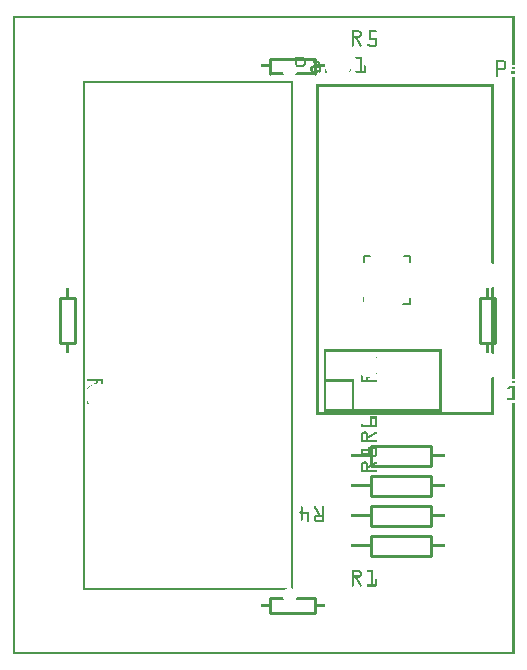
<source format=gto>
G04 MADE WITH FRITZING*
G04 WWW.FRITZING.ORG*
G04 DOUBLE SIDED*
G04 HOLES PLATED*
G04 CONTOUR ON CENTER OF CONTOUR VECTOR*
%ASAXBY*%
%FSLAX23Y23*%
%MOIN*%
%OFA0B0*%
%SFA1.0B1.0*%
%ADD10C,0.010000*%
%ADD11C,0.005556*%
%ADD12R,0.001000X0.001000*%
%LNSILK1*%
G90*
G70*
G54D10*
X1009Y187D02*
X1009Y137D01*
D02*
X1009Y137D02*
X859Y137D01*
D02*
X859Y137D02*
X859Y187D01*
D02*
X1194Y695D02*
X1394Y695D01*
D02*
X1394Y695D02*
X1394Y629D01*
D02*
X1394Y629D02*
X1194Y629D01*
D02*
X1194Y629D02*
X1194Y695D01*
D02*
X209Y1187D02*
X209Y1038D01*
D02*
X209Y1038D02*
X159Y1038D01*
D02*
X159Y1038D02*
X159Y1187D01*
D02*
X159Y1187D02*
X209Y1187D01*
D02*
X859Y1986D02*
X1009Y1986D01*
D02*
X1009Y1986D02*
X1009Y1936D01*
D02*
X859Y1936D02*
X859Y1986D01*
D02*
X1194Y495D02*
X1394Y495D01*
D02*
X1394Y495D02*
X1394Y429D01*
D02*
X1394Y429D02*
X1194Y429D01*
D02*
X1194Y429D02*
X1194Y495D01*
D02*
X1609Y1187D02*
X1609Y1038D01*
D02*
X1609Y1038D02*
X1559Y1038D01*
D02*
X1559Y1038D02*
X1559Y1187D01*
D02*
X1559Y1187D02*
X1609Y1187D01*
D02*
X1194Y395D02*
X1394Y395D01*
D02*
X1394Y395D02*
X1394Y329D01*
D02*
X1394Y329D02*
X1194Y329D01*
D02*
X1194Y329D02*
X1194Y395D01*
D02*
X1194Y595D02*
X1394Y595D01*
D02*
X1394Y595D02*
X1394Y529D01*
D02*
X1394Y529D02*
X1194Y529D01*
D02*
X1194Y529D02*
X1194Y595D01*
G54D11*
X1303Y1329D02*
X1324Y1329D01*
X1324Y1307D01*
D02*
X1324Y1188D02*
X1324Y1167D01*
X1301Y1167D01*
D02*
X1170Y1308D02*
X1170Y1329D01*
X1192Y1329D01*
D02*
G54D12*
X0Y2128D02*
X1673Y2128D01*
X0Y2127D02*
X1673Y2127D01*
X0Y2126D02*
X1673Y2126D01*
X0Y2125D02*
X1673Y2125D01*
X0Y2124D02*
X1673Y2124D01*
X0Y2123D02*
X1673Y2123D01*
X0Y2122D02*
X1673Y2122D01*
X0Y2121D02*
X1673Y2121D01*
X0Y2120D02*
X7Y2120D01*
X1666Y2120D02*
X1673Y2120D01*
X0Y2119D02*
X7Y2119D01*
X1666Y2119D02*
X1673Y2119D01*
X0Y2118D02*
X7Y2118D01*
X1666Y2118D02*
X1673Y2118D01*
X0Y2117D02*
X7Y2117D01*
X1666Y2117D02*
X1673Y2117D01*
X0Y2116D02*
X7Y2116D01*
X1666Y2116D02*
X1673Y2116D01*
X0Y2115D02*
X7Y2115D01*
X1666Y2115D02*
X1673Y2115D01*
X0Y2114D02*
X7Y2114D01*
X1666Y2114D02*
X1673Y2114D01*
X0Y2113D02*
X7Y2113D01*
X1666Y2113D02*
X1673Y2113D01*
X0Y2112D02*
X7Y2112D01*
X1666Y2112D02*
X1673Y2112D01*
X0Y2111D02*
X7Y2111D01*
X1666Y2111D02*
X1673Y2111D01*
X0Y2110D02*
X7Y2110D01*
X1666Y2110D02*
X1673Y2110D01*
X0Y2109D02*
X7Y2109D01*
X1666Y2109D02*
X1673Y2109D01*
X0Y2108D02*
X7Y2108D01*
X1666Y2108D02*
X1673Y2108D01*
X0Y2107D02*
X7Y2107D01*
X1666Y2107D02*
X1673Y2107D01*
X0Y2106D02*
X7Y2106D01*
X1666Y2106D02*
X1673Y2106D01*
X0Y2105D02*
X7Y2105D01*
X1666Y2105D02*
X1673Y2105D01*
X0Y2104D02*
X7Y2104D01*
X1666Y2104D02*
X1673Y2104D01*
X0Y2103D02*
X7Y2103D01*
X1666Y2103D02*
X1673Y2103D01*
X0Y2102D02*
X7Y2102D01*
X1666Y2102D02*
X1673Y2102D01*
X0Y2101D02*
X7Y2101D01*
X1666Y2101D02*
X1673Y2101D01*
X0Y2100D02*
X7Y2100D01*
X1666Y2100D02*
X1673Y2100D01*
X0Y2099D02*
X7Y2099D01*
X1666Y2099D02*
X1673Y2099D01*
X0Y2098D02*
X7Y2098D01*
X1666Y2098D02*
X1673Y2098D01*
X0Y2097D02*
X7Y2097D01*
X1666Y2097D02*
X1673Y2097D01*
X0Y2096D02*
X7Y2096D01*
X1666Y2096D02*
X1673Y2096D01*
X0Y2095D02*
X7Y2095D01*
X1666Y2095D02*
X1673Y2095D01*
X0Y2094D02*
X7Y2094D01*
X1666Y2094D02*
X1673Y2094D01*
X0Y2093D02*
X7Y2093D01*
X1666Y2093D02*
X1673Y2093D01*
X0Y2092D02*
X7Y2092D01*
X1666Y2092D02*
X1673Y2092D01*
X0Y2091D02*
X7Y2091D01*
X1666Y2091D02*
X1673Y2091D01*
X0Y2090D02*
X7Y2090D01*
X1666Y2090D02*
X1673Y2090D01*
X0Y2089D02*
X7Y2089D01*
X1666Y2089D02*
X1673Y2089D01*
X0Y2088D02*
X7Y2088D01*
X1666Y2088D02*
X1673Y2088D01*
X0Y2087D02*
X7Y2087D01*
X1666Y2087D02*
X1673Y2087D01*
X0Y2086D02*
X7Y2086D01*
X1666Y2086D02*
X1673Y2086D01*
X0Y2085D02*
X7Y2085D01*
X1666Y2085D02*
X1673Y2085D01*
X0Y2084D02*
X7Y2084D01*
X1666Y2084D02*
X1673Y2084D01*
X0Y2083D02*
X7Y2083D01*
X1666Y2083D02*
X1673Y2083D01*
X0Y2082D02*
X7Y2082D01*
X1666Y2082D02*
X1673Y2082D01*
X0Y2081D02*
X7Y2081D01*
X1666Y2081D02*
X1673Y2081D01*
X0Y2080D02*
X7Y2080D01*
X1130Y2080D02*
X1154Y2080D01*
X1187Y2080D02*
X1210Y2080D01*
X1666Y2080D02*
X1673Y2080D01*
X0Y2079D02*
X7Y2079D01*
X1130Y2079D02*
X1157Y2079D01*
X1187Y2079D02*
X1212Y2079D01*
X1666Y2079D02*
X1673Y2079D01*
X0Y2078D02*
X7Y2078D01*
X1130Y2078D02*
X1159Y2078D01*
X1187Y2078D02*
X1213Y2078D01*
X1666Y2078D02*
X1673Y2078D01*
X0Y2077D02*
X7Y2077D01*
X1130Y2077D02*
X1160Y2077D01*
X1187Y2077D02*
X1214Y2077D01*
X1666Y2077D02*
X1673Y2077D01*
X0Y2076D02*
X7Y2076D01*
X1130Y2076D02*
X1161Y2076D01*
X1187Y2076D02*
X1213Y2076D01*
X1666Y2076D02*
X1673Y2076D01*
X0Y2075D02*
X7Y2075D01*
X1130Y2075D02*
X1162Y2075D01*
X1187Y2075D02*
X1213Y2075D01*
X1666Y2075D02*
X1673Y2075D01*
X0Y2074D02*
X7Y2074D01*
X1130Y2074D02*
X1162Y2074D01*
X1187Y2074D02*
X1212Y2074D01*
X1666Y2074D02*
X1673Y2074D01*
X0Y2073D02*
X7Y2073D01*
X1130Y2073D02*
X1136Y2073D01*
X1154Y2073D02*
X1163Y2073D01*
X1187Y2073D02*
X1193Y2073D01*
X1666Y2073D02*
X1673Y2073D01*
X0Y2072D02*
X7Y2072D01*
X1130Y2072D02*
X1136Y2072D01*
X1156Y2072D02*
X1163Y2072D01*
X1187Y2072D02*
X1193Y2072D01*
X1666Y2072D02*
X1673Y2072D01*
X0Y2071D02*
X7Y2071D01*
X1130Y2071D02*
X1136Y2071D01*
X1157Y2071D02*
X1163Y2071D01*
X1187Y2071D02*
X1193Y2071D01*
X1666Y2071D02*
X1673Y2071D01*
X0Y2070D02*
X7Y2070D01*
X1130Y2070D02*
X1136Y2070D01*
X1157Y2070D02*
X1163Y2070D01*
X1187Y2070D02*
X1193Y2070D01*
X1666Y2070D02*
X1673Y2070D01*
X0Y2069D02*
X7Y2069D01*
X1130Y2069D02*
X1136Y2069D01*
X1157Y2069D02*
X1163Y2069D01*
X1187Y2069D02*
X1193Y2069D01*
X1666Y2069D02*
X1673Y2069D01*
X0Y2068D02*
X7Y2068D01*
X1130Y2068D02*
X1136Y2068D01*
X1157Y2068D02*
X1163Y2068D01*
X1187Y2068D02*
X1193Y2068D01*
X1666Y2068D02*
X1673Y2068D01*
X0Y2067D02*
X7Y2067D01*
X1130Y2067D02*
X1136Y2067D01*
X1157Y2067D02*
X1163Y2067D01*
X1187Y2067D02*
X1193Y2067D01*
X1666Y2067D02*
X1673Y2067D01*
X0Y2066D02*
X7Y2066D01*
X1130Y2066D02*
X1136Y2066D01*
X1157Y2066D02*
X1163Y2066D01*
X1187Y2066D02*
X1193Y2066D01*
X1666Y2066D02*
X1673Y2066D01*
X0Y2065D02*
X7Y2065D01*
X1130Y2065D02*
X1136Y2065D01*
X1157Y2065D02*
X1163Y2065D01*
X1187Y2065D02*
X1193Y2065D01*
X1666Y2065D02*
X1673Y2065D01*
X0Y2064D02*
X7Y2064D01*
X1130Y2064D02*
X1136Y2064D01*
X1157Y2064D02*
X1163Y2064D01*
X1187Y2064D02*
X1193Y2064D01*
X1666Y2064D02*
X1673Y2064D01*
X0Y2063D02*
X7Y2063D01*
X1130Y2063D02*
X1136Y2063D01*
X1156Y2063D02*
X1163Y2063D01*
X1187Y2063D02*
X1193Y2063D01*
X1666Y2063D02*
X1673Y2063D01*
X0Y2062D02*
X7Y2062D01*
X1130Y2062D02*
X1163Y2062D01*
X1187Y2062D02*
X1193Y2062D01*
X1666Y2062D02*
X1673Y2062D01*
X0Y2061D02*
X7Y2061D01*
X1130Y2061D02*
X1162Y2061D01*
X1187Y2061D02*
X1193Y2061D01*
X1666Y2061D02*
X1673Y2061D01*
X0Y2060D02*
X7Y2060D01*
X1130Y2060D02*
X1162Y2060D01*
X1187Y2060D02*
X1193Y2060D01*
X1666Y2060D02*
X1673Y2060D01*
X0Y2059D02*
X7Y2059D01*
X1130Y2059D02*
X1161Y2059D01*
X1187Y2059D02*
X1193Y2059D01*
X1666Y2059D02*
X1673Y2059D01*
X0Y2058D02*
X7Y2058D01*
X1130Y2058D02*
X1160Y2058D01*
X1187Y2058D02*
X1193Y2058D01*
X1666Y2058D02*
X1673Y2058D01*
X0Y2057D02*
X7Y2057D01*
X1130Y2057D02*
X1158Y2057D01*
X1187Y2057D02*
X1193Y2057D01*
X1666Y2057D02*
X1673Y2057D01*
X0Y2056D02*
X7Y2056D01*
X1130Y2056D02*
X1156Y2056D01*
X1187Y2056D02*
X1209Y2056D01*
X1666Y2056D02*
X1673Y2056D01*
X0Y2055D02*
X7Y2055D01*
X1130Y2055D02*
X1136Y2055D01*
X1142Y2055D02*
X1149Y2055D01*
X1187Y2055D02*
X1211Y2055D01*
X1666Y2055D02*
X1673Y2055D01*
X0Y2054D02*
X7Y2054D01*
X1130Y2054D02*
X1136Y2054D01*
X1142Y2054D02*
X1150Y2054D01*
X1187Y2054D02*
X1212Y2054D01*
X1666Y2054D02*
X1673Y2054D01*
X0Y2053D02*
X7Y2053D01*
X1130Y2053D02*
X1136Y2053D01*
X1143Y2053D02*
X1150Y2053D01*
X1187Y2053D02*
X1213Y2053D01*
X1666Y2053D02*
X1673Y2053D01*
X0Y2052D02*
X7Y2052D01*
X1130Y2052D02*
X1136Y2052D01*
X1144Y2052D02*
X1151Y2052D01*
X1187Y2052D02*
X1213Y2052D01*
X1666Y2052D02*
X1673Y2052D01*
X0Y2051D02*
X7Y2051D01*
X1130Y2051D02*
X1136Y2051D01*
X1144Y2051D02*
X1151Y2051D01*
X1187Y2051D02*
X1213Y2051D01*
X1666Y2051D02*
X1673Y2051D01*
X0Y2050D02*
X7Y2050D01*
X1130Y2050D02*
X1136Y2050D01*
X1145Y2050D02*
X1152Y2050D01*
X1187Y2050D02*
X1214Y2050D01*
X1666Y2050D02*
X1673Y2050D01*
X0Y2049D02*
X7Y2049D01*
X1130Y2049D02*
X1136Y2049D01*
X1145Y2049D02*
X1153Y2049D01*
X1208Y2049D02*
X1214Y2049D01*
X1666Y2049D02*
X1673Y2049D01*
X0Y2048D02*
X7Y2048D01*
X1130Y2048D02*
X1136Y2048D01*
X1146Y2048D02*
X1153Y2048D01*
X1208Y2048D02*
X1214Y2048D01*
X1666Y2048D02*
X1673Y2048D01*
X0Y2047D02*
X7Y2047D01*
X1130Y2047D02*
X1136Y2047D01*
X1147Y2047D02*
X1154Y2047D01*
X1208Y2047D02*
X1214Y2047D01*
X1666Y2047D02*
X1673Y2047D01*
X0Y2046D02*
X7Y2046D01*
X1130Y2046D02*
X1136Y2046D01*
X1147Y2046D02*
X1154Y2046D01*
X1208Y2046D02*
X1214Y2046D01*
X1666Y2046D02*
X1673Y2046D01*
X0Y2045D02*
X7Y2045D01*
X1130Y2045D02*
X1136Y2045D01*
X1148Y2045D02*
X1155Y2045D01*
X1208Y2045D02*
X1214Y2045D01*
X1666Y2045D02*
X1673Y2045D01*
X0Y2044D02*
X7Y2044D01*
X1130Y2044D02*
X1136Y2044D01*
X1148Y2044D02*
X1155Y2044D01*
X1208Y2044D02*
X1214Y2044D01*
X1666Y2044D02*
X1673Y2044D01*
X0Y2043D02*
X7Y2043D01*
X1130Y2043D02*
X1136Y2043D01*
X1149Y2043D02*
X1156Y2043D01*
X1208Y2043D02*
X1214Y2043D01*
X1666Y2043D02*
X1673Y2043D01*
X0Y2042D02*
X7Y2042D01*
X1130Y2042D02*
X1136Y2042D01*
X1149Y2042D02*
X1157Y2042D01*
X1208Y2042D02*
X1214Y2042D01*
X1666Y2042D02*
X1673Y2042D01*
X0Y2041D02*
X7Y2041D01*
X1130Y2041D02*
X1136Y2041D01*
X1150Y2041D02*
X1157Y2041D01*
X1208Y2041D02*
X1214Y2041D01*
X1666Y2041D02*
X1673Y2041D01*
X0Y2040D02*
X7Y2040D01*
X1130Y2040D02*
X1136Y2040D01*
X1151Y2040D02*
X1158Y2040D01*
X1208Y2040D02*
X1214Y2040D01*
X1666Y2040D02*
X1673Y2040D01*
X0Y2039D02*
X7Y2039D01*
X1130Y2039D02*
X1136Y2039D01*
X1151Y2039D02*
X1158Y2039D01*
X1208Y2039D02*
X1214Y2039D01*
X1666Y2039D02*
X1673Y2039D01*
X0Y2038D02*
X7Y2038D01*
X1130Y2038D02*
X1136Y2038D01*
X1152Y2038D02*
X1159Y2038D01*
X1208Y2038D02*
X1214Y2038D01*
X1666Y2038D02*
X1673Y2038D01*
X0Y2037D02*
X7Y2037D01*
X1130Y2037D02*
X1136Y2037D01*
X1152Y2037D02*
X1160Y2037D01*
X1208Y2037D02*
X1214Y2037D01*
X1666Y2037D02*
X1673Y2037D01*
X0Y2036D02*
X7Y2036D01*
X1130Y2036D02*
X1136Y2036D01*
X1153Y2036D02*
X1160Y2036D01*
X1208Y2036D02*
X1214Y2036D01*
X1666Y2036D02*
X1673Y2036D01*
X0Y2035D02*
X7Y2035D01*
X1130Y2035D02*
X1136Y2035D01*
X1154Y2035D02*
X1161Y2035D01*
X1181Y2035D02*
X1185Y2035D01*
X1208Y2035D02*
X1214Y2035D01*
X1666Y2035D02*
X1673Y2035D01*
X0Y2034D02*
X7Y2034D01*
X1130Y2034D02*
X1136Y2034D01*
X1154Y2034D02*
X1161Y2034D01*
X1180Y2034D02*
X1188Y2034D01*
X1208Y2034D02*
X1214Y2034D01*
X1666Y2034D02*
X1673Y2034D01*
X0Y2033D02*
X7Y2033D01*
X1130Y2033D02*
X1136Y2033D01*
X1155Y2033D02*
X1162Y2033D01*
X1180Y2033D02*
X1190Y2033D01*
X1207Y2033D02*
X1214Y2033D01*
X1666Y2033D02*
X1673Y2033D01*
X0Y2032D02*
X7Y2032D01*
X1130Y2032D02*
X1136Y2032D01*
X1155Y2032D02*
X1162Y2032D01*
X1180Y2032D02*
X1214Y2032D01*
X1666Y2032D02*
X1673Y2032D01*
X0Y2031D02*
X7Y2031D01*
X1130Y2031D02*
X1136Y2031D01*
X1156Y2031D02*
X1163Y2031D01*
X1180Y2031D02*
X1213Y2031D01*
X1666Y2031D02*
X1673Y2031D01*
X0Y2030D02*
X7Y2030D01*
X1130Y2030D02*
X1136Y2030D01*
X1156Y2030D02*
X1163Y2030D01*
X1181Y2030D02*
X1213Y2030D01*
X1666Y2030D02*
X1673Y2030D01*
X0Y2029D02*
X7Y2029D01*
X1130Y2029D02*
X1136Y2029D01*
X1157Y2029D02*
X1163Y2029D01*
X1182Y2029D02*
X1212Y2029D01*
X1666Y2029D02*
X1673Y2029D01*
X0Y2028D02*
X7Y2028D01*
X1130Y2028D02*
X1135Y2028D01*
X1158Y2028D02*
X1163Y2028D01*
X1184Y2028D02*
X1211Y2028D01*
X1666Y2028D02*
X1673Y2028D01*
X0Y2027D02*
X7Y2027D01*
X1131Y2027D02*
X1135Y2027D01*
X1158Y2027D02*
X1162Y2027D01*
X1187Y2027D02*
X1210Y2027D01*
X1666Y2027D02*
X1673Y2027D01*
X0Y2026D02*
X7Y2026D01*
X1133Y2026D02*
X1133Y2026D01*
X1160Y2026D02*
X1160Y2026D01*
X1191Y2026D02*
X1207Y2026D01*
X1666Y2026D02*
X1673Y2026D01*
X0Y2025D02*
X7Y2025D01*
X1666Y2025D02*
X1673Y2025D01*
X0Y2024D02*
X7Y2024D01*
X1666Y2024D02*
X1673Y2024D01*
X0Y2023D02*
X7Y2023D01*
X1666Y2023D02*
X1673Y2023D01*
X0Y2022D02*
X7Y2022D01*
X1666Y2022D02*
X1673Y2022D01*
X0Y2021D02*
X7Y2021D01*
X1666Y2021D02*
X1673Y2021D01*
X0Y2020D02*
X7Y2020D01*
X1666Y2020D02*
X1673Y2020D01*
X0Y2019D02*
X7Y2019D01*
X1666Y2019D02*
X1673Y2019D01*
X0Y2018D02*
X7Y2018D01*
X1666Y2018D02*
X1673Y2018D01*
X0Y2017D02*
X7Y2017D01*
X1666Y2017D02*
X1673Y2017D01*
X0Y2016D02*
X7Y2016D01*
X1666Y2016D02*
X1673Y2016D01*
X0Y2015D02*
X7Y2015D01*
X1666Y2015D02*
X1673Y2015D01*
X0Y2014D02*
X7Y2014D01*
X1666Y2014D02*
X1673Y2014D01*
X0Y2013D02*
X7Y2013D01*
X1666Y2013D02*
X1673Y2013D01*
X0Y2012D02*
X7Y2012D01*
X1666Y2012D02*
X1673Y2012D01*
X0Y2011D02*
X7Y2011D01*
X1666Y2011D02*
X1673Y2011D01*
X0Y2010D02*
X7Y2010D01*
X1666Y2010D02*
X1673Y2010D01*
X0Y2009D02*
X7Y2009D01*
X1666Y2009D02*
X1673Y2009D01*
X0Y2008D02*
X7Y2008D01*
X1666Y2008D02*
X1673Y2008D01*
X0Y2007D02*
X7Y2007D01*
X1666Y2007D02*
X1673Y2007D01*
X0Y2006D02*
X7Y2006D01*
X1666Y2006D02*
X1673Y2006D01*
X0Y2005D02*
X7Y2005D01*
X1666Y2005D02*
X1673Y2005D01*
X0Y2004D02*
X7Y2004D01*
X1666Y2004D02*
X1673Y2004D01*
X0Y2003D02*
X7Y2003D01*
X1666Y2003D02*
X1673Y2003D01*
X0Y2002D02*
X7Y2002D01*
X1666Y2002D02*
X1673Y2002D01*
X0Y2001D02*
X7Y2001D01*
X1666Y2001D02*
X1673Y2001D01*
X0Y2000D02*
X7Y2000D01*
X1666Y2000D02*
X1673Y2000D01*
X0Y1999D02*
X7Y1999D01*
X1666Y1999D02*
X1673Y1999D01*
X0Y1998D02*
X7Y1998D01*
X1666Y1998D02*
X1673Y1998D01*
X0Y1997D02*
X7Y1997D01*
X1666Y1997D02*
X1673Y1997D01*
X0Y1996D02*
X7Y1996D01*
X1666Y1996D02*
X1673Y1996D01*
X0Y1995D02*
X7Y1995D01*
X1666Y1995D02*
X1673Y1995D01*
X0Y1994D02*
X7Y1994D01*
X1666Y1994D02*
X1673Y1994D01*
X0Y1993D02*
X7Y1993D01*
X1666Y1993D02*
X1673Y1993D01*
X0Y1992D02*
X7Y1992D01*
X942Y1992D02*
X969Y1992D01*
X1145Y1992D02*
X1163Y1992D01*
X1666Y1992D02*
X1673Y1992D01*
X0Y1991D02*
X7Y1991D01*
X942Y1991D02*
X971Y1991D01*
X1144Y1991D02*
X1163Y1991D01*
X1666Y1991D02*
X1673Y1991D01*
X0Y1990D02*
X7Y1990D01*
X942Y1990D02*
X972Y1990D01*
X1143Y1990D02*
X1163Y1990D01*
X1666Y1990D02*
X1673Y1990D01*
X0Y1989D02*
X7Y1989D01*
X942Y1989D02*
X973Y1989D01*
X1143Y1989D02*
X1163Y1989D01*
X1666Y1989D02*
X1673Y1989D01*
X0Y1988D02*
X7Y1988D01*
X942Y1988D02*
X974Y1988D01*
X1143Y1988D02*
X1163Y1988D01*
X1666Y1988D02*
X1673Y1988D01*
X0Y1987D02*
X7Y1987D01*
X942Y1987D02*
X975Y1987D01*
X1144Y1987D02*
X1163Y1987D01*
X1666Y1987D02*
X1673Y1987D01*
X0Y1986D02*
X7Y1986D01*
X942Y1986D02*
X975Y1986D01*
X1145Y1986D02*
X1163Y1986D01*
X1666Y1986D02*
X1673Y1986D01*
X0Y1985D02*
X7Y1985D01*
X942Y1985D02*
X948Y1985D01*
X968Y1985D02*
X976Y1985D01*
X1157Y1985D02*
X1163Y1985D01*
X1666Y1985D02*
X1673Y1985D01*
X0Y1984D02*
X7Y1984D01*
X942Y1984D02*
X948Y1984D01*
X969Y1984D02*
X976Y1984D01*
X1157Y1984D02*
X1163Y1984D01*
X1666Y1984D02*
X1673Y1984D01*
X0Y1983D02*
X7Y1983D01*
X942Y1983D02*
X948Y1983D01*
X970Y1983D02*
X976Y1983D01*
X1157Y1983D02*
X1163Y1983D01*
X1666Y1983D02*
X1673Y1983D01*
X0Y1982D02*
X7Y1982D01*
X942Y1982D02*
X948Y1982D01*
X970Y1982D02*
X976Y1982D01*
X1157Y1982D02*
X1163Y1982D01*
X1666Y1982D02*
X1673Y1982D01*
X0Y1981D02*
X7Y1981D01*
X942Y1981D02*
X948Y1981D01*
X970Y1981D02*
X976Y1981D01*
X1157Y1981D02*
X1163Y1981D01*
X1666Y1981D02*
X1673Y1981D01*
X0Y1980D02*
X7Y1980D01*
X942Y1980D02*
X948Y1980D01*
X970Y1980D02*
X976Y1980D01*
X1157Y1980D02*
X1163Y1980D01*
X1612Y1980D02*
X1638Y1980D01*
X1666Y1980D02*
X1673Y1980D01*
X0Y1979D02*
X7Y1979D01*
X942Y1979D02*
X948Y1979D01*
X970Y1979D02*
X976Y1979D01*
X1157Y1979D02*
X1163Y1979D01*
X1612Y1979D02*
X1640Y1979D01*
X1666Y1979D02*
X1673Y1979D01*
X0Y1978D02*
X7Y1978D01*
X942Y1978D02*
X948Y1978D01*
X970Y1978D02*
X976Y1978D01*
X1157Y1978D02*
X1163Y1978D01*
X1612Y1978D02*
X1642Y1978D01*
X1666Y1978D02*
X1673Y1978D01*
X0Y1977D02*
X7Y1977D01*
X942Y1977D02*
X948Y1977D01*
X970Y1977D02*
X976Y1977D01*
X1001Y1977D02*
X1019Y1977D01*
X1044Y1977D02*
X1044Y1977D01*
X1157Y1977D02*
X1163Y1977D01*
X1612Y1977D02*
X1643Y1977D01*
X1666Y1977D02*
X1673Y1977D01*
X0Y1976D02*
X7Y1976D01*
X942Y1976D02*
X948Y1976D01*
X970Y1976D02*
X976Y1976D01*
X1000Y1976D02*
X1021Y1976D01*
X1043Y1976D02*
X1043Y1976D01*
X1157Y1976D02*
X1163Y1976D01*
X1612Y1976D02*
X1643Y1976D01*
X1666Y1976D02*
X1673Y1976D01*
X0Y1975D02*
X7Y1975D01*
X942Y1975D02*
X948Y1975D01*
X970Y1975D02*
X976Y1975D01*
X1000Y1975D02*
X1022Y1975D01*
X1043Y1975D02*
X1043Y1975D01*
X1157Y1975D02*
X1163Y1975D01*
X1612Y1975D02*
X1644Y1975D01*
X1666Y1975D02*
X1673Y1975D01*
X0Y1974D02*
X7Y1974D01*
X942Y1974D02*
X948Y1974D01*
X970Y1974D02*
X976Y1974D01*
X1000Y1974D02*
X1023Y1974D01*
X1043Y1974D02*
X1043Y1974D01*
X1157Y1974D02*
X1163Y1974D01*
X1612Y1974D02*
X1644Y1974D01*
X1666Y1974D02*
X1673Y1974D01*
X0Y1973D02*
X7Y1973D01*
X942Y1973D02*
X948Y1973D01*
X970Y1973D02*
X976Y1973D01*
X1000Y1973D02*
X1024Y1973D01*
X1157Y1973D02*
X1163Y1973D01*
X1612Y1973D02*
X1618Y1973D01*
X1638Y1973D02*
X1645Y1973D01*
X1666Y1973D02*
X1673Y1973D01*
X0Y1972D02*
X7Y1972D01*
X942Y1972D02*
X948Y1972D01*
X970Y1972D02*
X976Y1972D01*
X1000Y1972D02*
X1024Y1972D01*
X1157Y1972D02*
X1163Y1972D01*
X1612Y1972D02*
X1618Y1972D01*
X1639Y1972D02*
X1645Y1972D01*
X1666Y1972D02*
X1673Y1972D01*
X0Y1971D02*
X7Y1971D01*
X942Y1971D02*
X948Y1971D01*
X970Y1971D02*
X976Y1971D01*
X1002Y1971D02*
X1025Y1971D01*
X1157Y1971D02*
X1163Y1971D01*
X1612Y1971D02*
X1618Y1971D01*
X1639Y1971D02*
X1645Y1971D01*
X1666Y1971D02*
X1673Y1971D01*
X0Y1970D02*
X7Y1970D01*
X942Y1970D02*
X948Y1970D01*
X970Y1970D02*
X976Y1970D01*
X1018Y1970D02*
X1025Y1970D01*
X1157Y1970D02*
X1163Y1970D01*
X1612Y1970D02*
X1618Y1970D01*
X1639Y1970D02*
X1645Y1970D01*
X1666Y1970D02*
X1673Y1970D01*
X0Y1969D02*
X7Y1969D01*
X942Y1969D02*
X948Y1969D01*
X970Y1969D02*
X976Y1969D01*
X1019Y1969D02*
X1025Y1969D01*
X1157Y1969D02*
X1163Y1969D01*
X1612Y1969D02*
X1618Y1969D01*
X1639Y1969D02*
X1645Y1969D01*
X1666Y1969D02*
X1673Y1969D01*
X0Y1968D02*
X7Y1968D01*
X942Y1968D02*
X948Y1968D01*
X969Y1968D02*
X976Y1968D01*
X1019Y1968D02*
X1025Y1968D01*
X1157Y1968D02*
X1163Y1968D01*
X1612Y1968D02*
X1618Y1968D01*
X1639Y1968D02*
X1645Y1968D01*
X1666Y1968D02*
X1673Y1968D01*
X0Y1967D02*
X7Y1967D01*
X827Y1967D02*
X858Y1967D01*
X942Y1967D02*
X948Y1967D01*
X969Y1967D02*
X976Y1967D01*
X1009Y1967D02*
X1041Y1967D01*
X1157Y1967D02*
X1163Y1967D01*
X1612Y1967D02*
X1618Y1967D01*
X1639Y1967D02*
X1645Y1967D01*
X1666Y1967D02*
X1673Y1967D01*
X0Y1966D02*
X7Y1966D01*
X827Y1966D02*
X858Y1966D01*
X942Y1966D02*
X975Y1966D01*
X1009Y1966D02*
X1041Y1966D01*
X1157Y1966D02*
X1163Y1966D01*
X1612Y1966D02*
X1618Y1966D01*
X1639Y1966D02*
X1645Y1966D01*
X1666Y1966D02*
X1673Y1966D01*
X0Y1965D02*
X7Y1965D01*
X827Y1965D02*
X858Y1965D01*
X942Y1965D02*
X975Y1965D01*
X1009Y1965D02*
X1041Y1965D01*
X1157Y1965D02*
X1163Y1965D01*
X1612Y1965D02*
X1618Y1965D01*
X1639Y1965D02*
X1645Y1965D01*
X0Y1964D02*
X7Y1964D01*
X827Y1964D02*
X858Y1964D01*
X943Y1964D02*
X974Y1964D01*
X1009Y1964D02*
X1041Y1964D01*
X1157Y1964D02*
X1163Y1964D01*
X1612Y1964D02*
X1618Y1964D01*
X1639Y1964D02*
X1645Y1964D01*
X0Y1963D02*
X7Y1963D01*
X827Y1963D02*
X858Y1963D01*
X944Y1963D02*
X974Y1963D01*
X1001Y1963D02*
X1041Y1963D01*
X1157Y1963D02*
X1163Y1963D01*
X1173Y1963D02*
X1174Y1963D01*
X1612Y1963D02*
X1618Y1963D01*
X1639Y1963D02*
X1645Y1963D01*
X0Y1962D02*
X7Y1962D01*
X827Y1962D02*
X858Y1962D01*
X944Y1962D02*
X973Y1962D01*
X998Y1962D02*
X1041Y1962D01*
X1157Y1962D02*
X1163Y1962D01*
X1172Y1962D02*
X1176Y1962D01*
X1612Y1962D02*
X1618Y1962D01*
X1639Y1962D02*
X1645Y1962D01*
X0Y1961D02*
X7Y1961D01*
X827Y1961D02*
X858Y1961D01*
X945Y1961D02*
X971Y1961D01*
X997Y1961D02*
X1041Y1961D01*
X1157Y1961D02*
X1163Y1961D01*
X1171Y1961D02*
X1176Y1961D01*
X1612Y1961D02*
X1618Y1961D01*
X1639Y1961D02*
X1645Y1961D01*
X0Y1960D02*
X7Y1960D01*
X827Y1960D02*
X858Y1960D01*
X945Y1960D02*
X970Y1960D01*
X996Y1960D02*
X1041Y1960D01*
X1157Y1960D02*
X1163Y1960D01*
X1171Y1960D02*
X1177Y1960D01*
X1612Y1960D02*
X1618Y1960D01*
X1639Y1960D02*
X1645Y1960D01*
X0Y1959D02*
X7Y1959D01*
X827Y1959D02*
X858Y1959D01*
X946Y1959D02*
X949Y1959D01*
X995Y1959D02*
X1041Y1959D01*
X1157Y1959D02*
X1163Y1959D01*
X1171Y1959D02*
X1177Y1959D01*
X1612Y1959D02*
X1618Y1959D01*
X1639Y1959D02*
X1645Y1959D01*
X0Y1958D02*
X7Y1958D01*
X827Y1958D02*
X858Y1958D01*
X946Y1958D02*
X948Y1958D01*
X994Y1958D02*
X1041Y1958D01*
X1157Y1958D02*
X1163Y1958D01*
X1171Y1958D02*
X1177Y1958D01*
X1612Y1958D02*
X1618Y1958D01*
X1639Y1958D02*
X1645Y1958D01*
X1666Y1958D02*
X1673Y1958D01*
X0Y1957D02*
X7Y1957D01*
X947Y1957D02*
X948Y1957D01*
X993Y1957D02*
X1026Y1957D01*
X1157Y1957D02*
X1163Y1957D01*
X1171Y1957D02*
X1177Y1957D01*
X1612Y1957D02*
X1618Y1957D01*
X1639Y1957D02*
X1645Y1957D01*
X1666Y1957D02*
X1673Y1957D01*
X0Y1956D02*
X7Y1956D01*
X947Y1956D02*
X948Y1956D01*
X993Y1956D02*
X1001Y1956D01*
X1017Y1956D02*
X1026Y1956D01*
X1157Y1956D02*
X1163Y1956D01*
X1171Y1956D02*
X1177Y1956D01*
X1612Y1956D02*
X1618Y1956D01*
X1639Y1956D02*
X1645Y1956D01*
X1666Y1956D02*
X1673Y1956D01*
X0Y1955D02*
X7Y1955D01*
X947Y1955D02*
X948Y1955D01*
X993Y1955D02*
X1000Y1955D01*
X1019Y1955D02*
X1026Y1955D01*
X1157Y1955D02*
X1163Y1955D01*
X1171Y1955D02*
X1177Y1955D01*
X1612Y1955D02*
X1618Y1955D01*
X1638Y1955D02*
X1645Y1955D01*
X1666Y1955D02*
X1673Y1955D01*
X0Y1954D02*
X7Y1954D01*
X948Y1954D02*
X948Y1954D01*
X993Y1954D02*
X999Y1954D01*
X1019Y1954D02*
X1026Y1954D01*
X1157Y1954D02*
X1163Y1954D01*
X1171Y1954D02*
X1177Y1954D01*
X1612Y1954D02*
X1645Y1954D01*
X1666Y1954D02*
X1673Y1954D01*
X0Y1953D02*
X7Y1953D01*
X948Y1953D02*
X948Y1953D01*
X993Y1953D02*
X999Y1953D01*
X1020Y1953D02*
X1026Y1953D01*
X1157Y1953D02*
X1163Y1953D01*
X1171Y1953D02*
X1177Y1953D01*
X1612Y1953D02*
X1644Y1953D01*
X1666Y1953D02*
X1673Y1953D01*
X0Y1952D02*
X7Y1952D01*
X948Y1952D02*
X948Y1952D01*
X993Y1952D02*
X999Y1952D01*
X1020Y1952D02*
X1026Y1952D01*
X1043Y1952D02*
X1043Y1952D01*
X1157Y1952D02*
X1163Y1952D01*
X1171Y1952D02*
X1177Y1952D01*
X1612Y1952D02*
X1644Y1952D01*
X1666Y1952D02*
X1673Y1952D01*
X0Y1951D02*
X7Y1951D01*
X948Y1951D02*
X948Y1951D01*
X993Y1951D02*
X999Y1951D01*
X1020Y1951D02*
X1026Y1951D01*
X1043Y1951D02*
X1043Y1951D01*
X1157Y1951D02*
X1163Y1951D01*
X1171Y1951D02*
X1177Y1951D01*
X1612Y1951D02*
X1643Y1951D01*
X0Y1950D02*
X7Y1950D01*
X948Y1950D02*
X948Y1950D01*
X993Y1950D02*
X999Y1950D01*
X1020Y1950D02*
X1026Y1950D01*
X1043Y1950D02*
X1043Y1950D01*
X1125Y1950D02*
X1126Y1950D01*
X1157Y1950D02*
X1163Y1950D01*
X1171Y1950D02*
X1177Y1950D01*
X1612Y1950D02*
X1642Y1950D01*
X0Y1949D02*
X7Y1949D01*
X948Y1949D02*
X948Y1949D01*
X993Y1949D02*
X999Y1949D01*
X1018Y1949D02*
X1026Y1949D01*
X1043Y1949D02*
X1043Y1949D01*
X1125Y1949D02*
X1126Y1949D01*
X1157Y1949D02*
X1163Y1949D01*
X1171Y1949D02*
X1177Y1949D01*
X1612Y1949D02*
X1641Y1949D01*
X0Y1948D02*
X7Y1948D01*
X948Y1948D02*
X948Y1948D01*
X993Y1948D02*
X999Y1948D01*
X1017Y1948D02*
X1026Y1948D01*
X1043Y1948D02*
X1044Y1948D01*
X1124Y1948D02*
X1126Y1948D01*
X1157Y1948D02*
X1163Y1948D01*
X1171Y1948D02*
X1177Y1948D01*
X1612Y1948D02*
X1639Y1948D01*
X0Y1947D02*
X7Y1947D01*
X948Y1947D02*
X948Y1947D01*
X993Y1947D02*
X999Y1947D01*
X1015Y1947D02*
X1026Y1947D01*
X1043Y1947D02*
X1044Y1947D01*
X1124Y1947D02*
X1126Y1947D01*
X1157Y1947D02*
X1163Y1947D01*
X1171Y1947D02*
X1177Y1947D01*
X1612Y1947D02*
X1618Y1947D01*
X0Y1946D02*
X7Y1946D01*
X948Y1946D02*
X948Y1946D01*
X993Y1946D02*
X1000Y1946D01*
X1013Y1946D02*
X1026Y1946D01*
X1043Y1946D02*
X1044Y1946D01*
X1124Y1946D02*
X1126Y1946D01*
X1157Y1946D02*
X1163Y1946D01*
X1171Y1946D02*
X1177Y1946D01*
X1612Y1946D02*
X1618Y1946D01*
X0Y1945D02*
X7Y1945D01*
X948Y1945D02*
X948Y1945D01*
X993Y1945D02*
X1026Y1945D01*
X1043Y1945D02*
X1045Y1945D01*
X1123Y1945D02*
X1126Y1945D01*
X1145Y1945D02*
X1177Y1945D01*
X1612Y1945D02*
X1618Y1945D01*
X0Y1944D02*
X7Y1944D01*
X948Y1944D02*
X948Y1944D01*
X994Y1944D02*
X1026Y1944D01*
X1043Y1944D02*
X1045Y1944D01*
X1123Y1944D02*
X1125Y1944D01*
X1144Y1944D02*
X1177Y1944D01*
X1612Y1944D02*
X1618Y1944D01*
X1662Y1944D02*
X1673Y1944D01*
X0Y1943D02*
X7Y1943D01*
X948Y1943D02*
X948Y1943D01*
X994Y1943D02*
X1026Y1943D01*
X1043Y1943D02*
X1046Y1943D01*
X1122Y1943D02*
X1125Y1943D01*
X1143Y1943D02*
X1177Y1943D01*
X1612Y1943D02*
X1618Y1943D01*
X1662Y1943D02*
X1673Y1943D01*
X0Y1942D02*
X7Y1942D01*
X859Y1942D02*
X899Y1942D01*
X947Y1942D02*
X1026Y1942D01*
X1043Y1942D02*
X1047Y1942D01*
X1121Y1942D02*
X1124Y1942D01*
X1143Y1942D02*
X1177Y1942D01*
X1612Y1942D02*
X1618Y1942D01*
X1662Y1942D02*
X1673Y1942D01*
X0Y1941D02*
X7Y1941D01*
X859Y1941D02*
X899Y1941D01*
X947Y1941D02*
X1018Y1941D01*
X1020Y1941D02*
X1026Y1941D01*
X1043Y1941D02*
X1047Y1941D01*
X1121Y1941D02*
X1123Y1941D01*
X1143Y1941D02*
X1177Y1941D01*
X1612Y1941D02*
X1618Y1941D01*
X1662Y1941D02*
X1673Y1941D01*
X0Y1940D02*
X7Y1940D01*
X859Y1940D02*
X900Y1940D01*
X947Y1940D02*
X1016Y1940D01*
X1021Y1940D02*
X1025Y1940D01*
X1043Y1940D02*
X1048Y1940D01*
X1120Y1940D02*
X1121Y1940D01*
X1144Y1940D02*
X1176Y1940D01*
X1612Y1940D02*
X1618Y1940D01*
X1662Y1940D02*
X1673Y1940D01*
X0Y1939D02*
X7Y1939D01*
X859Y1939D02*
X900Y1939D01*
X946Y1939D02*
X1014Y1939D01*
X1022Y1939D02*
X1024Y1939D01*
X1045Y1939D02*
X1047Y1939D01*
X1145Y1939D02*
X1175Y1939D01*
X1612Y1939D02*
X1618Y1939D01*
X1662Y1939D02*
X1673Y1939D01*
X0Y1938D02*
X7Y1938D01*
X859Y1938D02*
X901Y1938D01*
X946Y1938D02*
X1008Y1938D01*
X1612Y1938D02*
X1618Y1938D01*
X1662Y1938D02*
X1673Y1938D01*
X0Y1937D02*
X7Y1937D01*
X859Y1937D02*
X901Y1937D01*
X945Y1937D02*
X1008Y1937D01*
X1612Y1937D02*
X1618Y1937D01*
X1662Y1937D02*
X1673Y1937D01*
X0Y1936D02*
X7Y1936D01*
X859Y1936D02*
X902Y1936D01*
X945Y1936D02*
X1008Y1936D01*
X1612Y1936D02*
X1618Y1936D01*
X1662Y1936D02*
X1673Y1936D01*
X0Y1935D02*
X7Y1935D01*
X859Y1935D02*
X902Y1935D01*
X944Y1935D02*
X1008Y1935D01*
X1612Y1935D02*
X1618Y1935D01*
X1662Y1935D02*
X1673Y1935D01*
X0Y1934D02*
X7Y1934D01*
X859Y1934D02*
X903Y1934D01*
X943Y1934D02*
X1008Y1934D01*
X1612Y1934D02*
X1618Y1934D01*
X1662Y1934D02*
X1673Y1934D01*
X0Y1933D02*
X7Y1933D01*
X859Y1933D02*
X904Y1933D01*
X943Y1933D02*
X1008Y1933D01*
X1612Y1933D02*
X1618Y1933D01*
X0Y1932D02*
X7Y1932D01*
X1612Y1932D02*
X1618Y1932D01*
X0Y1931D02*
X7Y1931D01*
X1612Y1931D02*
X1618Y1931D01*
X0Y1930D02*
X7Y1930D01*
X1612Y1930D02*
X1618Y1930D01*
X0Y1929D02*
X7Y1929D01*
X1612Y1929D02*
X1617Y1929D01*
X0Y1928D02*
X7Y1928D01*
X1612Y1928D02*
X1617Y1928D01*
X0Y1927D02*
X7Y1927D01*
X1613Y1927D02*
X1616Y1927D01*
X0Y1926D02*
X7Y1926D01*
X1666Y1926D02*
X1673Y1926D01*
X0Y1925D02*
X7Y1925D01*
X1666Y1925D02*
X1673Y1925D01*
X0Y1924D02*
X7Y1924D01*
X1666Y1924D02*
X1673Y1924D01*
X0Y1923D02*
X7Y1923D01*
X1666Y1923D02*
X1673Y1923D01*
X0Y1922D02*
X7Y1922D01*
X1666Y1922D02*
X1673Y1922D01*
X0Y1921D02*
X7Y1921D01*
X1666Y1921D02*
X1673Y1921D01*
X0Y1920D02*
X7Y1920D01*
X1666Y1920D02*
X1673Y1920D01*
X0Y1919D02*
X7Y1919D01*
X1666Y1919D02*
X1673Y1919D01*
X0Y1918D02*
X7Y1918D01*
X1666Y1918D02*
X1673Y1918D01*
X0Y1917D02*
X7Y1917D01*
X1666Y1917D02*
X1673Y1917D01*
X0Y1916D02*
X7Y1916D01*
X1666Y1916D02*
X1673Y1916D01*
X0Y1915D02*
X7Y1915D01*
X1666Y1915D02*
X1673Y1915D01*
X0Y1914D02*
X7Y1914D01*
X1666Y1914D02*
X1673Y1914D01*
X0Y1913D02*
X7Y1913D01*
X1666Y1913D02*
X1673Y1913D01*
X0Y1912D02*
X7Y1912D01*
X235Y1912D02*
X934Y1912D01*
X1666Y1912D02*
X1673Y1912D01*
X0Y1911D02*
X7Y1911D01*
X235Y1911D02*
X934Y1911D01*
X1666Y1911D02*
X1673Y1911D01*
X0Y1910D02*
X7Y1910D01*
X235Y1910D02*
X934Y1910D01*
X1666Y1910D02*
X1673Y1910D01*
X0Y1909D02*
X7Y1909D01*
X235Y1909D02*
X934Y1909D01*
X1666Y1909D02*
X1673Y1909D01*
X0Y1908D02*
X7Y1908D01*
X235Y1908D02*
X934Y1908D01*
X1666Y1908D02*
X1673Y1908D01*
X0Y1907D02*
X7Y1907D01*
X235Y1907D02*
X934Y1907D01*
X1666Y1907D02*
X1673Y1907D01*
X0Y1906D02*
X7Y1906D01*
X235Y1906D02*
X934Y1906D01*
X1666Y1906D02*
X1673Y1906D01*
X0Y1905D02*
X7Y1905D01*
X235Y1905D02*
X934Y1905D01*
X1666Y1905D02*
X1673Y1905D01*
X0Y1904D02*
X7Y1904D01*
X235Y1904D02*
X242Y1904D01*
X927Y1904D02*
X934Y1904D01*
X1666Y1904D02*
X1673Y1904D01*
X0Y1903D02*
X7Y1903D01*
X235Y1903D02*
X242Y1903D01*
X927Y1903D02*
X934Y1903D01*
X1666Y1903D02*
X1673Y1903D01*
X0Y1902D02*
X7Y1902D01*
X235Y1902D02*
X242Y1902D01*
X927Y1902D02*
X934Y1902D01*
X1666Y1902D02*
X1673Y1902D01*
X0Y1901D02*
X7Y1901D01*
X235Y1901D02*
X242Y1901D01*
X927Y1901D02*
X934Y1901D01*
X1666Y1901D02*
X1673Y1901D01*
X0Y1900D02*
X7Y1900D01*
X235Y1900D02*
X242Y1900D01*
X927Y1900D02*
X934Y1900D01*
X1013Y1900D02*
X1603Y1900D01*
X1666Y1900D02*
X1673Y1900D01*
X0Y1899D02*
X7Y1899D01*
X235Y1899D02*
X242Y1899D01*
X927Y1899D02*
X934Y1899D01*
X1013Y1899D02*
X1603Y1899D01*
X1666Y1899D02*
X1673Y1899D01*
X0Y1898D02*
X7Y1898D01*
X235Y1898D02*
X242Y1898D01*
X927Y1898D02*
X934Y1898D01*
X1013Y1898D02*
X1603Y1898D01*
X1666Y1898D02*
X1673Y1898D01*
X0Y1897D02*
X7Y1897D01*
X235Y1897D02*
X242Y1897D01*
X927Y1897D02*
X934Y1897D01*
X1013Y1897D02*
X1603Y1897D01*
X1666Y1897D02*
X1673Y1897D01*
X0Y1896D02*
X7Y1896D01*
X235Y1896D02*
X242Y1896D01*
X927Y1896D02*
X934Y1896D01*
X1013Y1896D02*
X1603Y1896D01*
X1666Y1896D02*
X1673Y1896D01*
X0Y1895D02*
X7Y1895D01*
X235Y1895D02*
X242Y1895D01*
X927Y1895D02*
X934Y1895D01*
X1013Y1895D02*
X1603Y1895D01*
X1666Y1895D02*
X1673Y1895D01*
X0Y1894D02*
X7Y1894D01*
X235Y1894D02*
X242Y1894D01*
X927Y1894D02*
X934Y1894D01*
X1013Y1894D02*
X1603Y1894D01*
X1666Y1894D02*
X1673Y1894D01*
X0Y1893D02*
X7Y1893D01*
X235Y1893D02*
X242Y1893D01*
X927Y1893D02*
X934Y1893D01*
X1013Y1893D02*
X1603Y1893D01*
X1666Y1893D02*
X1673Y1893D01*
X0Y1892D02*
X7Y1892D01*
X235Y1892D02*
X242Y1892D01*
X927Y1892D02*
X934Y1892D01*
X1013Y1892D02*
X1021Y1892D01*
X1595Y1892D02*
X1603Y1892D01*
X1666Y1892D02*
X1673Y1892D01*
X0Y1891D02*
X7Y1891D01*
X235Y1891D02*
X242Y1891D01*
X927Y1891D02*
X934Y1891D01*
X1013Y1891D02*
X1021Y1891D01*
X1595Y1891D02*
X1603Y1891D01*
X1666Y1891D02*
X1673Y1891D01*
X0Y1890D02*
X7Y1890D01*
X235Y1890D02*
X242Y1890D01*
X927Y1890D02*
X934Y1890D01*
X1013Y1890D02*
X1021Y1890D01*
X1595Y1890D02*
X1603Y1890D01*
X1666Y1890D02*
X1673Y1890D01*
X0Y1889D02*
X7Y1889D01*
X235Y1889D02*
X242Y1889D01*
X927Y1889D02*
X934Y1889D01*
X1013Y1889D02*
X1021Y1889D01*
X1595Y1889D02*
X1603Y1889D01*
X1666Y1889D02*
X1673Y1889D01*
X0Y1888D02*
X7Y1888D01*
X235Y1888D02*
X242Y1888D01*
X927Y1888D02*
X934Y1888D01*
X1013Y1888D02*
X1021Y1888D01*
X1595Y1888D02*
X1603Y1888D01*
X1666Y1888D02*
X1673Y1888D01*
X0Y1887D02*
X7Y1887D01*
X235Y1887D02*
X242Y1887D01*
X927Y1887D02*
X934Y1887D01*
X1013Y1887D02*
X1021Y1887D01*
X1595Y1887D02*
X1603Y1887D01*
X1666Y1887D02*
X1673Y1887D01*
X0Y1886D02*
X7Y1886D01*
X235Y1886D02*
X242Y1886D01*
X927Y1886D02*
X934Y1886D01*
X1013Y1886D02*
X1021Y1886D01*
X1595Y1886D02*
X1603Y1886D01*
X1666Y1886D02*
X1673Y1886D01*
X0Y1885D02*
X7Y1885D01*
X235Y1885D02*
X242Y1885D01*
X927Y1885D02*
X934Y1885D01*
X1013Y1885D02*
X1021Y1885D01*
X1595Y1885D02*
X1603Y1885D01*
X1666Y1885D02*
X1673Y1885D01*
X0Y1884D02*
X7Y1884D01*
X235Y1884D02*
X242Y1884D01*
X927Y1884D02*
X934Y1884D01*
X1013Y1884D02*
X1021Y1884D01*
X1595Y1884D02*
X1603Y1884D01*
X1666Y1884D02*
X1673Y1884D01*
X0Y1883D02*
X7Y1883D01*
X235Y1883D02*
X242Y1883D01*
X927Y1883D02*
X934Y1883D01*
X1013Y1883D02*
X1021Y1883D01*
X1595Y1883D02*
X1603Y1883D01*
X1666Y1883D02*
X1673Y1883D01*
X0Y1882D02*
X7Y1882D01*
X235Y1882D02*
X242Y1882D01*
X927Y1882D02*
X934Y1882D01*
X1013Y1882D02*
X1021Y1882D01*
X1595Y1882D02*
X1603Y1882D01*
X1666Y1882D02*
X1673Y1882D01*
X0Y1881D02*
X7Y1881D01*
X235Y1881D02*
X242Y1881D01*
X927Y1881D02*
X934Y1881D01*
X1013Y1881D02*
X1021Y1881D01*
X1595Y1881D02*
X1603Y1881D01*
X1666Y1881D02*
X1673Y1881D01*
X0Y1880D02*
X7Y1880D01*
X235Y1880D02*
X242Y1880D01*
X927Y1880D02*
X934Y1880D01*
X1013Y1880D02*
X1021Y1880D01*
X1595Y1880D02*
X1603Y1880D01*
X1666Y1880D02*
X1673Y1880D01*
X0Y1879D02*
X7Y1879D01*
X235Y1879D02*
X242Y1879D01*
X927Y1879D02*
X934Y1879D01*
X1013Y1879D02*
X1021Y1879D01*
X1595Y1879D02*
X1603Y1879D01*
X1666Y1879D02*
X1673Y1879D01*
X0Y1878D02*
X7Y1878D01*
X235Y1878D02*
X242Y1878D01*
X927Y1878D02*
X934Y1878D01*
X1013Y1878D02*
X1021Y1878D01*
X1595Y1878D02*
X1603Y1878D01*
X1666Y1878D02*
X1673Y1878D01*
X0Y1877D02*
X7Y1877D01*
X235Y1877D02*
X242Y1877D01*
X927Y1877D02*
X934Y1877D01*
X1013Y1877D02*
X1021Y1877D01*
X1595Y1877D02*
X1603Y1877D01*
X1666Y1877D02*
X1673Y1877D01*
X0Y1876D02*
X7Y1876D01*
X235Y1876D02*
X242Y1876D01*
X927Y1876D02*
X934Y1876D01*
X1013Y1876D02*
X1021Y1876D01*
X1595Y1876D02*
X1603Y1876D01*
X1666Y1876D02*
X1673Y1876D01*
X0Y1875D02*
X7Y1875D01*
X235Y1875D02*
X242Y1875D01*
X927Y1875D02*
X934Y1875D01*
X1013Y1875D02*
X1021Y1875D01*
X1595Y1875D02*
X1603Y1875D01*
X1666Y1875D02*
X1673Y1875D01*
X0Y1874D02*
X7Y1874D01*
X235Y1874D02*
X242Y1874D01*
X927Y1874D02*
X934Y1874D01*
X1013Y1874D02*
X1021Y1874D01*
X1595Y1874D02*
X1603Y1874D01*
X1666Y1874D02*
X1673Y1874D01*
X0Y1873D02*
X7Y1873D01*
X235Y1873D02*
X242Y1873D01*
X927Y1873D02*
X934Y1873D01*
X1013Y1873D02*
X1021Y1873D01*
X1595Y1873D02*
X1603Y1873D01*
X1666Y1873D02*
X1673Y1873D01*
X0Y1872D02*
X7Y1872D01*
X235Y1872D02*
X242Y1872D01*
X927Y1872D02*
X934Y1872D01*
X1013Y1872D02*
X1021Y1872D01*
X1595Y1872D02*
X1603Y1872D01*
X1666Y1872D02*
X1673Y1872D01*
X0Y1871D02*
X7Y1871D01*
X235Y1871D02*
X242Y1871D01*
X927Y1871D02*
X934Y1871D01*
X1013Y1871D02*
X1021Y1871D01*
X1595Y1871D02*
X1603Y1871D01*
X1666Y1871D02*
X1673Y1871D01*
X0Y1870D02*
X7Y1870D01*
X235Y1870D02*
X242Y1870D01*
X927Y1870D02*
X934Y1870D01*
X1013Y1870D02*
X1021Y1870D01*
X1595Y1870D02*
X1603Y1870D01*
X1666Y1870D02*
X1673Y1870D01*
X0Y1869D02*
X7Y1869D01*
X235Y1869D02*
X242Y1869D01*
X927Y1869D02*
X934Y1869D01*
X1013Y1869D02*
X1021Y1869D01*
X1595Y1869D02*
X1603Y1869D01*
X1666Y1869D02*
X1673Y1869D01*
X0Y1868D02*
X7Y1868D01*
X235Y1868D02*
X242Y1868D01*
X927Y1868D02*
X934Y1868D01*
X1013Y1868D02*
X1021Y1868D01*
X1595Y1868D02*
X1603Y1868D01*
X1666Y1868D02*
X1673Y1868D01*
X0Y1867D02*
X7Y1867D01*
X235Y1867D02*
X242Y1867D01*
X927Y1867D02*
X934Y1867D01*
X1013Y1867D02*
X1021Y1867D01*
X1595Y1867D02*
X1603Y1867D01*
X1666Y1867D02*
X1673Y1867D01*
X0Y1866D02*
X7Y1866D01*
X235Y1866D02*
X242Y1866D01*
X927Y1866D02*
X934Y1866D01*
X1013Y1866D02*
X1021Y1866D01*
X1595Y1866D02*
X1603Y1866D01*
X1666Y1866D02*
X1673Y1866D01*
X0Y1865D02*
X7Y1865D01*
X235Y1865D02*
X242Y1865D01*
X927Y1865D02*
X934Y1865D01*
X1013Y1865D02*
X1021Y1865D01*
X1595Y1865D02*
X1603Y1865D01*
X1666Y1865D02*
X1673Y1865D01*
X0Y1864D02*
X7Y1864D01*
X235Y1864D02*
X242Y1864D01*
X927Y1864D02*
X934Y1864D01*
X1013Y1864D02*
X1021Y1864D01*
X1595Y1864D02*
X1603Y1864D01*
X1666Y1864D02*
X1673Y1864D01*
X0Y1863D02*
X7Y1863D01*
X235Y1863D02*
X242Y1863D01*
X927Y1863D02*
X934Y1863D01*
X1013Y1863D02*
X1021Y1863D01*
X1595Y1863D02*
X1603Y1863D01*
X1666Y1863D02*
X1673Y1863D01*
X0Y1862D02*
X7Y1862D01*
X235Y1862D02*
X242Y1862D01*
X927Y1862D02*
X934Y1862D01*
X1013Y1862D02*
X1021Y1862D01*
X1595Y1862D02*
X1603Y1862D01*
X1666Y1862D02*
X1673Y1862D01*
X0Y1861D02*
X7Y1861D01*
X235Y1861D02*
X242Y1861D01*
X927Y1861D02*
X934Y1861D01*
X1013Y1861D02*
X1021Y1861D01*
X1595Y1861D02*
X1603Y1861D01*
X1666Y1861D02*
X1673Y1861D01*
X0Y1860D02*
X7Y1860D01*
X235Y1860D02*
X242Y1860D01*
X927Y1860D02*
X934Y1860D01*
X1013Y1860D02*
X1021Y1860D01*
X1595Y1860D02*
X1603Y1860D01*
X1666Y1860D02*
X1673Y1860D01*
X0Y1859D02*
X7Y1859D01*
X235Y1859D02*
X242Y1859D01*
X927Y1859D02*
X934Y1859D01*
X1013Y1859D02*
X1021Y1859D01*
X1595Y1859D02*
X1603Y1859D01*
X1666Y1859D02*
X1673Y1859D01*
X0Y1858D02*
X7Y1858D01*
X235Y1858D02*
X242Y1858D01*
X927Y1858D02*
X934Y1858D01*
X1013Y1858D02*
X1021Y1858D01*
X1595Y1858D02*
X1603Y1858D01*
X1666Y1858D02*
X1673Y1858D01*
X0Y1857D02*
X7Y1857D01*
X235Y1857D02*
X242Y1857D01*
X927Y1857D02*
X934Y1857D01*
X1013Y1857D02*
X1021Y1857D01*
X1595Y1857D02*
X1603Y1857D01*
X1666Y1857D02*
X1673Y1857D01*
X0Y1856D02*
X7Y1856D01*
X235Y1856D02*
X242Y1856D01*
X927Y1856D02*
X934Y1856D01*
X1013Y1856D02*
X1021Y1856D01*
X1595Y1856D02*
X1603Y1856D01*
X1666Y1856D02*
X1673Y1856D01*
X0Y1855D02*
X7Y1855D01*
X235Y1855D02*
X242Y1855D01*
X927Y1855D02*
X934Y1855D01*
X1013Y1855D02*
X1021Y1855D01*
X1595Y1855D02*
X1603Y1855D01*
X1666Y1855D02*
X1673Y1855D01*
X0Y1854D02*
X7Y1854D01*
X235Y1854D02*
X242Y1854D01*
X927Y1854D02*
X934Y1854D01*
X1013Y1854D02*
X1021Y1854D01*
X1595Y1854D02*
X1603Y1854D01*
X1666Y1854D02*
X1673Y1854D01*
X0Y1853D02*
X7Y1853D01*
X235Y1853D02*
X242Y1853D01*
X927Y1853D02*
X934Y1853D01*
X1013Y1853D02*
X1021Y1853D01*
X1595Y1853D02*
X1603Y1853D01*
X1666Y1853D02*
X1673Y1853D01*
X0Y1852D02*
X7Y1852D01*
X235Y1852D02*
X242Y1852D01*
X927Y1852D02*
X934Y1852D01*
X1013Y1852D02*
X1021Y1852D01*
X1595Y1852D02*
X1603Y1852D01*
X1666Y1852D02*
X1673Y1852D01*
X0Y1851D02*
X7Y1851D01*
X235Y1851D02*
X242Y1851D01*
X927Y1851D02*
X934Y1851D01*
X1013Y1851D02*
X1021Y1851D01*
X1595Y1851D02*
X1603Y1851D01*
X1666Y1851D02*
X1673Y1851D01*
X0Y1850D02*
X7Y1850D01*
X235Y1850D02*
X242Y1850D01*
X927Y1850D02*
X934Y1850D01*
X1013Y1850D02*
X1021Y1850D01*
X1595Y1850D02*
X1603Y1850D01*
X1666Y1850D02*
X1673Y1850D01*
X0Y1849D02*
X7Y1849D01*
X235Y1849D02*
X242Y1849D01*
X927Y1849D02*
X934Y1849D01*
X1013Y1849D02*
X1021Y1849D01*
X1595Y1849D02*
X1603Y1849D01*
X1666Y1849D02*
X1673Y1849D01*
X0Y1848D02*
X7Y1848D01*
X235Y1848D02*
X242Y1848D01*
X927Y1848D02*
X934Y1848D01*
X1013Y1848D02*
X1021Y1848D01*
X1595Y1848D02*
X1603Y1848D01*
X1666Y1848D02*
X1673Y1848D01*
X0Y1847D02*
X7Y1847D01*
X235Y1847D02*
X242Y1847D01*
X927Y1847D02*
X934Y1847D01*
X1013Y1847D02*
X1021Y1847D01*
X1595Y1847D02*
X1603Y1847D01*
X1666Y1847D02*
X1673Y1847D01*
X0Y1846D02*
X7Y1846D01*
X235Y1846D02*
X242Y1846D01*
X927Y1846D02*
X934Y1846D01*
X1013Y1846D02*
X1021Y1846D01*
X1595Y1846D02*
X1603Y1846D01*
X1666Y1846D02*
X1673Y1846D01*
X0Y1845D02*
X7Y1845D01*
X235Y1845D02*
X242Y1845D01*
X927Y1845D02*
X934Y1845D01*
X1013Y1845D02*
X1021Y1845D01*
X1595Y1845D02*
X1603Y1845D01*
X1666Y1845D02*
X1673Y1845D01*
X0Y1844D02*
X7Y1844D01*
X235Y1844D02*
X242Y1844D01*
X927Y1844D02*
X934Y1844D01*
X1013Y1844D02*
X1021Y1844D01*
X1595Y1844D02*
X1603Y1844D01*
X1666Y1844D02*
X1673Y1844D01*
X0Y1843D02*
X7Y1843D01*
X235Y1843D02*
X242Y1843D01*
X927Y1843D02*
X934Y1843D01*
X1013Y1843D02*
X1021Y1843D01*
X1595Y1843D02*
X1603Y1843D01*
X1666Y1843D02*
X1673Y1843D01*
X0Y1842D02*
X7Y1842D01*
X235Y1842D02*
X242Y1842D01*
X927Y1842D02*
X934Y1842D01*
X1013Y1842D02*
X1021Y1842D01*
X1595Y1842D02*
X1603Y1842D01*
X1666Y1842D02*
X1673Y1842D01*
X0Y1841D02*
X7Y1841D01*
X235Y1841D02*
X242Y1841D01*
X927Y1841D02*
X934Y1841D01*
X1013Y1841D02*
X1021Y1841D01*
X1595Y1841D02*
X1603Y1841D01*
X1666Y1841D02*
X1673Y1841D01*
X0Y1840D02*
X7Y1840D01*
X235Y1840D02*
X242Y1840D01*
X927Y1840D02*
X934Y1840D01*
X1013Y1840D02*
X1021Y1840D01*
X1595Y1840D02*
X1603Y1840D01*
X1666Y1840D02*
X1673Y1840D01*
X0Y1839D02*
X7Y1839D01*
X235Y1839D02*
X242Y1839D01*
X927Y1839D02*
X934Y1839D01*
X1013Y1839D02*
X1021Y1839D01*
X1595Y1839D02*
X1603Y1839D01*
X1666Y1839D02*
X1673Y1839D01*
X0Y1838D02*
X7Y1838D01*
X235Y1838D02*
X242Y1838D01*
X927Y1838D02*
X934Y1838D01*
X1013Y1838D02*
X1021Y1838D01*
X1595Y1838D02*
X1603Y1838D01*
X1666Y1838D02*
X1673Y1838D01*
X0Y1837D02*
X7Y1837D01*
X235Y1837D02*
X242Y1837D01*
X927Y1837D02*
X934Y1837D01*
X1013Y1837D02*
X1021Y1837D01*
X1595Y1837D02*
X1603Y1837D01*
X1666Y1837D02*
X1673Y1837D01*
X0Y1836D02*
X7Y1836D01*
X235Y1836D02*
X242Y1836D01*
X927Y1836D02*
X934Y1836D01*
X1013Y1836D02*
X1021Y1836D01*
X1595Y1836D02*
X1603Y1836D01*
X1666Y1836D02*
X1673Y1836D01*
X0Y1835D02*
X7Y1835D01*
X235Y1835D02*
X242Y1835D01*
X927Y1835D02*
X934Y1835D01*
X1013Y1835D02*
X1021Y1835D01*
X1595Y1835D02*
X1603Y1835D01*
X1666Y1835D02*
X1673Y1835D01*
X0Y1834D02*
X7Y1834D01*
X235Y1834D02*
X242Y1834D01*
X927Y1834D02*
X934Y1834D01*
X1013Y1834D02*
X1021Y1834D01*
X1595Y1834D02*
X1603Y1834D01*
X1666Y1834D02*
X1673Y1834D01*
X0Y1833D02*
X7Y1833D01*
X235Y1833D02*
X242Y1833D01*
X927Y1833D02*
X934Y1833D01*
X1013Y1833D02*
X1021Y1833D01*
X1595Y1833D02*
X1603Y1833D01*
X1666Y1833D02*
X1673Y1833D01*
X0Y1832D02*
X7Y1832D01*
X235Y1832D02*
X242Y1832D01*
X927Y1832D02*
X934Y1832D01*
X1013Y1832D02*
X1021Y1832D01*
X1595Y1832D02*
X1603Y1832D01*
X1666Y1832D02*
X1673Y1832D01*
X0Y1831D02*
X7Y1831D01*
X235Y1831D02*
X242Y1831D01*
X927Y1831D02*
X934Y1831D01*
X1013Y1831D02*
X1021Y1831D01*
X1595Y1831D02*
X1603Y1831D01*
X1666Y1831D02*
X1673Y1831D01*
X0Y1830D02*
X7Y1830D01*
X235Y1830D02*
X242Y1830D01*
X927Y1830D02*
X934Y1830D01*
X1013Y1830D02*
X1021Y1830D01*
X1595Y1830D02*
X1603Y1830D01*
X1666Y1830D02*
X1673Y1830D01*
X0Y1829D02*
X7Y1829D01*
X235Y1829D02*
X242Y1829D01*
X927Y1829D02*
X934Y1829D01*
X1013Y1829D02*
X1021Y1829D01*
X1595Y1829D02*
X1603Y1829D01*
X1666Y1829D02*
X1673Y1829D01*
X0Y1828D02*
X7Y1828D01*
X235Y1828D02*
X242Y1828D01*
X927Y1828D02*
X934Y1828D01*
X1013Y1828D02*
X1021Y1828D01*
X1595Y1828D02*
X1603Y1828D01*
X1666Y1828D02*
X1673Y1828D01*
X0Y1827D02*
X7Y1827D01*
X235Y1827D02*
X242Y1827D01*
X927Y1827D02*
X934Y1827D01*
X1013Y1827D02*
X1021Y1827D01*
X1595Y1827D02*
X1603Y1827D01*
X1666Y1827D02*
X1673Y1827D01*
X0Y1826D02*
X7Y1826D01*
X235Y1826D02*
X242Y1826D01*
X927Y1826D02*
X934Y1826D01*
X1013Y1826D02*
X1021Y1826D01*
X1595Y1826D02*
X1603Y1826D01*
X1666Y1826D02*
X1673Y1826D01*
X0Y1825D02*
X7Y1825D01*
X235Y1825D02*
X242Y1825D01*
X927Y1825D02*
X934Y1825D01*
X1013Y1825D02*
X1021Y1825D01*
X1595Y1825D02*
X1603Y1825D01*
X1666Y1825D02*
X1673Y1825D01*
X0Y1824D02*
X7Y1824D01*
X235Y1824D02*
X242Y1824D01*
X927Y1824D02*
X934Y1824D01*
X1013Y1824D02*
X1021Y1824D01*
X1595Y1824D02*
X1603Y1824D01*
X1666Y1824D02*
X1673Y1824D01*
X0Y1823D02*
X7Y1823D01*
X235Y1823D02*
X242Y1823D01*
X927Y1823D02*
X934Y1823D01*
X1013Y1823D02*
X1021Y1823D01*
X1595Y1823D02*
X1603Y1823D01*
X1666Y1823D02*
X1673Y1823D01*
X0Y1822D02*
X7Y1822D01*
X235Y1822D02*
X242Y1822D01*
X927Y1822D02*
X934Y1822D01*
X1013Y1822D02*
X1021Y1822D01*
X1595Y1822D02*
X1603Y1822D01*
X1666Y1822D02*
X1673Y1822D01*
X0Y1821D02*
X7Y1821D01*
X235Y1821D02*
X242Y1821D01*
X927Y1821D02*
X934Y1821D01*
X1013Y1821D02*
X1021Y1821D01*
X1595Y1821D02*
X1603Y1821D01*
X1666Y1821D02*
X1673Y1821D01*
X0Y1820D02*
X7Y1820D01*
X235Y1820D02*
X242Y1820D01*
X927Y1820D02*
X934Y1820D01*
X1013Y1820D02*
X1021Y1820D01*
X1595Y1820D02*
X1603Y1820D01*
X1666Y1820D02*
X1673Y1820D01*
X0Y1819D02*
X7Y1819D01*
X235Y1819D02*
X242Y1819D01*
X927Y1819D02*
X934Y1819D01*
X1013Y1819D02*
X1021Y1819D01*
X1595Y1819D02*
X1603Y1819D01*
X1666Y1819D02*
X1673Y1819D01*
X0Y1818D02*
X7Y1818D01*
X235Y1818D02*
X242Y1818D01*
X927Y1818D02*
X934Y1818D01*
X1013Y1818D02*
X1021Y1818D01*
X1595Y1818D02*
X1603Y1818D01*
X1666Y1818D02*
X1673Y1818D01*
X0Y1817D02*
X7Y1817D01*
X235Y1817D02*
X242Y1817D01*
X927Y1817D02*
X934Y1817D01*
X1013Y1817D02*
X1021Y1817D01*
X1595Y1817D02*
X1603Y1817D01*
X1666Y1817D02*
X1673Y1817D01*
X0Y1816D02*
X7Y1816D01*
X235Y1816D02*
X242Y1816D01*
X927Y1816D02*
X934Y1816D01*
X1013Y1816D02*
X1021Y1816D01*
X1595Y1816D02*
X1603Y1816D01*
X1666Y1816D02*
X1673Y1816D01*
X0Y1815D02*
X7Y1815D01*
X235Y1815D02*
X242Y1815D01*
X927Y1815D02*
X934Y1815D01*
X1013Y1815D02*
X1021Y1815D01*
X1595Y1815D02*
X1603Y1815D01*
X1666Y1815D02*
X1673Y1815D01*
X0Y1814D02*
X7Y1814D01*
X235Y1814D02*
X242Y1814D01*
X927Y1814D02*
X934Y1814D01*
X1013Y1814D02*
X1021Y1814D01*
X1595Y1814D02*
X1603Y1814D01*
X1666Y1814D02*
X1673Y1814D01*
X0Y1813D02*
X7Y1813D01*
X235Y1813D02*
X242Y1813D01*
X927Y1813D02*
X934Y1813D01*
X1013Y1813D02*
X1021Y1813D01*
X1595Y1813D02*
X1603Y1813D01*
X1666Y1813D02*
X1673Y1813D01*
X0Y1812D02*
X7Y1812D01*
X235Y1812D02*
X242Y1812D01*
X927Y1812D02*
X934Y1812D01*
X1013Y1812D02*
X1021Y1812D01*
X1595Y1812D02*
X1603Y1812D01*
X1666Y1812D02*
X1673Y1812D01*
X0Y1811D02*
X7Y1811D01*
X235Y1811D02*
X242Y1811D01*
X927Y1811D02*
X934Y1811D01*
X1013Y1811D02*
X1021Y1811D01*
X1595Y1811D02*
X1603Y1811D01*
X1666Y1811D02*
X1673Y1811D01*
X0Y1810D02*
X7Y1810D01*
X235Y1810D02*
X242Y1810D01*
X927Y1810D02*
X934Y1810D01*
X1013Y1810D02*
X1021Y1810D01*
X1595Y1810D02*
X1603Y1810D01*
X1666Y1810D02*
X1673Y1810D01*
X0Y1809D02*
X7Y1809D01*
X235Y1809D02*
X242Y1809D01*
X927Y1809D02*
X934Y1809D01*
X1013Y1809D02*
X1021Y1809D01*
X1595Y1809D02*
X1603Y1809D01*
X1666Y1809D02*
X1673Y1809D01*
X0Y1808D02*
X7Y1808D01*
X235Y1808D02*
X242Y1808D01*
X927Y1808D02*
X934Y1808D01*
X1013Y1808D02*
X1021Y1808D01*
X1595Y1808D02*
X1603Y1808D01*
X1666Y1808D02*
X1673Y1808D01*
X0Y1807D02*
X7Y1807D01*
X235Y1807D02*
X242Y1807D01*
X927Y1807D02*
X934Y1807D01*
X1013Y1807D02*
X1021Y1807D01*
X1595Y1807D02*
X1603Y1807D01*
X1666Y1807D02*
X1673Y1807D01*
X0Y1806D02*
X7Y1806D01*
X235Y1806D02*
X242Y1806D01*
X927Y1806D02*
X934Y1806D01*
X1013Y1806D02*
X1021Y1806D01*
X1595Y1806D02*
X1603Y1806D01*
X1666Y1806D02*
X1673Y1806D01*
X0Y1805D02*
X7Y1805D01*
X235Y1805D02*
X242Y1805D01*
X927Y1805D02*
X934Y1805D01*
X1013Y1805D02*
X1021Y1805D01*
X1595Y1805D02*
X1603Y1805D01*
X1666Y1805D02*
X1673Y1805D01*
X0Y1804D02*
X7Y1804D01*
X235Y1804D02*
X242Y1804D01*
X927Y1804D02*
X934Y1804D01*
X1013Y1804D02*
X1021Y1804D01*
X1595Y1804D02*
X1603Y1804D01*
X1666Y1804D02*
X1673Y1804D01*
X0Y1803D02*
X7Y1803D01*
X235Y1803D02*
X242Y1803D01*
X927Y1803D02*
X934Y1803D01*
X1013Y1803D02*
X1021Y1803D01*
X1595Y1803D02*
X1603Y1803D01*
X1666Y1803D02*
X1673Y1803D01*
X0Y1802D02*
X7Y1802D01*
X235Y1802D02*
X242Y1802D01*
X927Y1802D02*
X934Y1802D01*
X1013Y1802D02*
X1021Y1802D01*
X1595Y1802D02*
X1603Y1802D01*
X1666Y1802D02*
X1673Y1802D01*
X0Y1801D02*
X7Y1801D01*
X235Y1801D02*
X242Y1801D01*
X927Y1801D02*
X934Y1801D01*
X1013Y1801D02*
X1021Y1801D01*
X1595Y1801D02*
X1603Y1801D01*
X1666Y1801D02*
X1673Y1801D01*
X0Y1800D02*
X7Y1800D01*
X235Y1800D02*
X242Y1800D01*
X927Y1800D02*
X934Y1800D01*
X1013Y1800D02*
X1021Y1800D01*
X1595Y1800D02*
X1603Y1800D01*
X1666Y1800D02*
X1673Y1800D01*
X0Y1799D02*
X7Y1799D01*
X235Y1799D02*
X242Y1799D01*
X927Y1799D02*
X934Y1799D01*
X1013Y1799D02*
X1021Y1799D01*
X1595Y1799D02*
X1603Y1799D01*
X1666Y1799D02*
X1673Y1799D01*
X0Y1798D02*
X7Y1798D01*
X235Y1798D02*
X242Y1798D01*
X927Y1798D02*
X934Y1798D01*
X1013Y1798D02*
X1021Y1798D01*
X1595Y1798D02*
X1603Y1798D01*
X1666Y1798D02*
X1673Y1798D01*
X0Y1797D02*
X7Y1797D01*
X235Y1797D02*
X242Y1797D01*
X927Y1797D02*
X934Y1797D01*
X1013Y1797D02*
X1021Y1797D01*
X1595Y1797D02*
X1603Y1797D01*
X1666Y1797D02*
X1673Y1797D01*
X0Y1796D02*
X7Y1796D01*
X235Y1796D02*
X242Y1796D01*
X927Y1796D02*
X934Y1796D01*
X1013Y1796D02*
X1021Y1796D01*
X1595Y1796D02*
X1603Y1796D01*
X1666Y1796D02*
X1673Y1796D01*
X0Y1795D02*
X7Y1795D01*
X235Y1795D02*
X242Y1795D01*
X927Y1795D02*
X934Y1795D01*
X1013Y1795D02*
X1021Y1795D01*
X1595Y1795D02*
X1603Y1795D01*
X1666Y1795D02*
X1673Y1795D01*
X0Y1794D02*
X7Y1794D01*
X235Y1794D02*
X242Y1794D01*
X927Y1794D02*
X934Y1794D01*
X1013Y1794D02*
X1021Y1794D01*
X1595Y1794D02*
X1603Y1794D01*
X1666Y1794D02*
X1673Y1794D01*
X0Y1793D02*
X7Y1793D01*
X235Y1793D02*
X242Y1793D01*
X927Y1793D02*
X934Y1793D01*
X1013Y1793D02*
X1021Y1793D01*
X1595Y1793D02*
X1603Y1793D01*
X1666Y1793D02*
X1673Y1793D01*
X0Y1792D02*
X7Y1792D01*
X235Y1792D02*
X242Y1792D01*
X927Y1792D02*
X934Y1792D01*
X1013Y1792D02*
X1021Y1792D01*
X1595Y1792D02*
X1603Y1792D01*
X1666Y1792D02*
X1673Y1792D01*
X0Y1791D02*
X7Y1791D01*
X235Y1791D02*
X242Y1791D01*
X927Y1791D02*
X934Y1791D01*
X1013Y1791D02*
X1021Y1791D01*
X1595Y1791D02*
X1603Y1791D01*
X1666Y1791D02*
X1673Y1791D01*
X0Y1790D02*
X7Y1790D01*
X235Y1790D02*
X242Y1790D01*
X927Y1790D02*
X934Y1790D01*
X1013Y1790D02*
X1021Y1790D01*
X1595Y1790D02*
X1603Y1790D01*
X1666Y1790D02*
X1673Y1790D01*
X0Y1789D02*
X7Y1789D01*
X235Y1789D02*
X242Y1789D01*
X927Y1789D02*
X934Y1789D01*
X1013Y1789D02*
X1021Y1789D01*
X1595Y1789D02*
X1603Y1789D01*
X1666Y1789D02*
X1673Y1789D01*
X0Y1788D02*
X7Y1788D01*
X235Y1788D02*
X242Y1788D01*
X927Y1788D02*
X934Y1788D01*
X1013Y1788D02*
X1021Y1788D01*
X1595Y1788D02*
X1603Y1788D01*
X1666Y1788D02*
X1673Y1788D01*
X0Y1787D02*
X7Y1787D01*
X235Y1787D02*
X242Y1787D01*
X927Y1787D02*
X934Y1787D01*
X1013Y1787D02*
X1021Y1787D01*
X1595Y1787D02*
X1603Y1787D01*
X1666Y1787D02*
X1673Y1787D01*
X0Y1786D02*
X7Y1786D01*
X235Y1786D02*
X242Y1786D01*
X927Y1786D02*
X934Y1786D01*
X1013Y1786D02*
X1021Y1786D01*
X1595Y1786D02*
X1603Y1786D01*
X1666Y1786D02*
X1673Y1786D01*
X0Y1785D02*
X7Y1785D01*
X235Y1785D02*
X242Y1785D01*
X927Y1785D02*
X934Y1785D01*
X1013Y1785D02*
X1021Y1785D01*
X1595Y1785D02*
X1603Y1785D01*
X1666Y1785D02*
X1673Y1785D01*
X0Y1784D02*
X7Y1784D01*
X235Y1784D02*
X242Y1784D01*
X927Y1784D02*
X934Y1784D01*
X1013Y1784D02*
X1021Y1784D01*
X1595Y1784D02*
X1603Y1784D01*
X1666Y1784D02*
X1673Y1784D01*
X0Y1783D02*
X7Y1783D01*
X235Y1783D02*
X242Y1783D01*
X927Y1783D02*
X934Y1783D01*
X1013Y1783D02*
X1021Y1783D01*
X1595Y1783D02*
X1603Y1783D01*
X1666Y1783D02*
X1673Y1783D01*
X0Y1782D02*
X7Y1782D01*
X235Y1782D02*
X242Y1782D01*
X927Y1782D02*
X934Y1782D01*
X1013Y1782D02*
X1021Y1782D01*
X1595Y1782D02*
X1603Y1782D01*
X1666Y1782D02*
X1673Y1782D01*
X0Y1781D02*
X7Y1781D01*
X235Y1781D02*
X242Y1781D01*
X927Y1781D02*
X934Y1781D01*
X1013Y1781D02*
X1021Y1781D01*
X1595Y1781D02*
X1603Y1781D01*
X1666Y1781D02*
X1673Y1781D01*
X0Y1780D02*
X7Y1780D01*
X235Y1780D02*
X242Y1780D01*
X927Y1780D02*
X934Y1780D01*
X1013Y1780D02*
X1021Y1780D01*
X1595Y1780D02*
X1603Y1780D01*
X1666Y1780D02*
X1673Y1780D01*
X0Y1779D02*
X7Y1779D01*
X235Y1779D02*
X242Y1779D01*
X927Y1779D02*
X934Y1779D01*
X1013Y1779D02*
X1021Y1779D01*
X1595Y1779D02*
X1603Y1779D01*
X1666Y1779D02*
X1673Y1779D01*
X0Y1778D02*
X7Y1778D01*
X235Y1778D02*
X242Y1778D01*
X927Y1778D02*
X934Y1778D01*
X1013Y1778D02*
X1021Y1778D01*
X1595Y1778D02*
X1603Y1778D01*
X1666Y1778D02*
X1673Y1778D01*
X0Y1777D02*
X7Y1777D01*
X235Y1777D02*
X242Y1777D01*
X927Y1777D02*
X934Y1777D01*
X1013Y1777D02*
X1021Y1777D01*
X1595Y1777D02*
X1603Y1777D01*
X1666Y1777D02*
X1673Y1777D01*
X0Y1776D02*
X7Y1776D01*
X235Y1776D02*
X242Y1776D01*
X927Y1776D02*
X934Y1776D01*
X1013Y1776D02*
X1021Y1776D01*
X1595Y1776D02*
X1603Y1776D01*
X1666Y1776D02*
X1673Y1776D01*
X0Y1775D02*
X7Y1775D01*
X235Y1775D02*
X242Y1775D01*
X927Y1775D02*
X934Y1775D01*
X1013Y1775D02*
X1021Y1775D01*
X1595Y1775D02*
X1603Y1775D01*
X1666Y1775D02*
X1673Y1775D01*
X0Y1774D02*
X7Y1774D01*
X235Y1774D02*
X242Y1774D01*
X927Y1774D02*
X934Y1774D01*
X1013Y1774D02*
X1021Y1774D01*
X1595Y1774D02*
X1603Y1774D01*
X1666Y1774D02*
X1673Y1774D01*
X0Y1773D02*
X7Y1773D01*
X235Y1773D02*
X242Y1773D01*
X927Y1773D02*
X934Y1773D01*
X1013Y1773D02*
X1021Y1773D01*
X1595Y1773D02*
X1603Y1773D01*
X1666Y1773D02*
X1673Y1773D01*
X0Y1772D02*
X7Y1772D01*
X235Y1772D02*
X242Y1772D01*
X927Y1772D02*
X934Y1772D01*
X1013Y1772D02*
X1021Y1772D01*
X1595Y1772D02*
X1603Y1772D01*
X1666Y1772D02*
X1673Y1772D01*
X0Y1771D02*
X7Y1771D01*
X235Y1771D02*
X242Y1771D01*
X927Y1771D02*
X934Y1771D01*
X1013Y1771D02*
X1021Y1771D01*
X1595Y1771D02*
X1603Y1771D01*
X1666Y1771D02*
X1673Y1771D01*
X0Y1770D02*
X7Y1770D01*
X235Y1770D02*
X242Y1770D01*
X927Y1770D02*
X934Y1770D01*
X1013Y1770D02*
X1021Y1770D01*
X1595Y1770D02*
X1603Y1770D01*
X1666Y1770D02*
X1673Y1770D01*
X0Y1769D02*
X7Y1769D01*
X235Y1769D02*
X242Y1769D01*
X927Y1769D02*
X934Y1769D01*
X1013Y1769D02*
X1021Y1769D01*
X1595Y1769D02*
X1603Y1769D01*
X1666Y1769D02*
X1673Y1769D01*
X0Y1768D02*
X7Y1768D01*
X235Y1768D02*
X242Y1768D01*
X927Y1768D02*
X934Y1768D01*
X1013Y1768D02*
X1021Y1768D01*
X1595Y1768D02*
X1603Y1768D01*
X1666Y1768D02*
X1673Y1768D01*
X0Y1767D02*
X7Y1767D01*
X235Y1767D02*
X242Y1767D01*
X927Y1767D02*
X934Y1767D01*
X1013Y1767D02*
X1021Y1767D01*
X1595Y1767D02*
X1603Y1767D01*
X1666Y1767D02*
X1673Y1767D01*
X0Y1766D02*
X7Y1766D01*
X235Y1766D02*
X242Y1766D01*
X927Y1766D02*
X934Y1766D01*
X1013Y1766D02*
X1021Y1766D01*
X1595Y1766D02*
X1603Y1766D01*
X1666Y1766D02*
X1673Y1766D01*
X0Y1765D02*
X7Y1765D01*
X235Y1765D02*
X242Y1765D01*
X927Y1765D02*
X934Y1765D01*
X1013Y1765D02*
X1021Y1765D01*
X1595Y1765D02*
X1603Y1765D01*
X1666Y1765D02*
X1673Y1765D01*
X0Y1764D02*
X7Y1764D01*
X235Y1764D02*
X242Y1764D01*
X927Y1764D02*
X934Y1764D01*
X1013Y1764D02*
X1021Y1764D01*
X1595Y1764D02*
X1603Y1764D01*
X1666Y1764D02*
X1673Y1764D01*
X0Y1763D02*
X7Y1763D01*
X235Y1763D02*
X242Y1763D01*
X927Y1763D02*
X934Y1763D01*
X1013Y1763D02*
X1021Y1763D01*
X1595Y1763D02*
X1603Y1763D01*
X1666Y1763D02*
X1673Y1763D01*
X0Y1762D02*
X7Y1762D01*
X235Y1762D02*
X242Y1762D01*
X927Y1762D02*
X934Y1762D01*
X1013Y1762D02*
X1021Y1762D01*
X1595Y1762D02*
X1603Y1762D01*
X1666Y1762D02*
X1673Y1762D01*
X0Y1761D02*
X7Y1761D01*
X235Y1761D02*
X242Y1761D01*
X927Y1761D02*
X934Y1761D01*
X1013Y1761D02*
X1021Y1761D01*
X1595Y1761D02*
X1603Y1761D01*
X1666Y1761D02*
X1673Y1761D01*
X0Y1760D02*
X7Y1760D01*
X235Y1760D02*
X242Y1760D01*
X927Y1760D02*
X934Y1760D01*
X1013Y1760D02*
X1021Y1760D01*
X1595Y1760D02*
X1603Y1760D01*
X1666Y1760D02*
X1673Y1760D01*
X0Y1759D02*
X7Y1759D01*
X235Y1759D02*
X242Y1759D01*
X927Y1759D02*
X934Y1759D01*
X1013Y1759D02*
X1021Y1759D01*
X1595Y1759D02*
X1603Y1759D01*
X1666Y1759D02*
X1673Y1759D01*
X0Y1758D02*
X7Y1758D01*
X235Y1758D02*
X242Y1758D01*
X927Y1758D02*
X934Y1758D01*
X1013Y1758D02*
X1021Y1758D01*
X1595Y1758D02*
X1603Y1758D01*
X1666Y1758D02*
X1673Y1758D01*
X0Y1757D02*
X7Y1757D01*
X235Y1757D02*
X242Y1757D01*
X927Y1757D02*
X934Y1757D01*
X1013Y1757D02*
X1021Y1757D01*
X1595Y1757D02*
X1603Y1757D01*
X1666Y1757D02*
X1673Y1757D01*
X0Y1756D02*
X7Y1756D01*
X235Y1756D02*
X242Y1756D01*
X927Y1756D02*
X934Y1756D01*
X1013Y1756D02*
X1021Y1756D01*
X1595Y1756D02*
X1603Y1756D01*
X1666Y1756D02*
X1673Y1756D01*
X0Y1755D02*
X7Y1755D01*
X235Y1755D02*
X242Y1755D01*
X927Y1755D02*
X934Y1755D01*
X1013Y1755D02*
X1021Y1755D01*
X1595Y1755D02*
X1603Y1755D01*
X1666Y1755D02*
X1673Y1755D01*
X0Y1754D02*
X7Y1754D01*
X235Y1754D02*
X242Y1754D01*
X927Y1754D02*
X934Y1754D01*
X1013Y1754D02*
X1021Y1754D01*
X1595Y1754D02*
X1603Y1754D01*
X1666Y1754D02*
X1673Y1754D01*
X0Y1753D02*
X7Y1753D01*
X235Y1753D02*
X242Y1753D01*
X927Y1753D02*
X934Y1753D01*
X1013Y1753D02*
X1021Y1753D01*
X1595Y1753D02*
X1603Y1753D01*
X1666Y1753D02*
X1673Y1753D01*
X0Y1752D02*
X7Y1752D01*
X235Y1752D02*
X242Y1752D01*
X927Y1752D02*
X934Y1752D01*
X1013Y1752D02*
X1021Y1752D01*
X1595Y1752D02*
X1603Y1752D01*
X1666Y1752D02*
X1673Y1752D01*
X0Y1751D02*
X7Y1751D01*
X235Y1751D02*
X242Y1751D01*
X927Y1751D02*
X934Y1751D01*
X1013Y1751D02*
X1021Y1751D01*
X1595Y1751D02*
X1603Y1751D01*
X1666Y1751D02*
X1673Y1751D01*
X0Y1750D02*
X7Y1750D01*
X235Y1750D02*
X242Y1750D01*
X927Y1750D02*
X934Y1750D01*
X1013Y1750D02*
X1021Y1750D01*
X1595Y1750D02*
X1603Y1750D01*
X1666Y1750D02*
X1673Y1750D01*
X0Y1749D02*
X7Y1749D01*
X235Y1749D02*
X242Y1749D01*
X927Y1749D02*
X934Y1749D01*
X1013Y1749D02*
X1021Y1749D01*
X1595Y1749D02*
X1603Y1749D01*
X1666Y1749D02*
X1673Y1749D01*
X0Y1748D02*
X7Y1748D01*
X235Y1748D02*
X242Y1748D01*
X927Y1748D02*
X934Y1748D01*
X1013Y1748D02*
X1021Y1748D01*
X1595Y1748D02*
X1603Y1748D01*
X1666Y1748D02*
X1673Y1748D01*
X0Y1747D02*
X7Y1747D01*
X235Y1747D02*
X242Y1747D01*
X927Y1747D02*
X934Y1747D01*
X1013Y1747D02*
X1021Y1747D01*
X1595Y1747D02*
X1603Y1747D01*
X1666Y1747D02*
X1673Y1747D01*
X0Y1746D02*
X7Y1746D01*
X235Y1746D02*
X242Y1746D01*
X927Y1746D02*
X934Y1746D01*
X1013Y1746D02*
X1021Y1746D01*
X1595Y1746D02*
X1603Y1746D01*
X1666Y1746D02*
X1673Y1746D01*
X0Y1745D02*
X7Y1745D01*
X235Y1745D02*
X242Y1745D01*
X927Y1745D02*
X934Y1745D01*
X1013Y1745D02*
X1021Y1745D01*
X1595Y1745D02*
X1603Y1745D01*
X1666Y1745D02*
X1673Y1745D01*
X0Y1744D02*
X7Y1744D01*
X235Y1744D02*
X242Y1744D01*
X927Y1744D02*
X934Y1744D01*
X1013Y1744D02*
X1021Y1744D01*
X1595Y1744D02*
X1603Y1744D01*
X1666Y1744D02*
X1673Y1744D01*
X0Y1743D02*
X7Y1743D01*
X235Y1743D02*
X242Y1743D01*
X927Y1743D02*
X934Y1743D01*
X1013Y1743D02*
X1021Y1743D01*
X1595Y1743D02*
X1603Y1743D01*
X1666Y1743D02*
X1673Y1743D01*
X0Y1742D02*
X7Y1742D01*
X235Y1742D02*
X242Y1742D01*
X927Y1742D02*
X934Y1742D01*
X1013Y1742D02*
X1021Y1742D01*
X1595Y1742D02*
X1603Y1742D01*
X1666Y1742D02*
X1673Y1742D01*
X0Y1741D02*
X7Y1741D01*
X235Y1741D02*
X242Y1741D01*
X927Y1741D02*
X934Y1741D01*
X1013Y1741D02*
X1021Y1741D01*
X1595Y1741D02*
X1603Y1741D01*
X1666Y1741D02*
X1673Y1741D01*
X0Y1740D02*
X7Y1740D01*
X235Y1740D02*
X242Y1740D01*
X927Y1740D02*
X934Y1740D01*
X1013Y1740D02*
X1021Y1740D01*
X1595Y1740D02*
X1603Y1740D01*
X1666Y1740D02*
X1673Y1740D01*
X0Y1739D02*
X7Y1739D01*
X235Y1739D02*
X242Y1739D01*
X927Y1739D02*
X934Y1739D01*
X1013Y1739D02*
X1021Y1739D01*
X1595Y1739D02*
X1603Y1739D01*
X1666Y1739D02*
X1673Y1739D01*
X0Y1738D02*
X7Y1738D01*
X235Y1738D02*
X242Y1738D01*
X927Y1738D02*
X934Y1738D01*
X1013Y1738D02*
X1021Y1738D01*
X1595Y1738D02*
X1603Y1738D01*
X1666Y1738D02*
X1673Y1738D01*
X0Y1737D02*
X7Y1737D01*
X235Y1737D02*
X242Y1737D01*
X927Y1737D02*
X934Y1737D01*
X1013Y1737D02*
X1021Y1737D01*
X1595Y1737D02*
X1603Y1737D01*
X1666Y1737D02*
X1673Y1737D01*
X0Y1736D02*
X7Y1736D01*
X235Y1736D02*
X242Y1736D01*
X927Y1736D02*
X934Y1736D01*
X1013Y1736D02*
X1021Y1736D01*
X1595Y1736D02*
X1603Y1736D01*
X1666Y1736D02*
X1673Y1736D01*
X0Y1735D02*
X7Y1735D01*
X235Y1735D02*
X242Y1735D01*
X927Y1735D02*
X934Y1735D01*
X1013Y1735D02*
X1021Y1735D01*
X1595Y1735D02*
X1603Y1735D01*
X1666Y1735D02*
X1673Y1735D01*
X0Y1734D02*
X7Y1734D01*
X235Y1734D02*
X242Y1734D01*
X927Y1734D02*
X934Y1734D01*
X1013Y1734D02*
X1021Y1734D01*
X1595Y1734D02*
X1603Y1734D01*
X1666Y1734D02*
X1673Y1734D01*
X0Y1733D02*
X7Y1733D01*
X235Y1733D02*
X242Y1733D01*
X927Y1733D02*
X934Y1733D01*
X1013Y1733D02*
X1021Y1733D01*
X1595Y1733D02*
X1603Y1733D01*
X1666Y1733D02*
X1673Y1733D01*
X0Y1732D02*
X7Y1732D01*
X235Y1732D02*
X242Y1732D01*
X927Y1732D02*
X934Y1732D01*
X1013Y1732D02*
X1021Y1732D01*
X1595Y1732D02*
X1603Y1732D01*
X1666Y1732D02*
X1673Y1732D01*
X0Y1731D02*
X7Y1731D01*
X235Y1731D02*
X242Y1731D01*
X927Y1731D02*
X934Y1731D01*
X1013Y1731D02*
X1021Y1731D01*
X1595Y1731D02*
X1603Y1731D01*
X1666Y1731D02*
X1673Y1731D01*
X0Y1730D02*
X7Y1730D01*
X235Y1730D02*
X242Y1730D01*
X927Y1730D02*
X934Y1730D01*
X1013Y1730D02*
X1021Y1730D01*
X1595Y1730D02*
X1603Y1730D01*
X1666Y1730D02*
X1673Y1730D01*
X0Y1729D02*
X7Y1729D01*
X235Y1729D02*
X242Y1729D01*
X927Y1729D02*
X934Y1729D01*
X1013Y1729D02*
X1021Y1729D01*
X1595Y1729D02*
X1603Y1729D01*
X1666Y1729D02*
X1673Y1729D01*
X0Y1728D02*
X7Y1728D01*
X235Y1728D02*
X242Y1728D01*
X927Y1728D02*
X934Y1728D01*
X1013Y1728D02*
X1021Y1728D01*
X1595Y1728D02*
X1603Y1728D01*
X1666Y1728D02*
X1673Y1728D01*
X0Y1727D02*
X7Y1727D01*
X235Y1727D02*
X242Y1727D01*
X927Y1727D02*
X934Y1727D01*
X1013Y1727D02*
X1021Y1727D01*
X1595Y1727D02*
X1603Y1727D01*
X1666Y1727D02*
X1673Y1727D01*
X0Y1726D02*
X7Y1726D01*
X235Y1726D02*
X242Y1726D01*
X927Y1726D02*
X934Y1726D01*
X1013Y1726D02*
X1021Y1726D01*
X1595Y1726D02*
X1603Y1726D01*
X1666Y1726D02*
X1673Y1726D01*
X0Y1725D02*
X7Y1725D01*
X235Y1725D02*
X242Y1725D01*
X927Y1725D02*
X934Y1725D01*
X1013Y1725D02*
X1021Y1725D01*
X1595Y1725D02*
X1603Y1725D01*
X1666Y1725D02*
X1673Y1725D01*
X0Y1724D02*
X7Y1724D01*
X235Y1724D02*
X242Y1724D01*
X927Y1724D02*
X934Y1724D01*
X1013Y1724D02*
X1021Y1724D01*
X1595Y1724D02*
X1603Y1724D01*
X1666Y1724D02*
X1673Y1724D01*
X0Y1723D02*
X7Y1723D01*
X235Y1723D02*
X242Y1723D01*
X927Y1723D02*
X934Y1723D01*
X1013Y1723D02*
X1021Y1723D01*
X1595Y1723D02*
X1603Y1723D01*
X1666Y1723D02*
X1673Y1723D01*
X0Y1722D02*
X7Y1722D01*
X235Y1722D02*
X242Y1722D01*
X927Y1722D02*
X934Y1722D01*
X1013Y1722D02*
X1021Y1722D01*
X1595Y1722D02*
X1603Y1722D01*
X1666Y1722D02*
X1673Y1722D01*
X0Y1721D02*
X7Y1721D01*
X235Y1721D02*
X242Y1721D01*
X927Y1721D02*
X934Y1721D01*
X1013Y1721D02*
X1021Y1721D01*
X1595Y1721D02*
X1603Y1721D01*
X1666Y1721D02*
X1673Y1721D01*
X0Y1720D02*
X7Y1720D01*
X235Y1720D02*
X242Y1720D01*
X927Y1720D02*
X934Y1720D01*
X1013Y1720D02*
X1021Y1720D01*
X1595Y1720D02*
X1603Y1720D01*
X1666Y1720D02*
X1673Y1720D01*
X0Y1719D02*
X7Y1719D01*
X235Y1719D02*
X242Y1719D01*
X927Y1719D02*
X934Y1719D01*
X1013Y1719D02*
X1021Y1719D01*
X1595Y1719D02*
X1603Y1719D01*
X1666Y1719D02*
X1673Y1719D01*
X0Y1718D02*
X7Y1718D01*
X235Y1718D02*
X242Y1718D01*
X927Y1718D02*
X934Y1718D01*
X1013Y1718D02*
X1021Y1718D01*
X1595Y1718D02*
X1603Y1718D01*
X1666Y1718D02*
X1673Y1718D01*
X0Y1717D02*
X7Y1717D01*
X235Y1717D02*
X242Y1717D01*
X927Y1717D02*
X934Y1717D01*
X1013Y1717D02*
X1021Y1717D01*
X1595Y1717D02*
X1603Y1717D01*
X1666Y1717D02*
X1673Y1717D01*
X0Y1716D02*
X7Y1716D01*
X235Y1716D02*
X242Y1716D01*
X927Y1716D02*
X934Y1716D01*
X1013Y1716D02*
X1021Y1716D01*
X1595Y1716D02*
X1603Y1716D01*
X1666Y1716D02*
X1673Y1716D01*
X0Y1715D02*
X7Y1715D01*
X235Y1715D02*
X242Y1715D01*
X927Y1715D02*
X934Y1715D01*
X1013Y1715D02*
X1021Y1715D01*
X1595Y1715D02*
X1603Y1715D01*
X1666Y1715D02*
X1673Y1715D01*
X0Y1714D02*
X7Y1714D01*
X235Y1714D02*
X242Y1714D01*
X927Y1714D02*
X934Y1714D01*
X1013Y1714D02*
X1021Y1714D01*
X1595Y1714D02*
X1603Y1714D01*
X1666Y1714D02*
X1673Y1714D01*
X0Y1713D02*
X7Y1713D01*
X235Y1713D02*
X242Y1713D01*
X927Y1713D02*
X934Y1713D01*
X1013Y1713D02*
X1021Y1713D01*
X1595Y1713D02*
X1603Y1713D01*
X1666Y1713D02*
X1673Y1713D01*
X0Y1712D02*
X7Y1712D01*
X235Y1712D02*
X242Y1712D01*
X927Y1712D02*
X934Y1712D01*
X1013Y1712D02*
X1021Y1712D01*
X1595Y1712D02*
X1603Y1712D01*
X1666Y1712D02*
X1673Y1712D01*
X0Y1711D02*
X7Y1711D01*
X235Y1711D02*
X242Y1711D01*
X927Y1711D02*
X934Y1711D01*
X1013Y1711D02*
X1021Y1711D01*
X1595Y1711D02*
X1603Y1711D01*
X1666Y1711D02*
X1673Y1711D01*
X0Y1710D02*
X7Y1710D01*
X235Y1710D02*
X242Y1710D01*
X927Y1710D02*
X934Y1710D01*
X1013Y1710D02*
X1021Y1710D01*
X1595Y1710D02*
X1603Y1710D01*
X1666Y1710D02*
X1673Y1710D01*
X0Y1709D02*
X7Y1709D01*
X235Y1709D02*
X242Y1709D01*
X927Y1709D02*
X934Y1709D01*
X1013Y1709D02*
X1021Y1709D01*
X1595Y1709D02*
X1603Y1709D01*
X1666Y1709D02*
X1673Y1709D01*
X0Y1708D02*
X7Y1708D01*
X235Y1708D02*
X242Y1708D01*
X927Y1708D02*
X934Y1708D01*
X1013Y1708D02*
X1021Y1708D01*
X1595Y1708D02*
X1603Y1708D01*
X1666Y1708D02*
X1673Y1708D01*
X0Y1707D02*
X7Y1707D01*
X235Y1707D02*
X242Y1707D01*
X927Y1707D02*
X934Y1707D01*
X1013Y1707D02*
X1021Y1707D01*
X1595Y1707D02*
X1603Y1707D01*
X1666Y1707D02*
X1673Y1707D01*
X0Y1706D02*
X7Y1706D01*
X235Y1706D02*
X242Y1706D01*
X927Y1706D02*
X934Y1706D01*
X1013Y1706D02*
X1021Y1706D01*
X1595Y1706D02*
X1603Y1706D01*
X1666Y1706D02*
X1673Y1706D01*
X0Y1705D02*
X7Y1705D01*
X235Y1705D02*
X242Y1705D01*
X927Y1705D02*
X934Y1705D01*
X1013Y1705D02*
X1021Y1705D01*
X1595Y1705D02*
X1603Y1705D01*
X1666Y1705D02*
X1673Y1705D01*
X0Y1704D02*
X7Y1704D01*
X235Y1704D02*
X242Y1704D01*
X927Y1704D02*
X934Y1704D01*
X1013Y1704D02*
X1021Y1704D01*
X1595Y1704D02*
X1603Y1704D01*
X1666Y1704D02*
X1673Y1704D01*
X0Y1703D02*
X7Y1703D01*
X235Y1703D02*
X242Y1703D01*
X927Y1703D02*
X934Y1703D01*
X1013Y1703D02*
X1021Y1703D01*
X1595Y1703D02*
X1603Y1703D01*
X1666Y1703D02*
X1673Y1703D01*
X0Y1702D02*
X7Y1702D01*
X235Y1702D02*
X242Y1702D01*
X927Y1702D02*
X934Y1702D01*
X1013Y1702D02*
X1021Y1702D01*
X1595Y1702D02*
X1603Y1702D01*
X1666Y1702D02*
X1673Y1702D01*
X0Y1701D02*
X7Y1701D01*
X235Y1701D02*
X242Y1701D01*
X927Y1701D02*
X934Y1701D01*
X1013Y1701D02*
X1021Y1701D01*
X1595Y1701D02*
X1603Y1701D01*
X1666Y1701D02*
X1673Y1701D01*
X0Y1700D02*
X7Y1700D01*
X235Y1700D02*
X242Y1700D01*
X927Y1700D02*
X934Y1700D01*
X1013Y1700D02*
X1021Y1700D01*
X1595Y1700D02*
X1603Y1700D01*
X1666Y1700D02*
X1673Y1700D01*
X0Y1699D02*
X7Y1699D01*
X235Y1699D02*
X242Y1699D01*
X927Y1699D02*
X934Y1699D01*
X1013Y1699D02*
X1021Y1699D01*
X1595Y1699D02*
X1603Y1699D01*
X1666Y1699D02*
X1673Y1699D01*
X0Y1698D02*
X7Y1698D01*
X235Y1698D02*
X242Y1698D01*
X927Y1698D02*
X934Y1698D01*
X1013Y1698D02*
X1021Y1698D01*
X1595Y1698D02*
X1603Y1698D01*
X1666Y1698D02*
X1673Y1698D01*
X0Y1697D02*
X7Y1697D01*
X235Y1697D02*
X242Y1697D01*
X927Y1697D02*
X934Y1697D01*
X1013Y1697D02*
X1021Y1697D01*
X1595Y1697D02*
X1603Y1697D01*
X1666Y1697D02*
X1673Y1697D01*
X0Y1696D02*
X7Y1696D01*
X235Y1696D02*
X242Y1696D01*
X927Y1696D02*
X934Y1696D01*
X1013Y1696D02*
X1021Y1696D01*
X1595Y1696D02*
X1603Y1696D01*
X1666Y1696D02*
X1673Y1696D01*
X0Y1695D02*
X7Y1695D01*
X235Y1695D02*
X242Y1695D01*
X927Y1695D02*
X934Y1695D01*
X1013Y1695D02*
X1021Y1695D01*
X1595Y1695D02*
X1603Y1695D01*
X1666Y1695D02*
X1673Y1695D01*
X0Y1694D02*
X7Y1694D01*
X235Y1694D02*
X242Y1694D01*
X927Y1694D02*
X934Y1694D01*
X1013Y1694D02*
X1021Y1694D01*
X1595Y1694D02*
X1603Y1694D01*
X1666Y1694D02*
X1673Y1694D01*
X0Y1693D02*
X7Y1693D01*
X235Y1693D02*
X242Y1693D01*
X927Y1693D02*
X934Y1693D01*
X1013Y1693D02*
X1021Y1693D01*
X1595Y1693D02*
X1603Y1693D01*
X1666Y1693D02*
X1673Y1693D01*
X0Y1692D02*
X7Y1692D01*
X235Y1692D02*
X242Y1692D01*
X927Y1692D02*
X934Y1692D01*
X1013Y1692D02*
X1021Y1692D01*
X1595Y1692D02*
X1603Y1692D01*
X1666Y1692D02*
X1673Y1692D01*
X0Y1691D02*
X7Y1691D01*
X235Y1691D02*
X242Y1691D01*
X927Y1691D02*
X934Y1691D01*
X1013Y1691D02*
X1021Y1691D01*
X1595Y1691D02*
X1603Y1691D01*
X1666Y1691D02*
X1673Y1691D01*
X0Y1690D02*
X7Y1690D01*
X235Y1690D02*
X242Y1690D01*
X927Y1690D02*
X934Y1690D01*
X1013Y1690D02*
X1021Y1690D01*
X1595Y1690D02*
X1603Y1690D01*
X1666Y1690D02*
X1673Y1690D01*
X0Y1689D02*
X7Y1689D01*
X235Y1689D02*
X242Y1689D01*
X927Y1689D02*
X934Y1689D01*
X1013Y1689D02*
X1021Y1689D01*
X1595Y1689D02*
X1603Y1689D01*
X1666Y1689D02*
X1673Y1689D01*
X0Y1688D02*
X7Y1688D01*
X235Y1688D02*
X242Y1688D01*
X927Y1688D02*
X934Y1688D01*
X1013Y1688D02*
X1021Y1688D01*
X1595Y1688D02*
X1603Y1688D01*
X1666Y1688D02*
X1673Y1688D01*
X0Y1687D02*
X7Y1687D01*
X235Y1687D02*
X242Y1687D01*
X927Y1687D02*
X934Y1687D01*
X1013Y1687D02*
X1021Y1687D01*
X1595Y1687D02*
X1603Y1687D01*
X1666Y1687D02*
X1673Y1687D01*
X0Y1686D02*
X7Y1686D01*
X235Y1686D02*
X242Y1686D01*
X927Y1686D02*
X934Y1686D01*
X1013Y1686D02*
X1021Y1686D01*
X1595Y1686D02*
X1603Y1686D01*
X1666Y1686D02*
X1673Y1686D01*
X0Y1685D02*
X7Y1685D01*
X235Y1685D02*
X242Y1685D01*
X927Y1685D02*
X934Y1685D01*
X1013Y1685D02*
X1021Y1685D01*
X1595Y1685D02*
X1603Y1685D01*
X1666Y1685D02*
X1673Y1685D01*
X0Y1684D02*
X7Y1684D01*
X235Y1684D02*
X242Y1684D01*
X927Y1684D02*
X934Y1684D01*
X1013Y1684D02*
X1021Y1684D01*
X1595Y1684D02*
X1603Y1684D01*
X1666Y1684D02*
X1673Y1684D01*
X0Y1683D02*
X7Y1683D01*
X235Y1683D02*
X242Y1683D01*
X927Y1683D02*
X934Y1683D01*
X1013Y1683D02*
X1021Y1683D01*
X1595Y1683D02*
X1603Y1683D01*
X1666Y1683D02*
X1673Y1683D01*
X0Y1682D02*
X7Y1682D01*
X235Y1682D02*
X242Y1682D01*
X927Y1682D02*
X934Y1682D01*
X1013Y1682D02*
X1021Y1682D01*
X1595Y1682D02*
X1603Y1682D01*
X1666Y1682D02*
X1673Y1682D01*
X0Y1681D02*
X7Y1681D01*
X235Y1681D02*
X242Y1681D01*
X927Y1681D02*
X934Y1681D01*
X1013Y1681D02*
X1021Y1681D01*
X1595Y1681D02*
X1603Y1681D01*
X1666Y1681D02*
X1673Y1681D01*
X0Y1680D02*
X7Y1680D01*
X235Y1680D02*
X242Y1680D01*
X927Y1680D02*
X934Y1680D01*
X1013Y1680D02*
X1021Y1680D01*
X1595Y1680D02*
X1603Y1680D01*
X1666Y1680D02*
X1673Y1680D01*
X0Y1679D02*
X7Y1679D01*
X235Y1679D02*
X242Y1679D01*
X927Y1679D02*
X934Y1679D01*
X1013Y1679D02*
X1021Y1679D01*
X1595Y1679D02*
X1603Y1679D01*
X1666Y1679D02*
X1673Y1679D01*
X0Y1678D02*
X7Y1678D01*
X235Y1678D02*
X242Y1678D01*
X927Y1678D02*
X934Y1678D01*
X1013Y1678D02*
X1021Y1678D01*
X1595Y1678D02*
X1603Y1678D01*
X1666Y1678D02*
X1673Y1678D01*
X0Y1677D02*
X7Y1677D01*
X235Y1677D02*
X242Y1677D01*
X927Y1677D02*
X934Y1677D01*
X1013Y1677D02*
X1021Y1677D01*
X1595Y1677D02*
X1603Y1677D01*
X1666Y1677D02*
X1673Y1677D01*
X0Y1676D02*
X7Y1676D01*
X235Y1676D02*
X242Y1676D01*
X927Y1676D02*
X934Y1676D01*
X1013Y1676D02*
X1021Y1676D01*
X1595Y1676D02*
X1603Y1676D01*
X1666Y1676D02*
X1673Y1676D01*
X0Y1675D02*
X7Y1675D01*
X235Y1675D02*
X242Y1675D01*
X927Y1675D02*
X934Y1675D01*
X1013Y1675D02*
X1021Y1675D01*
X1595Y1675D02*
X1603Y1675D01*
X1666Y1675D02*
X1673Y1675D01*
X0Y1674D02*
X7Y1674D01*
X235Y1674D02*
X242Y1674D01*
X927Y1674D02*
X934Y1674D01*
X1013Y1674D02*
X1021Y1674D01*
X1595Y1674D02*
X1603Y1674D01*
X1666Y1674D02*
X1673Y1674D01*
X0Y1673D02*
X7Y1673D01*
X235Y1673D02*
X242Y1673D01*
X927Y1673D02*
X934Y1673D01*
X1013Y1673D02*
X1021Y1673D01*
X1595Y1673D02*
X1603Y1673D01*
X1666Y1673D02*
X1673Y1673D01*
X0Y1672D02*
X7Y1672D01*
X235Y1672D02*
X242Y1672D01*
X927Y1672D02*
X934Y1672D01*
X1013Y1672D02*
X1021Y1672D01*
X1595Y1672D02*
X1603Y1672D01*
X1666Y1672D02*
X1673Y1672D01*
X0Y1671D02*
X7Y1671D01*
X235Y1671D02*
X242Y1671D01*
X927Y1671D02*
X934Y1671D01*
X1013Y1671D02*
X1021Y1671D01*
X1595Y1671D02*
X1603Y1671D01*
X1666Y1671D02*
X1673Y1671D01*
X0Y1670D02*
X7Y1670D01*
X235Y1670D02*
X242Y1670D01*
X927Y1670D02*
X934Y1670D01*
X1013Y1670D02*
X1021Y1670D01*
X1595Y1670D02*
X1603Y1670D01*
X1666Y1670D02*
X1673Y1670D01*
X0Y1669D02*
X7Y1669D01*
X235Y1669D02*
X242Y1669D01*
X927Y1669D02*
X934Y1669D01*
X1013Y1669D02*
X1021Y1669D01*
X1595Y1669D02*
X1603Y1669D01*
X1666Y1669D02*
X1673Y1669D01*
X0Y1668D02*
X7Y1668D01*
X235Y1668D02*
X242Y1668D01*
X927Y1668D02*
X934Y1668D01*
X1013Y1668D02*
X1021Y1668D01*
X1595Y1668D02*
X1603Y1668D01*
X1666Y1668D02*
X1673Y1668D01*
X0Y1667D02*
X7Y1667D01*
X235Y1667D02*
X242Y1667D01*
X927Y1667D02*
X934Y1667D01*
X1013Y1667D02*
X1021Y1667D01*
X1595Y1667D02*
X1603Y1667D01*
X1666Y1667D02*
X1673Y1667D01*
X0Y1666D02*
X7Y1666D01*
X235Y1666D02*
X242Y1666D01*
X927Y1666D02*
X934Y1666D01*
X1013Y1666D02*
X1021Y1666D01*
X1595Y1666D02*
X1603Y1666D01*
X1666Y1666D02*
X1673Y1666D01*
X0Y1665D02*
X7Y1665D01*
X235Y1665D02*
X242Y1665D01*
X927Y1665D02*
X934Y1665D01*
X1013Y1665D02*
X1021Y1665D01*
X1595Y1665D02*
X1603Y1665D01*
X1666Y1665D02*
X1673Y1665D01*
X0Y1664D02*
X7Y1664D01*
X235Y1664D02*
X242Y1664D01*
X927Y1664D02*
X934Y1664D01*
X1013Y1664D02*
X1021Y1664D01*
X1595Y1664D02*
X1603Y1664D01*
X1666Y1664D02*
X1673Y1664D01*
X0Y1663D02*
X7Y1663D01*
X235Y1663D02*
X242Y1663D01*
X927Y1663D02*
X934Y1663D01*
X1013Y1663D02*
X1021Y1663D01*
X1595Y1663D02*
X1603Y1663D01*
X1666Y1663D02*
X1673Y1663D01*
X0Y1662D02*
X7Y1662D01*
X235Y1662D02*
X242Y1662D01*
X927Y1662D02*
X934Y1662D01*
X1013Y1662D02*
X1021Y1662D01*
X1595Y1662D02*
X1603Y1662D01*
X1666Y1662D02*
X1673Y1662D01*
X0Y1661D02*
X7Y1661D01*
X235Y1661D02*
X242Y1661D01*
X927Y1661D02*
X934Y1661D01*
X1013Y1661D02*
X1021Y1661D01*
X1595Y1661D02*
X1603Y1661D01*
X1666Y1661D02*
X1673Y1661D01*
X0Y1660D02*
X7Y1660D01*
X235Y1660D02*
X242Y1660D01*
X927Y1660D02*
X934Y1660D01*
X1013Y1660D02*
X1021Y1660D01*
X1595Y1660D02*
X1603Y1660D01*
X1666Y1660D02*
X1673Y1660D01*
X0Y1659D02*
X7Y1659D01*
X235Y1659D02*
X242Y1659D01*
X927Y1659D02*
X934Y1659D01*
X1013Y1659D02*
X1021Y1659D01*
X1595Y1659D02*
X1603Y1659D01*
X1666Y1659D02*
X1673Y1659D01*
X0Y1658D02*
X7Y1658D01*
X235Y1658D02*
X242Y1658D01*
X927Y1658D02*
X934Y1658D01*
X1013Y1658D02*
X1021Y1658D01*
X1595Y1658D02*
X1603Y1658D01*
X1666Y1658D02*
X1673Y1658D01*
X0Y1657D02*
X7Y1657D01*
X235Y1657D02*
X242Y1657D01*
X927Y1657D02*
X934Y1657D01*
X1013Y1657D02*
X1021Y1657D01*
X1595Y1657D02*
X1603Y1657D01*
X1666Y1657D02*
X1673Y1657D01*
X0Y1656D02*
X7Y1656D01*
X235Y1656D02*
X242Y1656D01*
X927Y1656D02*
X934Y1656D01*
X1013Y1656D02*
X1021Y1656D01*
X1595Y1656D02*
X1603Y1656D01*
X1666Y1656D02*
X1673Y1656D01*
X0Y1655D02*
X7Y1655D01*
X235Y1655D02*
X242Y1655D01*
X927Y1655D02*
X934Y1655D01*
X1013Y1655D02*
X1021Y1655D01*
X1595Y1655D02*
X1603Y1655D01*
X1666Y1655D02*
X1673Y1655D01*
X0Y1654D02*
X7Y1654D01*
X235Y1654D02*
X242Y1654D01*
X927Y1654D02*
X934Y1654D01*
X1013Y1654D02*
X1021Y1654D01*
X1595Y1654D02*
X1603Y1654D01*
X1666Y1654D02*
X1673Y1654D01*
X0Y1653D02*
X7Y1653D01*
X235Y1653D02*
X242Y1653D01*
X927Y1653D02*
X934Y1653D01*
X1013Y1653D02*
X1021Y1653D01*
X1595Y1653D02*
X1603Y1653D01*
X1666Y1653D02*
X1673Y1653D01*
X0Y1652D02*
X7Y1652D01*
X235Y1652D02*
X242Y1652D01*
X927Y1652D02*
X934Y1652D01*
X1013Y1652D02*
X1021Y1652D01*
X1595Y1652D02*
X1603Y1652D01*
X1666Y1652D02*
X1673Y1652D01*
X0Y1651D02*
X7Y1651D01*
X235Y1651D02*
X242Y1651D01*
X927Y1651D02*
X934Y1651D01*
X1013Y1651D02*
X1021Y1651D01*
X1595Y1651D02*
X1603Y1651D01*
X1666Y1651D02*
X1673Y1651D01*
X0Y1650D02*
X7Y1650D01*
X235Y1650D02*
X242Y1650D01*
X927Y1650D02*
X934Y1650D01*
X1013Y1650D02*
X1021Y1650D01*
X1595Y1650D02*
X1603Y1650D01*
X1666Y1650D02*
X1673Y1650D01*
X0Y1649D02*
X7Y1649D01*
X235Y1649D02*
X242Y1649D01*
X927Y1649D02*
X934Y1649D01*
X1013Y1649D02*
X1021Y1649D01*
X1595Y1649D02*
X1603Y1649D01*
X1666Y1649D02*
X1673Y1649D01*
X0Y1648D02*
X7Y1648D01*
X235Y1648D02*
X242Y1648D01*
X927Y1648D02*
X934Y1648D01*
X1013Y1648D02*
X1021Y1648D01*
X1595Y1648D02*
X1603Y1648D01*
X1666Y1648D02*
X1673Y1648D01*
X0Y1647D02*
X7Y1647D01*
X235Y1647D02*
X242Y1647D01*
X927Y1647D02*
X934Y1647D01*
X1013Y1647D02*
X1021Y1647D01*
X1595Y1647D02*
X1603Y1647D01*
X1666Y1647D02*
X1673Y1647D01*
X0Y1646D02*
X7Y1646D01*
X235Y1646D02*
X242Y1646D01*
X927Y1646D02*
X934Y1646D01*
X1013Y1646D02*
X1021Y1646D01*
X1595Y1646D02*
X1603Y1646D01*
X1666Y1646D02*
X1673Y1646D01*
X0Y1645D02*
X7Y1645D01*
X235Y1645D02*
X242Y1645D01*
X927Y1645D02*
X934Y1645D01*
X1013Y1645D02*
X1021Y1645D01*
X1595Y1645D02*
X1603Y1645D01*
X1666Y1645D02*
X1673Y1645D01*
X0Y1644D02*
X7Y1644D01*
X235Y1644D02*
X242Y1644D01*
X927Y1644D02*
X934Y1644D01*
X1013Y1644D02*
X1021Y1644D01*
X1595Y1644D02*
X1603Y1644D01*
X1666Y1644D02*
X1673Y1644D01*
X0Y1643D02*
X7Y1643D01*
X235Y1643D02*
X242Y1643D01*
X927Y1643D02*
X934Y1643D01*
X1013Y1643D02*
X1021Y1643D01*
X1595Y1643D02*
X1603Y1643D01*
X1666Y1643D02*
X1673Y1643D01*
X0Y1642D02*
X7Y1642D01*
X235Y1642D02*
X242Y1642D01*
X927Y1642D02*
X934Y1642D01*
X1013Y1642D02*
X1021Y1642D01*
X1595Y1642D02*
X1603Y1642D01*
X1666Y1642D02*
X1673Y1642D01*
X0Y1641D02*
X7Y1641D01*
X235Y1641D02*
X242Y1641D01*
X927Y1641D02*
X934Y1641D01*
X1013Y1641D02*
X1021Y1641D01*
X1595Y1641D02*
X1603Y1641D01*
X1666Y1641D02*
X1673Y1641D01*
X0Y1640D02*
X7Y1640D01*
X235Y1640D02*
X242Y1640D01*
X927Y1640D02*
X934Y1640D01*
X1013Y1640D02*
X1021Y1640D01*
X1595Y1640D02*
X1603Y1640D01*
X1666Y1640D02*
X1673Y1640D01*
X0Y1639D02*
X7Y1639D01*
X235Y1639D02*
X242Y1639D01*
X927Y1639D02*
X934Y1639D01*
X1013Y1639D02*
X1021Y1639D01*
X1595Y1639D02*
X1603Y1639D01*
X1666Y1639D02*
X1673Y1639D01*
X0Y1638D02*
X7Y1638D01*
X235Y1638D02*
X242Y1638D01*
X927Y1638D02*
X934Y1638D01*
X1013Y1638D02*
X1021Y1638D01*
X1595Y1638D02*
X1603Y1638D01*
X1666Y1638D02*
X1673Y1638D01*
X0Y1637D02*
X7Y1637D01*
X235Y1637D02*
X242Y1637D01*
X927Y1637D02*
X934Y1637D01*
X1013Y1637D02*
X1021Y1637D01*
X1595Y1637D02*
X1603Y1637D01*
X1666Y1637D02*
X1673Y1637D01*
X0Y1636D02*
X7Y1636D01*
X235Y1636D02*
X242Y1636D01*
X927Y1636D02*
X934Y1636D01*
X1013Y1636D02*
X1021Y1636D01*
X1595Y1636D02*
X1603Y1636D01*
X1666Y1636D02*
X1673Y1636D01*
X0Y1635D02*
X7Y1635D01*
X235Y1635D02*
X242Y1635D01*
X927Y1635D02*
X934Y1635D01*
X1013Y1635D02*
X1021Y1635D01*
X1595Y1635D02*
X1603Y1635D01*
X1666Y1635D02*
X1673Y1635D01*
X0Y1634D02*
X7Y1634D01*
X235Y1634D02*
X242Y1634D01*
X927Y1634D02*
X934Y1634D01*
X1013Y1634D02*
X1021Y1634D01*
X1595Y1634D02*
X1603Y1634D01*
X1666Y1634D02*
X1673Y1634D01*
X0Y1633D02*
X7Y1633D01*
X235Y1633D02*
X242Y1633D01*
X927Y1633D02*
X934Y1633D01*
X1013Y1633D02*
X1021Y1633D01*
X1595Y1633D02*
X1603Y1633D01*
X1666Y1633D02*
X1673Y1633D01*
X0Y1632D02*
X7Y1632D01*
X235Y1632D02*
X242Y1632D01*
X927Y1632D02*
X934Y1632D01*
X1013Y1632D02*
X1021Y1632D01*
X1595Y1632D02*
X1603Y1632D01*
X1666Y1632D02*
X1673Y1632D01*
X0Y1631D02*
X7Y1631D01*
X235Y1631D02*
X242Y1631D01*
X927Y1631D02*
X934Y1631D01*
X1013Y1631D02*
X1021Y1631D01*
X1595Y1631D02*
X1603Y1631D01*
X1666Y1631D02*
X1673Y1631D01*
X0Y1630D02*
X7Y1630D01*
X235Y1630D02*
X242Y1630D01*
X927Y1630D02*
X934Y1630D01*
X1013Y1630D02*
X1021Y1630D01*
X1595Y1630D02*
X1603Y1630D01*
X1666Y1630D02*
X1673Y1630D01*
X0Y1629D02*
X7Y1629D01*
X235Y1629D02*
X242Y1629D01*
X927Y1629D02*
X934Y1629D01*
X1013Y1629D02*
X1021Y1629D01*
X1595Y1629D02*
X1603Y1629D01*
X1666Y1629D02*
X1673Y1629D01*
X0Y1628D02*
X7Y1628D01*
X235Y1628D02*
X242Y1628D01*
X927Y1628D02*
X934Y1628D01*
X1013Y1628D02*
X1021Y1628D01*
X1595Y1628D02*
X1603Y1628D01*
X1666Y1628D02*
X1673Y1628D01*
X0Y1627D02*
X7Y1627D01*
X235Y1627D02*
X242Y1627D01*
X927Y1627D02*
X934Y1627D01*
X1013Y1627D02*
X1021Y1627D01*
X1595Y1627D02*
X1603Y1627D01*
X1666Y1627D02*
X1673Y1627D01*
X0Y1626D02*
X7Y1626D01*
X235Y1626D02*
X242Y1626D01*
X927Y1626D02*
X934Y1626D01*
X1013Y1626D02*
X1021Y1626D01*
X1595Y1626D02*
X1603Y1626D01*
X1666Y1626D02*
X1673Y1626D01*
X0Y1625D02*
X7Y1625D01*
X235Y1625D02*
X242Y1625D01*
X927Y1625D02*
X934Y1625D01*
X1013Y1625D02*
X1021Y1625D01*
X1595Y1625D02*
X1603Y1625D01*
X1666Y1625D02*
X1673Y1625D01*
X0Y1624D02*
X7Y1624D01*
X235Y1624D02*
X242Y1624D01*
X927Y1624D02*
X934Y1624D01*
X1013Y1624D02*
X1021Y1624D01*
X1595Y1624D02*
X1603Y1624D01*
X1666Y1624D02*
X1673Y1624D01*
X0Y1623D02*
X7Y1623D01*
X235Y1623D02*
X242Y1623D01*
X927Y1623D02*
X934Y1623D01*
X1013Y1623D02*
X1021Y1623D01*
X1595Y1623D02*
X1603Y1623D01*
X1666Y1623D02*
X1673Y1623D01*
X0Y1622D02*
X7Y1622D01*
X235Y1622D02*
X242Y1622D01*
X927Y1622D02*
X934Y1622D01*
X1013Y1622D02*
X1021Y1622D01*
X1595Y1622D02*
X1603Y1622D01*
X1666Y1622D02*
X1673Y1622D01*
X0Y1621D02*
X7Y1621D01*
X235Y1621D02*
X242Y1621D01*
X927Y1621D02*
X934Y1621D01*
X1013Y1621D02*
X1021Y1621D01*
X1595Y1621D02*
X1603Y1621D01*
X1666Y1621D02*
X1673Y1621D01*
X0Y1620D02*
X7Y1620D01*
X235Y1620D02*
X242Y1620D01*
X927Y1620D02*
X934Y1620D01*
X1013Y1620D02*
X1021Y1620D01*
X1595Y1620D02*
X1603Y1620D01*
X1666Y1620D02*
X1673Y1620D01*
X0Y1619D02*
X7Y1619D01*
X235Y1619D02*
X242Y1619D01*
X927Y1619D02*
X934Y1619D01*
X1013Y1619D02*
X1021Y1619D01*
X1595Y1619D02*
X1603Y1619D01*
X1666Y1619D02*
X1673Y1619D01*
X0Y1618D02*
X7Y1618D01*
X235Y1618D02*
X242Y1618D01*
X927Y1618D02*
X934Y1618D01*
X1013Y1618D02*
X1021Y1618D01*
X1595Y1618D02*
X1603Y1618D01*
X1666Y1618D02*
X1673Y1618D01*
X0Y1617D02*
X7Y1617D01*
X235Y1617D02*
X242Y1617D01*
X927Y1617D02*
X934Y1617D01*
X1013Y1617D02*
X1021Y1617D01*
X1595Y1617D02*
X1603Y1617D01*
X1666Y1617D02*
X1673Y1617D01*
X0Y1616D02*
X7Y1616D01*
X235Y1616D02*
X242Y1616D01*
X927Y1616D02*
X934Y1616D01*
X1013Y1616D02*
X1021Y1616D01*
X1595Y1616D02*
X1603Y1616D01*
X1666Y1616D02*
X1673Y1616D01*
X0Y1615D02*
X7Y1615D01*
X235Y1615D02*
X242Y1615D01*
X927Y1615D02*
X934Y1615D01*
X1013Y1615D02*
X1021Y1615D01*
X1595Y1615D02*
X1603Y1615D01*
X1666Y1615D02*
X1673Y1615D01*
X0Y1614D02*
X7Y1614D01*
X235Y1614D02*
X242Y1614D01*
X927Y1614D02*
X934Y1614D01*
X1013Y1614D02*
X1021Y1614D01*
X1595Y1614D02*
X1603Y1614D01*
X1666Y1614D02*
X1673Y1614D01*
X0Y1613D02*
X7Y1613D01*
X235Y1613D02*
X242Y1613D01*
X927Y1613D02*
X934Y1613D01*
X1013Y1613D02*
X1021Y1613D01*
X1595Y1613D02*
X1603Y1613D01*
X1666Y1613D02*
X1673Y1613D01*
X0Y1612D02*
X7Y1612D01*
X235Y1612D02*
X242Y1612D01*
X927Y1612D02*
X934Y1612D01*
X1013Y1612D02*
X1021Y1612D01*
X1595Y1612D02*
X1603Y1612D01*
X1666Y1612D02*
X1673Y1612D01*
X0Y1611D02*
X7Y1611D01*
X235Y1611D02*
X242Y1611D01*
X927Y1611D02*
X934Y1611D01*
X1013Y1611D02*
X1021Y1611D01*
X1595Y1611D02*
X1603Y1611D01*
X1666Y1611D02*
X1673Y1611D01*
X0Y1610D02*
X7Y1610D01*
X235Y1610D02*
X242Y1610D01*
X927Y1610D02*
X934Y1610D01*
X1013Y1610D02*
X1021Y1610D01*
X1595Y1610D02*
X1603Y1610D01*
X1666Y1610D02*
X1673Y1610D01*
X0Y1609D02*
X7Y1609D01*
X235Y1609D02*
X242Y1609D01*
X927Y1609D02*
X934Y1609D01*
X1013Y1609D02*
X1021Y1609D01*
X1595Y1609D02*
X1603Y1609D01*
X1666Y1609D02*
X1673Y1609D01*
X0Y1608D02*
X7Y1608D01*
X235Y1608D02*
X242Y1608D01*
X927Y1608D02*
X934Y1608D01*
X1013Y1608D02*
X1021Y1608D01*
X1595Y1608D02*
X1603Y1608D01*
X1666Y1608D02*
X1673Y1608D01*
X0Y1607D02*
X7Y1607D01*
X235Y1607D02*
X242Y1607D01*
X927Y1607D02*
X934Y1607D01*
X1013Y1607D02*
X1021Y1607D01*
X1595Y1607D02*
X1603Y1607D01*
X1666Y1607D02*
X1673Y1607D01*
X0Y1606D02*
X7Y1606D01*
X235Y1606D02*
X242Y1606D01*
X927Y1606D02*
X934Y1606D01*
X1013Y1606D02*
X1021Y1606D01*
X1595Y1606D02*
X1603Y1606D01*
X1666Y1606D02*
X1673Y1606D01*
X0Y1605D02*
X7Y1605D01*
X235Y1605D02*
X242Y1605D01*
X927Y1605D02*
X934Y1605D01*
X1013Y1605D02*
X1021Y1605D01*
X1595Y1605D02*
X1603Y1605D01*
X1666Y1605D02*
X1673Y1605D01*
X0Y1604D02*
X7Y1604D01*
X235Y1604D02*
X242Y1604D01*
X927Y1604D02*
X934Y1604D01*
X1013Y1604D02*
X1021Y1604D01*
X1595Y1604D02*
X1603Y1604D01*
X1666Y1604D02*
X1673Y1604D01*
X0Y1603D02*
X7Y1603D01*
X235Y1603D02*
X242Y1603D01*
X927Y1603D02*
X934Y1603D01*
X1013Y1603D02*
X1021Y1603D01*
X1595Y1603D02*
X1603Y1603D01*
X1666Y1603D02*
X1673Y1603D01*
X0Y1602D02*
X7Y1602D01*
X235Y1602D02*
X242Y1602D01*
X927Y1602D02*
X934Y1602D01*
X1013Y1602D02*
X1021Y1602D01*
X1595Y1602D02*
X1603Y1602D01*
X1666Y1602D02*
X1673Y1602D01*
X0Y1601D02*
X7Y1601D01*
X235Y1601D02*
X242Y1601D01*
X927Y1601D02*
X934Y1601D01*
X1013Y1601D02*
X1021Y1601D01*
X1595Y1601D02*
X1603Y1601D01*
X1666Y1601D02*
X1673Y1601D01*
X0Y1600D02*
X7Y1600D01*
X235Y1600D02*
X242Y1600D01*
X927Y1600D02*
X934Y1600D01*
X1013Y1600D02*
X1021Y1600D01*
X1595Y1600D02*
X1603Y1600D01*
X1666Y1600D02*
X1673Y1600D01*
X0Y1599D02*
X7Y1599D01*
X235Y1599D02*
X242Y1599D01*
X927Y1599D02*
X934Y1599D01*
X1013Y1599D02*
X1021Y1599D01*
X1595Y1599D02*
X1603Y1599D01*
X1666Y1599D02*
X1673Y1599D01*
X0Y1598D02*
X7Y1598D01*
X235Y1598D02*
X242Y1598D01*
X927Y1598D02*
X934Y1598D01*
X1013Y1598D02*
X1021Y1598D01*
X1595Y1598D02*
X1603Y1598D01*
X1666Y1598D02*
X1673Y1598D01*
X0Y1597D02*
X7Y1597D01*
X235Y1597D02*
X242Y1597D01*
X927Y1597D02*
X934Y1597D01*
X1013Y1597D02*
X1021Y1597D01*
X1595Y1597D02*
X1603Y1597D01*
X1666Y1597D02*
X1673Y1597D01*
X0Y1596D02*
X7Y1596D01*
X235Y1596D02*
X242Y1596D01*
X927Y1596D02*
X934Y1596D01*
X1013Y1596D02*
X1021Y1596D01*
X1595Y1596D02*
X1603Y1596D01*
X1666Y1596D02*
X1673Y1596D01*
X0Y1595D02*
X7Y1595D01*
X235Y1595D02*
X242Y1595D01*
X927Y1595D02*
X934Y1595D01*
X1013Y1595D02*
X1021Y1595D01*
X1595Y1595D02*
X1603Y1595D01*
X1666Y1595D02*
X1673Y1595D01*
X0Y1594D02*
X7Y1594D01*
X235Y1594D02*
X242Y1594D01*
X927Y1594D02*
X934Y1594D01*
X1013Y1594D02*
X1021Y1594D01*
X1595Y1594D02*
X1603Y1594D01*
X1666Y1594D02*
X1673Y1594D01*
X0Y1593D02*
X7Y1593D01*
X235Y1593D02*
X242Y1593D01*
X927Y1593D02*
X934Y1593D01*
X1013Y1593D02*
X1021Y1593D01*
X1595Y1593D02*
X1603Y1593D01*
X1666Y1593D02*
X1673Y1593D01*
X0Y1592D02*
X7Y1592D01*
X235Y1592D02*
X242Y1592D01*
X927Y1592D02*
X934Y1592D01*
X1013Y1592D02*
X1021Y1592D01*
X1595Y1592D02*
X1603Y1592D01*
X1666Y1592D02*
X1673Y1592D01*
X0Y1591D02*
X7Y1591D01*
X235Y1591D02*
X242Y1591D01*
X927Y1591D02*
X934Y1591D01*
X1013Y1591D02*
X1021Y1591D01*
X1595Y1591D02*
X1603Y1591D01*
X1666Y1591D02*
X1673Y1591D01*
X0Y1590D02*
X7Y1590D01*
X235Y1590D02*
X242Y1590D01*
X927Y1590D02*
X934Y1590D01*
X1013Y1590D02*
X1021Y1590D01*
X1595Y1590D02*
X1603Y1590D01*
X1666Y1590D02*
X1673Y1590D01*
X0Y1589D02*
X7Y1589D01*
X235Y1589D02*
X242Y1589D01*
X927Y1589D02*
X934Y1589D01*
X1013Y1589D02*
X1021Y1589D01*
X1595Y1589D02*
X1603Y1589D01*
X1666Y1589D02*
X1673Y1589D01*
X0Y1588D02*
X7Y1588D01*
X235Y1588D02*
X242Y1588D01*
X927Y1588D02*
X934Y1588D01*
X1013Y1588D02*
X1021Y1588D01*
X1595Y1588D02*
X1603Y1588D01*
X1666Y1588D02*
X1673Y1588D01*
X0Y1587D02*
X7Y1587D01*
X235Y1587D02*
X242Y1587D01*
X927Y1587D02*
X934Y1587D01*
X1013Y1587D02*
X1021Y1587D01*
X1595Y1587D02*
X1603Y1587D01*
X1666Y1587D02*
X1673Y1587D01*
X0Y1586D02*
X7Y1586D01*
X235Y1586D02*
X242Y1586D01*
X927Y1586D02*
X934Y1586D01*
X1013Y1586D02*
X1021Y1586D01*
X1595Y1586D02*
X1603Y1586D01*
X1666Y1586D02*
X1673Y1586D01*
X0Y1585D02*
X7Y1585D01*
X235Y1585D02*
X242Y1585D01*
X927Y1585D02*
X934Y1585D01*
X1013Y1585D02*
X1021Y1585D01*
X1595Y1585D02*
X1603Y1585D01*
X1666Y1585D02*
X1673Y1585D01*
X0Y1584D02*
X7Y1584D01*
X235Y1584D02*
X242Y1584D01*
X927Y1584D02*
X934Y1584D01*
X1013Y1584D02*
X1021Y1584D01*
X1595Y1584D02*
X1603Y1584D01*
X1666Y1584D02*
X1673Y1584D01*
X0Y1583D02*
X7Y1583D01*
X235Y1583D02*
X242Y1583D01*
X927Y1583D02*
X934Y1583D01*
X1013Y1583D02*
X1021Y1583D01*
X1595Y1583D02*
X1603Y1583D01*
X1666Y1583D02*
X1673Y1583D01*
X0Y1582D02*
X7Y1582D01*
X235Y1582D02*
X242Y1582D01*
X927Y1582D02*
X934Y1582D01*
X1013Y1582D02*
X1021Y1582D01*
X1595Y1582D02*
X1603Y1582D01*
X1666Y1582D02*
X1673Y1582D01*
X0Y1581D02*
X7Y1581D01*
X235Y1581D02*
X242Y1581D01*
X927Y1581D02*
X934Y1581D01*
X1013Y1581D02*
X1021Y1581D01*
X1595Y1581D02*
X1603Y1581D01*
X1666Y1581D02*
X1673Y1581D01*
X0Y1580D02*
X7Y1580D01*
X235Y1580D02*
X242Y1580D01*
X927Y1580D02*
X934Y1580D01*
X1013Y1580D02*
X1021Y1580D01*
X1595Y1580D02*
X1603Y1580D01*
X1666Y1580D02*
X1673Y1580D01*
X0Y1579D02*
X7Y1579D01*
X235Y1579D02*
X242Y1579D01*
X927Y1579D02*
X934Y1579D01*
X1013Y1579D02*
X1021Y1579D01*
X1595Y1579D02*
X1603Y1579D01*
X1666Y1579D02*
X1673Y1579D01*
X0Y1578D02*
X7Y1578D01*
X235Y1578D02*
X242Y1578D01*
X927Y1578D02*
X934Y1578D01*
X1013Y1578D02*
X1021Y1578D01*
X1595Y1578D02*
X1603Y1578D01*
X1666Y1578D02*
X1673Y1578D01*
X0Y1577D02*
X7Y1577D01*
X235Y1577D02*
X242Y1577D01*
X927Y1577D02*
X934Y1577D01*
X1013Y1577D02*
X1021Y1577D01*
X1595Y1577D02*
X1603Y1577D01*
X1666Y1577D02*
X1673Y1577D01*
X0Y1576D02*
X7Y1576D01*
X235Y1576D02*
X242Y1576D01*
X927Y1576D02*
X934Y1576D01*
X1013Y1576D02*
X1021Y1576D01*
X1595Y1576D02*
X1603Y1576D01*
X1666Y1576D02*
X1673Y1576D01*
X0Y1575D02*
X7Y1575D01*
X235Y1575D02*
X242Y1575D01*
X927Y1575D02*
X934Y1575D01*
X1013Y1575D02*
X1021Y1575D01*
X1595Y1575D02*
X1603Y1575D01*
X1666Y1575D02*
X1673Y1575D01*
X0Y1574D02*
X7Y1574D01*
X235Y1574D02*
X242Y1574D01*
X927Y1574D02*
X934Y1574D01*
X1013Y1574D02*
X1021Y1574D01*
X1595Y1574D02*
X1603Y1574D01*
X1666Y1574D02*
X1673Y1574D01*
X0Y1573D02*
X7Y1573D01*
X235Y1573D02*
X242Y1573D01*
X927Y1573D02*
X934Y1573D01*
X1013Y1573D02*
X1021Y1573D01*
X1595Y1573D02*
X1603Y1573D01*
X1666Y1573D02*
X1673Y1573D01*
X0Y1572D02*
X7Y1572D01*
X235Y1572D02*
X242Y1572D01*
X927Y1572D02*
X934Y1572D01*
X1013Y1572D02*
X1021Y1572D01*
X1595Y1572D02*
X1603Y1572D01*
X1666Y1572D02*
X1673Y1572D01*
X0Y1571D02*
X7Y1571D01*
X235Y1571D02*
X242Y1571D01*
X927Y1571D02*
X934Y1571D01*
X1013Y1571D02*
X1021Y1571D01*
X1595Y1571D02*
X1603Y1571D01*
X1666Y1571D02*
X1673Y1571D01*
X0Y1570D02*
X7Y1570D01*
X235Y1570D02*
X242Y1570D01*
X927Y1570D02*
X934Y1570D01*
X1013Y1570D02*
X1021Y1570D01*
X1595Y1570D02*
X1603Y1570D01*
X1666Y1570D02*
X1673Y1570D01*
X0Y1569D02*
X7Y1569D01*
X235Y1569D02*
X242Y1569D01*
X927Y1569D02*
X934Y1569D01*
X1013Y1569D02*
X1021Y1569D01*
X1595Y1569D02*
X1603Y1569D01*
X1666Y1569D02*
X1673Y1569D01*
X0Y1568D02*
X7Y1568D01*
X235Y1568D02*
X242Y1568D01*
X927Y1568D02*
X934Y1568D01*
X1013Y1568D02*
X1021Y1568D01*
X1595Y1568D02*
X1603Y1568D01*
X1666Y1568D02*
X1673Y1568D01*
X0Y1567D02*
X7Y1567D01*
X235Y1567D02*
X242Y1567D01*
X927Y1567D02*
X934Y1567D01*
X1013Y1567D02*
X1021Y1567D01*
X1595Y1567D02*
X1603Y1567D01*
X1666Y1567D02*
X1673Y1567D01*
X0Y1566D02*
X7Y1566D01*
X235Y1566D02*
X242Y1566D01*
X927Y1566D02*
X934Y1566D01*
X1013Y1566D02*
X1021Y1566D01*
X1595Y1566D02*
X1603Y1566D01*
X1666Y1566D02*
X1673Y1566D01*
X0Y1565D02*
X7Y1565D01*
X235Y1565D02*
X242Y1565D01*
X927Y1565D02*
X934Y1565D01*
X1013Y1565D02*
X1021Y1565D01*
X1595Y1565D02*
X1603Y1565D01*
X1666Y1565D02*
X1673Y1565D01*
X0Y1564D02*
X7Y1564D01*
X235Y1564D02*
X242Y1564D01*
X927Y1564D02*
X934Y1564D01*
X1013Y1564D02*
X1021Y1564D01*
X1595Y1564D02*
X1603Y1564D01*
X1666Y1564D02*
X1673Y1564D01*
X0Y1563D02*
X7Y1563D01*
X235Y1563D02*
X242Y1563D01*
X927Y1563D02*
X934Y1563D01*
X1013Y1563D02*
X1021Y1563D01*
X1595Y1563D02*
X1603Y1563D01*
X1666Y1563D02*
X1673Y1563D01*
X0Y1562D02*
X7Y1562D01*
X235Y1562D02*
X242Y1562D01*
X927Y1562D02*
X934Y1562D01*
X1013Y1562D02*
X1021Y1562D01*
X1595Y1562D02*
X1603Y1562D01*
X1666Y1562D02*
X1673Y1562D01*
X0Y1561D02*
X7Y1561D01*
X235Y1561D02*
X242Y1561D01*
X927Y1561D02*
X934Y1561D01*
X1013Y1561D02*
X1021Y1561D01*
X1595Y1561D02*
X1603Y1561D01*
X1666Y1561D02*
X1673Y1561D01*
X0Y1560D02*
X7Y1560D01*
X235Y1560D02*
X242Y1560D01*
X927Y1560D02*
X934Y1560D01*
X1013Y1560D02*
X1021Y1560D01*
X1595Y1560D02*
X1603Y1560D01*
X1666Y1560D02*
X1673Y1560D01*
X0Y1559D02*
X7Y1559D01*
X235Y1559D02*
X242Y1559D01*
X927Y1559D02*
X934Y1559D01*
X1013Y1559D02*
X1021Y1559D01*
X1595Y1559D02*
X1603Y1559D01*
X1666Y1559D02*
X1673Y1559D01*
X0Y1558D02*
X7Y1558D01*
X235Y1558D02*
X242Y1558D01*
X927Y1558D02*
X934Y1558D01*
X1013Y1558D02*
X1021Y1558D01*
X1595Y1558D02*
X1603Y1558D01*
X1666Y1558D02*
X1673Y1558D01*
X0Y1557D02*
X7Y1557D01*
X235Y1557D02*
X242Y1557D01*
X927Y1557D02*
X934Y1557D01*
X1013Y1557D02*
X1021Y1557D01*
X1595Y1557D02*
X1603Y1557D01*
X1666Y1557D02*
X1673Y1557D01*
X0Y1556D02*
X7Y1556D01*
X235Y1556D02*
X242Y1556D01*
X927Y1556D02*
X934Y1556D01*
X1013Y1556D02*
X1021Y1556D01*
X1595Y1556D02*
X1603Y1556D01*
X1666Y1556D02*
X1673Y1556D01*
X0Y1555D02*
X7Y1555D01*
X235Y1555D02*
X242Y1555D01*
X927Y1555D02*
X934Y1555D01*
X1013Y1555D02*
X1021Y1555D01*
X1595Y1555D02*
X1603Y1555D01*
X1666Y1555D02*
X1673Y1555D01*
X0Y1554D02*
X7Y1554D01*
X235Y1554D02*
X242Y1554D01*
X927Y1554D02*
X934Y1554D01*
X1013Y1554D02*
X1021Y1554D01*
X1595Y1554D02*
X1603Y1554D01*
X1666Y1554D02*
X1673Y1554D01*
X0Y1553D02*
X7Y1553D01*
X235Y1553D02*
X242Y1553D01*
X927Y1553D02*
X934Y1553D01*
X1013Y1553D02*
X1021Y1553D01*
X1595Y1553D02*
X1603Y1553D01*
X1666Y1553D02*
X1673Y1553D01*
X0Y1552D02*
X7Y1552D01*
X235Y1552D02*
X242Y1552D01*
X927Y1552D02*
X934Y1552D01*
X1013Y1552D02*
X1021Y1552D01*
X1595Y1552D02*
X1603Y1552D01*
X1666Y1552D02*
X1673Y1552D01*
X0Y1551D02*
X7Y1551D01*
X235Y1551D02*
X242Y1551D01*
X927Y1551D02*
X934Y1551D01*
X1013Y1551D02*
X1021Y1551D01*
X1595Y1551D02*
X1603Y1551D01*
X1666Y1551D02*
X1673Y1551D01*
X0Y1550D02*
X7Y1550D01*
X235Y1550D02*
X242Y1550D01*
X927Y1550D02*
X934Y1550D01*
X1013Y1550D02*
X1021Y1550D01*
X1595Y1550D02*
X1603Y1550D01*
X1666Y1550D02*
X1673Y1550D01*
X0Y1549D02*
X7Y1549D01*
X235Y1549D02*
X242Y1549D01*
X927Y1549D02*
X934Y1549D01*
X1013Y1549D02*
X1021Y1549D01*
X1595Y1549D02*
X1603Y1549D01*
X1666Y1549D02*
X1673Y1549D01*
X0Y1548D02*
X7Y1548D01*
X235Y1548D02*
X242Y1548D01*
X927Y1548D02*
X934Y1548D01*
X1013Y1548D02*
X1021Y1548D01*
X1595Y1548D02*
X1603Y1548D01*
X1666Y1548D02*
X1673Y1548D01*
X0Y1547D02*
X7Y1547D01*
X235Y1547D02*
X242Y1547D01*
X927Y1547D02*
X934Y1547D01*
X1013Y1547D02*
X1021Y1547D01*
X1595Y1547D02*
X1603Y1547D01*
X1666Y1547D02*
X1673Y1547D01*
X0Y1546D02*
X7Y1546D01*
X235Y1546D02*
X242Y1546D01*
X927Y1546D02*
X934Y1546D01*
X1013Y1546D02*
X1021Y1546D01*
X1595Y1546D02*
X1603Y1546D01*
X1666Y1546D02*
X1673Y1546D01*
X0Y1545D02*
X7Y1545D01*
X235Y1545D02*
X242Y1545D01*
X927Y1545D02*
X934Y1545D01*
X1013Y1545D02*
X1021Y1545D01*
X1595Y1545D02*
X1603Y1545D01*
X1666Y1545D02*
X1673Y1545D01*
X0Y1544D02*
X7Y1544D01*
X235Y1544D02*
X242Y1544D01*
X927Y1544D02*
X934Y1544D01*
X1013Y1544D02*
X1021Y1544D01*
X1595Y1544D02*
X1603Y1544D01*
X1666Y1544D02*
X1673Y1544D01*
X0Y1543D02*
X7Y1543D01*
X235Y1543D02*
X242Y1543D01*
X927Y1543D02*
X934Y1543D01*
X1013Y1543D02*
X1021Y1543D01*
X1595Y1543D02*
X1603Y1543D01*
X1666Y1543D02*
X1673Y1543D01*
X0Y1542D02*
X7Y1542D01*
X235Y1542D02*
X242Y1542D01*
X927Y1542D02*
X934Y1542D01*
X1013Y1542D02*
X1021Y1542D01*
X1595Y1542D02*
X1603Y1542D01*
X1666Y1542D02*
X1673Y1542D01*
X0Y1541D02*
X7Y1541D01*
X235Y1541D02*
X242Y1541D01*
X927Y1541D02*
X934Y1541D01*
X1013Y1541D02*
X1021Y1541D01*
X1595Y1541D02*
X1603Y1541D01*
X1666Y1541D02*
X1673Y1541D01*
X0Y1540D02*
X7Y1540D01*
X235Y1540D02*
X242Y1540D01*
X927Y1540D02*
X934Y1540D01*
X1013Y1540D02*
X1021Y1540D01*
X1595Y1540D02*
X1603Y1540D01*
X1666Y1540D02*
X1673Y1540D01*
X0Y1539D02*
X7Y1539D01*
X235Y1539D02*
X242Y1539D01*
X927Y1539D02*
X934Y1539D01*
X1013Y1539D02*
X1021Y1539D01*
X1595Y1539D02*
X1603Y1539D01*
X1666Y1539D02*
X1673Y1539D01*
X0Y1538D02*
X7Y1538D01*
X235Y1538D02*
X242Y1538D01*
X927Y1538D02*
X934Y1538D01*
X1013Y1538D02*
X1021Y1538D01*
X1595Y1538D02*
X1603Y1538D01*
X1666Y1538D02*
X1673Y1538D01*
X0Y1537D02*
X7Y1537D01*
X235Y1537D02*
X242Y1537D01*
X927Y1537D02*
X934Y1537D01*
X1013Y1537D02*
X1021Y1537D01*
X1595Y1537D02*
X1603Y1537D01*
X1666Y1537D02*
X1673Y1537D01*
X0Y1536D02*
X7Y1536D01*
X235Y1536D02*
X242Y1536D01*
X927Y1536D02*
X934Y1536D01*
X1013Y1536D02*
X1021Y1536D01*
X1595Y1536D02*
X1603Y1536D01*
X1666Y1536D02*
X1673Y1536D01*
X0Y1535D02*
X7Y1535D01*
X235Y1535D02*
X242Y1535D01*
X927Y1535D02*
X934Y1535D01*
X1013Y1535D02*
X1021Y1535D01*
X1595Y1535D02*
X1603Y1535D01*
X1666Y1535D02*
X1673Y1535D01*
X0Y1534D02*
X7Y1534D01*
X235Y1534D02*
X242Y1534D01*
X927Y1534D02*
X934Y1534D01*
X1013Y1534D02*
X1021Y1534D01*
X1595Y1534D02*
X1603Y1534D01*
X1666Y1534D02*
X1673Y1534D01*
X0Y1533D02*
X7Y1533D01*
X235Y1533D02*
X242Y1533D01*
X927Y1533D02*
X934Y1533D01*
X1013Y1533D02*
X1021Y1533D01*
X1595Y1533D02*
X1603Y1533D01*
X1666Y1533D02*
X1673Y1533D01*
X0Y1532D02*
X7Y1532D01*
X235Y1532D02*
X242Y1532D01*
X927Y1532D02*
X934Y1532D01*
X1013Y1532D02*
X1021Y1532D01*
X1595Y1532D02*
X1603Y1532D01*
X1666Y1532D02*
X1673Y1532D01*
X0Y1531D02*
X7Y1531D01*
X235Y1531D02*
X242Y1531D01*
X927Y1531D02*
X934Y1531D01*
X1013Y1531D02*
X1021Y1531D01*
X1595Y1531D02*
X1603Y1531D01*
X1666Y1531D02*
X1673Y1531D01*
X0Y1530D02*
X7Y1530D01*
X235Y1530D02*
X242Y1530D01*
X927Y1530D02*
X934Y1530D01*
X1013Y1530D02*
X1021Y1530D01*
X1595Y1530D02*
X1603Y1530D01*
X1666Y1530D02*
X1673Y1530D01*
X0Y1529D02*
X7Y1529D01*
X235Y1529D02*
X242Y1529D01*
X927Y1529D02*
X934Y1529D01*
X1013Y1529D02*
X1021Y1529D01*
X1595Y1529D02*
X1603Y1529D01*
X1666Y1529D02*
X1673Y1529D01*
X0Y1528D02*
X7Y1528D01*
X235Y1528D02*
X242Y1528D01*
X927Y1528D02*
X934Y1528D01*
X1013Y1528D02*
X1021Y1528D01*
X1595Y1528D02*
X1603Y1528D01*
X1666Y1528D02*
X1673Y1528D01*
X0Y1527D02*
X7Y1527D01*
X235Y1527D02*
X242Y1527D01*
X927Y1527D02*
X934Y1527D01*
X1013Y1527D02*
X1021Y1527D01*
X1595Y1527D02*
X1603Y1527D01*
X1666Y1527D02*
X1673Y1527D01*
X0Y1526D02*
X7Y1526D01*
X235Y1526D02*
X242Y1526D01*
X927Y1526D02*
X934Y1526D01*
X1013Y1526D02*
X1021Y1526D01*
X1595Y1526D02*
X1603Y1526D01*
X1666Y1526D02*
X1673Y1526D01*
X0Y1525D02*
X7Y1525D01*
X235Y1525D02*
X242Y1525D01*
X927Y1525D02*
X934Y1525D01*
X1013Y1525D02*
X1021Y1525D01*
X1595Y1525D02*
X1603Y1525D01*
X1666Y1525D02*
X1673Y1525D01*
X0Y1524D02*
X7Y1524D01*
X235Y1524D02*
X242Y1524D01*
X927Y1524D02*
X934Y1524D01*
X1013Y1524D02*
X1021Y1524D01*
X1595Y1524D02*
X1603Y1524D01*
X1666Y1524D02*
X1673Y1524D01*
X0Y1523D02*
X7Y1523D01*
X235Y1523D02*
X242Y1523D01*
X927Y1523D02*
X934Y1523D01*
X1013Y1523D02*
X1021Y1523D01*
X1595Y1523D02*
X1603Y1523D01*
X1666Y1523D02*
X1673Y1523D01*
X0Y1522D02*
X7Y1522D01*
X235Y1522D02*
X242Y1522D01*
X927Y1522D02*
X934Y1522D01*
X1013Y1522D02*
X1021Y1522D01*
X1595Y1522D02*
X1603Y1522D01*
X1666Y1522D02*
X1673Y1522D01*
X0Y1521D02*
X7Y1521D01*
X235Y1521D02*
X242Y1521D01*
X927Y1521D02*
X934Y1521D01*
X1013Y1521D02*
X1021Y1521D01*
X1595Y1521D02*
X1603Y1521D01*
X1666Y1521D02*
X1673Y1521D01*
X0Y1520D02*
X7Y1520D01*
X235Y1520D02*
X242Y1520D01*
X927Y1520D02*
X934Y1520D01*
X1013Y1520D02*
X1021Y1520D01*
X1595Y1520D02*
X1603Y1520D01*
X1666Y1520D02*
X1673Y1520D01*
X0Y1519D02*
X7Y1519D01*
X235Y1519D02*
X242Y1519D01*
X927Y1519D02*
X934Y1519D01*
X1013Y1519D02*
X1021Y1519D01*
X1595Y1519D02*
X1603Y1519D01*
X1666Y1519D02*
X1673Y1519D01*
X0Y1518D02*
X7Y1518D01*
X235Y1518D02*
X242Y1518D01*
X927Y1518D02*
X934Y1518D01*
X1013Y1518D02*
X1021Y1518D01*
X1595Y1518D02*
X1603Y1518D01*
X1666Y1518D02*
X1673Y1518D01*
X0Y1517D02*
X7Y1517D01*
X235Y1517D02*
X242Y1517D01*
X927Y1517D02*
X934Y1517D01*
X1013Y1517D02*
X1021Y1517D01*
X1595Y1517D02*
X1603Y1517D01*
X1666Y1517D02*
X1673Y1517D01*
X0Y1516D02*
X7Y1516D01*
X235Y1516D02*
X242Y1516D01*
X927Y1516D02*
X934Y1516D01*
X1013Y1516D02*
X1021Y1516D01*
X1595Y1516D02*
X1603Y1516D01*
X1666Y1516D02*
X1673Y1516D01*
X0Y1515D02*
X7Y1515D01*
X235Y1515D02*
X242Y1515D01*
X927Y1515D02*
X934Y1515D01*
X1013Y1515D02*
X1021Y1515D01*
X1595Y1515D02*
X1603Y1515D01*
X1666Y1515D02*
X1673Y1515D01*
X0Y1514D02*
X7Y1514D01*
X235Y1514D02*
X242Y1514D01*
X927Y1514D02*
X934Y1514D01*
X1013Y1514D02*
X1021Y1514D01*
X1595Y1514D02*
X1603Y1514D01*
X1666Y1514D02*
X1673Y1514D01*
X0Y1513D02*
X7Y1513D01*
X235Y1513D02*
X242Y1513D01*
X927Y1513D02*
X934Y1513D01*
X1013Y1513D02*
X1021Y1513D01*
X1595Y1513D02*
X1603Y1513D01*
X1666Y1513D02*
X1673Y1513D01*
X0Y1512D02*
X7Y1512D01*
X235Y1512D02*
X242Y1512D01*
X927Y1512D02*
X934Y1512D01*
X1013Y1512D02*
X1021Y1512D01*
X1595Y1512D02*
X1603Y1512D01*
X1666Y1512D02*
X1673Y1512D01*
X0Y1511D02*
X7Y1511D01*
X235Y1511D02*
X242Y1511D01*
X927Y1511D02*
X934Y1511D01*
X1013Y1511D02*
X1021Y1511D01*
X1595Y1511D02*
X1603Y1511D01*
X1666Y1511D02*
X1673Y1511D01*
X0Y1510D02*
X7Y1510D01*
X235Y1510D02*
X242Y1510D01*
X927Y1510D02*
X934Y1510D01*
X1013Y1510D02*
X1021Y1510D01*
X1595Y1510D02*
X1603Y1510D01*
X1666Y1510D02*
X1673Y1510D01*
X0Y1509D02*
X7Y1509D01*
X235Y1509D02*
X242Y1509D01*
X927Y1509D02*
X934Y1509D01*
X1013Y1509D02*
X1021Y1509D01*
X1595Y1509D02*
X1603Y1509D01*
X1666Y1509D02*
X1673Y1509D01*
X0Y1508D02*
X7Y1508D01*
X235Y1508D02*
X242Y1508D01*
X927Y1508D02*
X934Y1508D01*
X1013Y1508D02*
X1021Y1508D01*
X1595Y1508D02*
X1603Y1508D01*
X1666Y1508D02*
X1673Y1508D01*
X0Y1507D02*
X7Y1507D01*
X235Y1507D02*
X242Y1507D01*
X927Y1507D02*
X934Y1507D01*
X1013Y1507D02*
X1021Y1507D01*
X1595Y1507D02*
X1603Y1507D01*
X1666Y1507D02*
X1673Y1507D01*
X0Y1506D02*
X7Y1506D01*
X235Y1506D02*
X242Y1506D01*
X927Y1506D02*
X934Y1506D01*
X1013Y1506D02*
X1021Y1506D01*
X1595Y1506D02*
X1603Y1506D01*
X1666Y1506D02*
X1673Y1506D01*
X0Y1505D02*
X7Y1505D01*
X235Y1505D02*
X242Y1505D01*
X927Y1505D02*
X934Y1505D01*
X1013Y1505D02*
X1021Y1505D01*
X1595Y1505D02*
X1603Y1505D01*
X1666Y1505D02*
X1673Y1505D01*
X0Y1504D02*
X7Y1504D01*
X235Y1504D02*
X242Y1504D01*
X927Y1504D02*
X934Y1504D01*
X1013Y1504D02*
X1021Y1504D01*
X1595Y1504D02*
X1603Y1504D01*
X1666Y1504D02*
X1673Y1504D01*
X0Y1503D02*
X7Y1503D01*
X235Y1503D02*
X242Y1503D01*
X927Y1503D02*
X934Y1503D01*
X1013Y1503D02*
X1021Y1503D01*
X1595Y1503D02*
X1603Y1503D01*
X1666Y1503D02*
X1673Y1503D01*
X0Y1502D02*
X7Y1502D01*
X235Y1502D02*
X242Y1502D01*
X927Y1502D02*
X934Y1502D01*
X1013Y1502D02*
X1021Y1502D01*
X1595Y1502D02*
X1603Y1502D01*
X1666Y1502D02*
X1673Y1502D01*
X0Y1501D02*
X7Y1501D01*
X235Y1501D02*
X242Y1501D01*
X927Y1501D02*
X934Y1501D01*
X1013Y1501D02*
X1021Y1501D01*
X1595Y1501D02*
X1603Y1501D01*
X1666Y1501D02*
X1673Y1501D01*
X0Y1500D02*
X7Y1500D01*
X235Y1500D02*
X242Y1500D01*
X927Y1500D02*
X934Y1500D01*
X1013Y1500D02*
X1021Y1500D01*
X1595Y1500D02*
X1603Y1500D01*
X1666Y1500D02*
X1673Y1500D01*
X0Y1499D02*
X7Y1499D01*
X235Y1499D02*
X242Y1499D01*
X927Y1499D02*
X934Y1499D01*
X1013Y1499D02*
X1021Y1499D01*
X1595Y1499D02*
X1603Y1499D01*
X1666Y1499D02*
X1673Y1499D01*
X0Y1498D02*
X7Y1498D01*
X235Y1498D02*
X242Y1498D01*
X927Y1498D02*
X934Y1498D01*
X1013Y1498D02*
X1021Y1498D01*
X1595Y1498D02*
X1603Y1498D01*
X1666Y1498D02*
X1673Y1498D01*
X0Y1497D02*
X7Y1497D01*
X235Y1497D02*
X242Y1497D01*
X927Y1497D02*
X934Y1497D01*
X1013Y1497D02*
X1021Y1497D01*
X1595Y1497D02*
X1603Y1497D01*
X1666Y1497D02*
X1673Y1497D01*
X0Y1496D02*
X7Y1496D01*
X235Y1496D02*
X242Y1496D01*
X927Y1496D02*
X934Y1496D01*
X1013Y1496D02*
X1021Y1496D01*
X1595Y1496D02*
X1603Y1496D01*
X1666Y1496D02*
X1673Y1496D01*
X0Y1495D02*
X7Y1495D01*
X235Y1495D02*
X242Y1495D01*
X927Y1495D02*
X934Y1495D01*
X1013Y1495D02*
X1021Y1495D01*
X1595Y1495D02*
X1603Y1495D01*
X1666Y1495D02*
X1673Y1495D01*
X0Y1494D02*
X7Y1494D01*
X235Y1494D02*
X242Y1494D01*
X927Y1494D02*
X934Y1494D01*
X1013Y1494D02*
X1021Y1494D01*
X1595Y1494D02*
X1603Y1494D01*
X1666Y1494D02*
X1673Y1494D01*
X0Y1493D02*
X7Y1493D01*
X235Y1493D02*
X242Y1493D01*
X927Y1493D02*
X934Y1493D01*
X1013Y1493D02*
X1021Y1493D01*
X1595Y1493D02*
X1603Y1493D01*
X1666Y1493D02*
X1673Y1493D01*
X0Y1492D02*
X7Y1492D01*
X235Y1492D02*
X242Y1492D01*
X927Y1492D02*
X934Y1492D01*
X1013Y1492D02*
X1021Y1492D01*
X1595Y1492D02*
X1603Y1492D01*
X1666Y1492D02*
X1673Y1492D01*
X0Y1491D02*
X7Y1491D01*
X235Y1491D02*
X242Y1491D01*
X927Y1491D02*
X934Y1491D01*
X1013Y1491D02*
X1021Y1491D01*
X1595Y1491D02*
X1603Y1491D01*
X1666Y1491D02*
X1673Y1491D01*
X0Y1490D02*
X7Y1490D01*
X235Y1490D02*
X242Y1490D01*
X927Y1490D02*
X934Y1490D01*
X1013Y1490D02*
X1021Y1490D01*
X1595Y1490D02*
X1603Y1490D01*
X1666Y1490D02*
X1673Y1490D01*
X0Y1489D02*
X7Y1489D01*
X235Y1489D02*
X242Y1489D01*
X927Y1489D02*
X934Y1489D01*
X1013Y1489D02*
X1021Y1489D01*
X1595Y1489D02*
X1603Y1489D01*
X1666Y1489D02*
X1673Y1489D01*
X0Y1488D02*
X7Y1488D01*
X235Y1488D02*
X242Y1488D01*
X927Y1488D02*
X934Y1488D01*
X1013Y1488D02*
X1021Y1488D01*
X1595Y1488D02*
X1603Y1488D01*
X1666Y1488D02*
X1673Y1488D01*
X0Y1487D02*
X7Y1487D01*
X235Y1487D02*
X242Y1487D01*
X927Y1487D02*
X934Y1487D01*
X1013Y1487D02*
X1021Y1487D01*
X1595Y1487D02*
X1603Y1487D01*
X1666Y1487D02*
X1673Y1487D01*
X0Y1486D02*
X7Y1486D01*
X235Y1486D02*
X242Y1486D01*
X927Y1486D02*
X934Y1486D01*
X1013Y1486D02*
X1021Y1486D01*
X1595Y1486D02*
X1603Y1486D01*
X1666Y1486D02*
X1673Y1486D01*
X0Y1485D02*
X7Y1485D01*
X235Y1485D02*
X242Y1485D01*
X927Y1485D02*
X934Y1485D01*
X1013Y1485D02*
X1021Y1485D01*
X1595Y1485D02*
X1603Y1485D01*
X1666Y1485D02*
X1673Y1485D01*
X0Y1484D02*
X7Y1484D01*
X235Y1484D02*
X242Y1484D01*
X927Y1484D02*
X934Y1484D01*
X1013Y1484D02*
X1021Y1484D01*
X1595Y1484D02*
X1603Y1484D01*
X1666Y1484D02*
X1673Y1484D01*
X0Y1483D02*
X7Y1483D01*
X235Y1483D02*
X242Y1483D01*
X927Y1483D02*
X934Y1483D01*
X1013Y1483D02*
X1021Y1483D01*
X1595Y1483D02*
X1603Y1483D01*
X1666Y1483D02*
X1673Y1483D01*
X0Y1482D02*
X7Y1482D01*
X235Y1482D02*
X242Y1482D01*
X927Y1482D02*
X934Y1482D01*
X1013Y1482D02*
X1021Y1482D01*
X1595Y1482D02*
X1603Y1482D01*
X1666Y1482D02*
X1673Y1482D01*
X0Y1481D02*
X7Y1481D01*
X235Y1481D02*
X242Y1481D01*
X927Y1481D02*
X934Y1481D01*
X1013Y1481D02*
X1021Y1481D01*
X1595Y1481D02*
X1603Y1481D01*
X1666Y1481D02*
X1673Y1481D01*
X0Y1480D02*
X7Y1480D01*
X235Y1480D02*
X242Y1480D01*
X927Y1480D02*
X934Y1480D01*
X1013Y1480D02*
X1021Y1480D01*
X1595Y1480D02*
X1603Y1480D01*
X1666Y1480D02*
X1673Y1480D01*
X0Y1479D02*
X7Y1479D01*
X235Y1479D02*
X242Y1479D01*
X927Y1479D02*
X934Y1479D01*
X1013Y1479D02*
X1021Y1479D01*
X1595Y1479D02*
X1603Y1479D01*
X1666Y1479D02*
X1673Y1479D01*
X0Y1478D02*
X7Y1478D01*
X235Y1478D02*
X242Y1478D01*
X927Y1478D02*
X934Y1478D01*
X1013Y1478D02*
X1021Y1478D01*
X1595Y1478D02*
X1603Y1478D01*
X1666Y1478D02*
X1673Y1478D01*
X0Y1477D02*
X7Y1477D01*
X235Y1477D02*
X242Y1477D01*
X927Y1477D02*
X934Y1477D01*
X1013Y1477D02*
X1021Y1477D01*
X1595Y1477D02*
X1603Y1477D01*
X1666Y1477D02*
X1673Y1477D01*
X0Y1476D02*
X7Y1476D01*
X235Y1476D02*
X242Y1476D01*
X927Y1476D02*
X934Y1476D01*
X1013Y1476D02*
X1021Y1476D01*
X1595Y1476D02*
X1603Y1476D01*
X1666Y1476D02*
X1673Y1476D01*
X0Y1475D02*
X7Y1475D01*
X235Y1475D02*
X242Y1475D01*
X927Y1475D02*
X934Y1475D01*
X1013Y1475D02*
X1021Y1475D01*
X1595Y1475D02*
X1603Y1475D01*
X1666Y1475D02*
X1673Y1475D01*
X0Y1474D02*
X7Y1474D01*
X235Y1474D02*
X242Y1474D01*
X927Y1474D02*
X934Y1474D01*
X1013Y1474D02*
X1021Y1474D01*
X1595Y1474D02*
X1603Y1474D01*
X1666Y1474D02*
X1673Y1474D01*
X0Y1473D02*
X7Y1473D01*
X235Y1473D02*
X242Y1473D01*
X927Y1473D02*
X934Y1473D01*
X1013Y1473D02*
X1021Y1473D01*
X1595Y1473D02*
X1603Y1473D01*
X1666Y1473D02*
X1673Y1473D01*
X0Y1472D02*
X7Y1472D01*
X235Y1472D02*
X242Y1472D01*
X927Y1472D02*
X934Y1472D01*
X1013Y1472D02*
X1021Y1472D01*
X1595Y1472D02*
X1603Y1472D01*
X1666Y1472D02*
X1673Y1472D01*
X0Y1471D02*
X7Y1471D01*
X235Y1471D02*
X242Y1471D01*
X927Y1471D02*
X934Y1471D01*
X1013Y1471D02*
X1021Y1471D01*
X1595Y1471D02*
X1603Y1471D01*
X1666Y1471D02*
X1673Y1471D01*
X0Y1470D02*
X7Y1470D01*
X235Y1470D02*
X242Y1470D01*
X927Y1470D02*
X934Y1470D01*
X1013Y1470D02*
X1021Y1470D01*
X1595Y1470D02*
X1603Y1470D01*
X1666Y1470D02*
X1673Y1470D01*
X0Y1469D02*
X7Y1469D01*
X235Y1469D02*
X242Y1469D01*
X927Y1469D02*
X934Y1469D01*
X1013Y1469D02*
X1021Y1469D01*
X1595Y1469D02*
X1603Y1469D01*
X1666Y1469D02*
X1673Y1469D01*
X0Y1468D02*
X7Y1468D01*
X235Y1468D02*
X242Y1468D01*
X927Y1468D02*
X934Y1468D01*
X1013Y1468D02*
X1021Y1468D01*
X1595Y1468D02*
X1603Y1468D01*
X1666Y1468D02*
X1673Y1468D01*
X0Y1467D02*
X7Y1467D01*
X235Y1467D02*
X242Y1467D01*
X927Y1467D02*
X934Y1467D01*
X1013Y1467D02*
X1021Y1467D01*
X1595Y1467D02*
X1603Y1467D01*
X1666Y1467D02*
X1673Y1467D01*
X0Y1466D02*
X7Y1466D01*
X235Y1466D02*
X242Y1466D01*
X927Y1466D02*
X934Y1466D01*
X1013Y1466D02*
X1021Y1466D01*
X1595Y1466D02*
X1603Y1466D01*
X1666Y1466D02*
X1673Y1466D01*
X0Y1465D02*
X7Y1465D01*
X235Y1465D02*
X242Y1465D01*
X927Y1465D02*
X934Y1465D01*
X1013Y1465D02*
X1021Y1465D01*
X1595Y1465D02*
X1603Y1465D01*
X1666Y1465D02*
X1673Y1465D01*
X0Y1464D02*
X7Y1464D01*
X235Y1464D02*
X242Y1464D01*
X927Y1464D02*
X934Y1464D01*
X1013Y1464D02*
X1021Y1464D01*
X1595Y1464D02*
X1603Y1464D01*
X1666Y1464D02*
X1673Y1464D01*
X0Y1463D02*
X7Y1463D01*
X235Y1463D02*
X242Y1463D01*
X927Y1463D02*
X934Y1463D01*
X1013Y1463D02*
X1021Y1463D01*
X1595Y1463D02*
X1603Y1463D01*
X1666Y1463D02*
X1673Y1463D01*
X0Y1462D02*
X7Y1462D01*
X235Y1462D02*
X242Y1462D01*
X927Y1462D02*
X934Y1462D01*
X1013Y1462D02*
X1021Y1462D01*
X1595Y1462D02*
X1603Y1462D01*
X1666Y1462D02*
X1673Y1462D01*
X0Y1461D02*
X7Y1461D01*
X235Y1461D02*
X242Y1461D01*
X927Y1461D02*
X934Y1461D01*
X1013Y1461D02*
X1021Y1461D01*
X1595Y1461D02*
X1603Y1461D01*
X1666Y1461D02*
X1673Y1461D01*
X0Y1460D02*
X7Y1460D01*
X235Y1460D02*
X242Y1460D01*
X927Y1460D02*
X934Y1460D01*
X1013Y1460D02*
X1021Y1460D01*
X1595Y1460D02*
X1603Y1460D01*
X1666Y1460D02*
X1673Y1460D01*
X0Y1459D02*
X7Y1459D01*
X235Y1459D02*
X242Y1459D01*
X927Y1459D02*
X934Y1459D01*
X1013Y1459D02*
X1021Y1459D01*
X1595Y1459D02*
X1603Y1459D01*
X1666Y1459D02*
X1673Y1459D01*
X0Y1458D02*
X7Y1458D01*
X235Y1458D02*
X242Y1458D01*
X927Y1458D02*
X934Y1458D01*
X1013Y1458D02*
X1021Y1458D01*
X1595Y1458D02*
X1603Y1458D01*
X1666Y1458D02*
X1673Y1458D01*
X0Y1457D02*
X7Y1457D01*
X235Y1457D02*
X242Y1457D01*
X927Y1457D02*
X934Y1457D01*
X1013Y1457D02*
X1021Y1457D01*
X1595Y1457D02*
X1603Y1457D01*
X1666Y1457D02*
X1673Y1457D01*
X0Y1456D02*
X7Y1456D01*
X235Y1456D02*
X242Y1456D01*
X927Y1456D02*
X934Y1456D01*
X1013Y1456D02*
X1021Y1456D01*
X1595Y1456D02*
X1603Y1456D01*
X1666Y1456D02*
X1673Y1456D01*
X0Y1455D02*
X7Y1455D01*
X235Y1455D02*
X242Y1455D01*
X927Y1455D02*
X934Y1455D01*
X1013Y1455D02*
X1021Y1455D01*
X1595Y1455D02*
X1603Y1455D01*
X1666Y1455D02*
X1673Y1455D01*
X0Y1454D02*
X7Y1454D01*
X235Y1454D02*
X242Y1454D01*
X927Y1454D02*
X934Y1454D01*
X1013Y1454D02*
X1021Y1454D01*
X1595Y1454D02*
X1603Y1454D01*
X1666Y1454D02*
X1673Y1454D01*
X0Y1453D02*
X7Y1453D01*
X235Y1453D02*
X242Y1453D01*
X927Y1453D02*
X934Y1453D01*
X1013Y1453D02*
X1021Y1453D01*
X1595Y1453D02*
X1603Y1453D01*
X1666Y1453D02*
X1673Y1453D01*
X0Y1452D02*
X7Y1452D01*
X235Y1452D02*
X242Y1452D01*
X927Y1452D02*
X934Y1452D01*
X1013Y1452D02*
X1021Y1452D01*
X1595Y1452D02*
X1603Y1452D01*
X1666Y1452D02*
X1673Y1452D01*
X0Y1451D02*
X7Y1451D01*
X235Y1451D02*
X242Y1451D01*
X927Y1451D02*
X934Y1451D01*
X1013Y1451D02*
X1021Y1451D01*
X1595Y1451D02*
X1603Y1451D01*
X1666Y1451D02*
X1673Y1451D01*
X0Y1450D02*
X7Y1450D01*
X235Y1450D02*
X242Y1450D01*
X927Y1450D02*
X934Y1450D01*
X1013Y1450D02*
X1021Y1450D01*
X1595Y1450D02*
X1603Y1450D01*
X1666Y1450D02*
X1673Y1450D01*
X0Y1449D02*
X7Y1449D01*
X235Y1449D02*
X242Y1449D01*
X927Y1449D02*
X934Y1449D01*
X1013Y1449D02*
X1021Y1449D01*
X1595Y1449D02*
X1603Y1449D01*
X1666Y1449D02*
X1673Y1449D01*
X0Y1448D02*
X7Y1448D01*
X235Y1448D02*
X242Y1448D01*
X927Y1448D02*
X934Y1448D01*
X1013Y1448D02*
X1021Y1448D01*
X1595Y1448D02*
X1603Y1448D01*
X1666Y1448D02*
X1673Y1448D01*
X0Y1447D02*
X7Y1447D01*
X235Y1447D02*
X242Y1447D01*
X927Y1447D02*
X934Y1447D01*
X1013Y1447D02*
X1021Y1447D01*
X1595Y1447D02*
X1603Y1447D01*
X1666Y1447D02*
X1673Y1447D01*
X0Y1446D02*
X7Y1446D01*
X235Y1446D02*
X242Y1446D01*
X927Y1446D02*
X934Y1446D01*
X1013Y1446D02*
X1021Y1446D01*
X1595Y1446D02*
X1603Y1446D01*
X1666Y1446D02*
X1673Y1446D01*
X0Y1445D02*
X7Y1445D01*
X235Y1445D02*
X242Y1445D01*
X927Y1445D02*
X934Y1445D01*
X1013Y1445D02*
X1021Y1445D01*
X1595Y1445D02*
X1603Y1445D01*
X1666Y1445D02*
X1673Y1445D01*
X0Y1444D02*
X7Y1444D01*
X235Y1444D02*
X242Y1444D01*
X927Y1444D02*
X934Y1444D01*
X1013Y1444D02*
X1021Y1444D01*
X1595Y1444D02*
X1603Y1444D01*
X1666Y1444D02*
X1673Y1444D01*
X0Y1443D02*
X7Y1443D01*
X235Y1443D02*
X242Y1443D01*
X927Y1443D02*
X934Y1443D01*
X1013Y1443D02*
X1021Y1443D01*
X1595Y1443D02*
X1603Y1443D01*
X1666Y1443D02*
X1673Y1443D01*
X0Y1442D02*
X7Y1442D01*
X235Y1442D02*
X242Y1442D01*
X927Y1442D02*
X934Y1442D01*
X1013Y1442D02*
X1021Y1442D01*
X1595Y1442D02*
X1603Y1442D01*
X1666Y1442D02*
X1673Y1442D01*
X0Y1441D02*
X7Y1441D01*
X235Y1441D02*
X242Y1441D01*
X927Y1441D02*
X934Y1441D01*
X1013Y1441D02*
X1021Y1441D01*
X1595Y1441D02*
X1603Y1441D01*
X1666Y1441D02*
X1673Y1441D01*
X0Y1440D02*
X7Y1440D01*
X235Y1440D02*
X242Y1440D01*
X927Y1440D02*
X934Y1440D01*
X1013Y1440D02*
X1021Y1440D01*
X1595Y1440D02*
X1603Y1440D01*
X1666Y1440D02*
X1673Y1440D01*
X0Y1439D02*
X7Y1439D01*
X235Y1439D02*
X242Y1439D01*
X927Y1439D02*
X934Y1439D01*
X1013Y1439D02*
X1021Y1439D01*
X1595Y1439D02*
X1603Y1439D01*
X1666Y1439D02*
X1673Y1439D01*
X0Y1438D02*
X7Y1438D01*
X235Y1438D02*
X242Y1438D01*
X927Y1438D02*
X934Y1438D01*
X1013Y1438D02*
X1021Y1438D01*
X1595Y1438D02*
X1603Y1438D01*
X1666Y1438D02*
X1673Y1438D01*
X0Y1437D02*
X7Y1437D01*
X235Y1437D02*
X242Y1437D01*
X927Y1437D02*
X934Y1437D01*
X1013Y1437D02*
X1021Y1437D01*
X1595Y1437D02*
X1603Y1437D01*
X1666Y1437D02*
X1673Y1437D01*
X0Y1436D02*
X7Y1436D01*
X235Y1436D02*
X242Y1436D01*
X927Y1436D02*
X934Y1436D01*
X1013Y1436D02*
X1021Y1436D01*
X1595Y1436D02*
X1603Y1436D01*
X1666Y1436D02*
X1673Y1436D01*
X0Y1435D02*
X7Y1435D01*
X235Y1435D02*
X242Y1435D01*
X927Y1435D02*
X934Y1435D01*
X1013Y1435D02*
X1021Y1435D01*
X1595Y1435D02*
X1603Y1435D01*
X1666Y1435D02*
X1673Y1435D01*
X0Y1434D02*
X7Y1434D01*
X235Y1434D02*
X242Y1434D01*
X927Y1434D02*
X934Y1434D01*
X1013Y1434D02*
X1021Y1434D01*
X1595Y1434D02*
X1603Y1434D01*
X1666Y1434D02*
X1673Y1434D01*
X0Y1433D02*
X7Y1433D01*
X235Y1433D02*
X242Y1433D01*
X927Y1433D02*
X934Y1433D01*
X1013Y1433D02*
X1021Y1433D01*
X1595Y1433D02*
X1603Y1433D01*
X1666Y1433D02*
X1673Y1433D01*
X0Y1432D02*
X7Y1432D01*
X235Y1432D02*
X242Y1432D01*
X927Y1432D02*
X934Y1432D01*
X1013Y1432D02*
X1021Y1432D01*
X1595Y1432D02*
X1603Y1432D01*
X1666Y1432D02*
X1673Y1432D01*
X0Y1431D02*
X7Y1431D01*
X235Y1431D02*
X242Y1431D01*
X927Y1431D02*
X934Y1431D01*
X1013Y1431D02*
X1021Y1431D01*
X1595Y1431D02*
X1603Y1431D01*
X1666Y1431D02*
X1673Y1431D01*
X0Y1430D02*
X7Y1430D01*
X235Y1430D02*
X242Y1430D01*
X927Y1430D02*
X934Y1430D01*
X1013Y1430D02*
X1021Y1430D01*
X1595Y1430D02*
X1603Y1430D01*
X1666Y1430D02*
X1673Y1430D01*
X0Y1429D02*
X7Y1429D01*
X235Y1429D02*
X242Y1429D01*
X927Y1429D02*
X934Y1429D01*
X1013Y1429D02*
X1021Y1429D01*
X1595Y1429D02*
X1603Y1429D01*
X1666Y1429D02*
X1673Y1429D01*
X0Y1428D02*
X7Y1428D01*
X235Y1428D02*
X242Y1428D01*
X927Y1428D02*
X934Y1428D01*
X1013Y1428D02*
X1021Y1428D01*
X1595Y1428D02*
X1603Y1428D01*
X1666Y1428D02*
X1673Y1428D01*
X0Y1427D02*
X7Y1427D01*
X235Y1427D02*
X242Y1427D01*
X927Y1427D02*
X934Y1427D01*
X1013Y1427D02*
X1021Y1427D01*
X1595Y1427D02*
X1603Y1427D01*
X1666Y1427D02*
X1673Y1427D01*
X0Y1426D02*
X7Y1426D01*
X235Y1426D02*
X242Y1426D01*
X927Y1426D02*
X934Y1426D01*
X1013Y1426D02*
X1021Y1426D01*
X1595Y1426D02*
X1603Y1426D01*
X1666Y1426D02*
X1673Y1426D01*
X0Y1425D02*
X7Y1425D01*
X235Y1425D02*
X242Y1425D01*
X927Y1425D02*
X934Y1425D01*
X1013Y1425D02*
X1021Y1425D01*
X1595Y1425D02*
X1603Y1425D01*
X1666Y1425D02*
X1673Y1425D01*
X0Y1424D02*
X7Y1424D01*
X235Y1424D02*
X242Y1424D01*
X927Y1424D02*
X934Y1424D01*
X1013Y1424D02*
X1021Y1424D01*
X1595Y1424D02*
X1603Y1424D01*
X1666Y1424D02*
X1673Y1424D01*
X0Y1423D02*
X7Y1423D01*
X235Y1423D02*
X242Y1423D01*
X927Y1423D02*
X934Y1423D01*
X1013Y1423D02*
X1021Y1423D01*
X1595Y1423D02*
X1603Y1423D01*
X1666Y1423D02*
X1673Y1423D01*
X0Y1422D02*
X7Y1422D01*
X235Y1422D02*
X242Y1422D01*
X927Y1422D02*
X934Y1422D01*
X1013Y1422D02*
X1021Y1422D01*
X1595Y1422D02*
X1603Y1422D01*
X1666Y1422D02*
X1673Y1422D01*
X0Y1421D02*
X7Y1421D01*
X235Y1421D02*
X242Y1421D01*
X927Y1421D02*
X934Y1421D01*
X1013Y1421D02*
X1021Y1421D01*
X1595Y1421D02*
X1603Y1421D01*
X1666Y1421D02*
X1673Y1421D01*
X0Y1420D02*
X7Y1420D01*
X235Y1420D02*
X242Y1420D01*
X927Y1420D02*
X934Y1420D01*
X1013Y1420D02*
X1021Y1420D01*
X1595Y1420D02*
X1603Y1420D01*
X1666Y1420D02*
X1673Y1420D01*
X0Y1419D02*
X7Y1419D01*
X235Y1419D02*
X242Y1419D01*
X927Y1419D02*
X934Y1419D01*
X1013Y1419D02*
X1021Y1419D01*
X1595Y1419D02*
X1603Y1419D01*
X1666Y1419D02*
X1673Y1419D01*
X0Y1418D02*
X7Y1418D01*
X235Y1418D02*
X242Y1418D01*
X927Y1418D02*
X934Y1418D01*
X1013Y1418D02*
X1021Y1418D01*
X1595Y1418D02*
X1603Y1418D01*
X1666Y1418D02*
X1673Y1418D01*
X0Y1417D02*
X7Y1417D01*
X235Y1417D02*
X242Y1417D01*
X927Y1417D02*
X934Y1417D01*
X1013Y1417D02*
X1021Y1417D01*
X1595Y1417D02*
X1603Y1417D01*
X1666Y1417D02*
X1673Y1417D01*
X0Y1416D02*
X7Y1416D01*
X235Y1416D02*
X242Y1416D01*
X927Y1416D02*
X934Y1416D01*
X1013Y1416D02*
X1021Y1416D01*
X1595Y1416D02*
X1603Y1416D01*
X1666Y1416D02*
X1673Y1416D01*
X0Y1415D02*
X7Y1415D01*
X235Y1415D02*
X242Y1415D01*
X927Y1415D02*
X934Y1415D01*
X1013Y1415D02*
X1021Y1415D01*
X1595Y1415D02*
X1603Y1415D01*
X1666Y1415D02*
X1673Y1415D01*
X0Y1414D02*
X7Y1414D01*
X235Y1414D02*
X242Y1414D01*
X927Y1414D02*
X934Y1414D01*
X1013Y1414D02*
X1021Y1414D01*
X1595Y1414D02*
X1603Y1414D01*
X1666Y1414D02*
X1673Y1414D01*
X0Y1413D02*
X7Y1413D01*
X235Y1413D02*
X242Y1413D01*
X927Y1413D02*
X934Y1413D01*
X1013Y1413D02*
X1021Y1413D01*
X1595Y1413D02*
X1603Y1413D01*
X1666Y1413D02*
X1673Y1413D01*
X0Y1412D02*
X7Y1412D01*
X235Y1412D02*
X242Y1412D01*
X927Y1412D02*
X934Y1412D01*
X1013Y1412D02*
X1021Y1412D01*
X1595Y1412D02*
X1603Y1412D01*
X1666Y1412D02*
X1673Y1412D01*
X0Y1411D02*
X7Y1411D01*
X235Y1411D02*
X242Y1411D01*
X927Y1411D02*
X934Y1411D01*
X1013Y1411D02*
X1021Y1411D01*
X1595Y1411D02*
X1603Y1411D01*
X1666Y1411D02*
X1673Y1411D01*
X0Y1410D02*
X7Y1410D01*
X235Y1410D02*
X242Y1410D01*
X927Y1410D02*
X934Y1410D01*
X1013Y1410D02*
X1021Y1410D01*
X1595Y1410D02*
X1603Y1410D01*
X1666Y1410D02*
X1673Y1410D01*
X0Y1409D02*
X7Y1409D01*
X235Y1409D02*
X242Y1409D01*
X927Y1409D02*
X934Y1409D01*
X1013Y1409D02*
X1021Y1409D01*
X1595Y1409D02*
X1603Y1409D01*
X1666Y1409D02*
X1673Y1409D01*
X0Y1408D02*
X7Y1408D01*
X235Y1408D02*
X242Y1408D01*
X927Y1408D02*
X934Y1408D01*
X1013Y1408D02*
X1021Y1408D01*
X1595Y1408D02*
X1603Y1408D01*
X1666Y1408D02*
X1673Y1408D01*
X0Y1407D02*
X7Y1407D01*
X235Y1407D02*
X242Y1407D01*
X927Y1407D02*
X934Y1407D01*
X1013Y1407D02*
X1021Y1407D01*
X1595Y1407D02*
X1603Y1407D01*
X1666Y1407D02*
X1673Y1407D01*
X0Y1406D02*
X7Y1406D01*
X235Y1406D02*
X242Y1406D01*
X927Y1406D02*
X934Y1406D01*
X1013Y1406D02*
X1021Y1406D01*
X1595Y1406D02*
X1603Y1406D01*
X1666Y1406D02*
X1673Y1406D01*
X0Y1405D02*
X7Y1405D01*
X235Y1405D02*
X242Y1405D01*
X927Y1405D02*
X934Y1405D01*
X1013Y1405D02*
X1021Y1405D01*
X1595Y1405D02*
X1603Y1405D01*
X1666Y1405D02*
X1673Y1405D01*
X0Y1404D02*
X7Y1404D01*
X235Y1404D02*
X242Y1404D01*
X927Y1404D02*
X934Y1404D01*
X1013Y1404D02*
X1021Y1404D01*
X1595Y1404D02*
X1603Y1404D01*
X1666Y1404D02*
X1673Y1404D01*
X0Y1403D02*
X7Y1403D01*
X235Y1403D02*
X242Y1403D01*
X927Y1403D02*
X934Y1403D01*
X1013Y1403D02*
X1021Y1403D01*
X1595Y1403D02*
X1603Y1403D01*
X1666Y1403D02*
X1673Y1403D01*
X0Y1402D02*
X7Y1402D01*
X235Y1402D02*
X242Y1402D01*
X927Y1402D02*
X934Y1402D01*
X1013Y1402D02*
X1021Y1402D01*
X1595Y1402D02*
X1603Y1402D01*
X1666Y1402D02*
X1673Y1402D01*
X0Y1401D02*
X7Y1401D01*
X235Y1401D02*
X242Y1401D01*
X927Y1401D02*
X934Y1401D01*
X1013Y1401D02*
X1021Y1401D01*
X1595Y1401D02*
X1603Y1401D01*
X1666Y1401D02*
X1673Y1401D01*
X0Y1400D02*
X7Y1400D01*
X235Y1400D02*
X242Y1400D01*
X927Y1400D02*
X934Y1400D01*
X1013Y1400D02*
X1021Y1400D01*
X1595Y1400D02*
X1603Y1400D01*
X1666Y1400D02*
X1673Y1400D01*
X0Y1399D02*
X7Y1399D01*
X235Y1399D02*
X242Y1399D01*
X927Y1399D02*
X934Y1399D01*
X1013Y1399D02*
X1021Y1399D01*
X1595Y1399D02*
X1603Y1399D01*
X1666Y1399D02*
X1673Y1399D01*
X0Y1398D02*
X7Y1398D01*
X235Y1398D02*
X242Y1398D01*
X927Y1398D02*
X934Y1398D01*
X1013Y1398D02*
X1021Y1398D01*
X1595Y1398D02*
X1603Y1398D01*
X1666Y1398D02*
X1673Y1398D01*
X0Y1397D02*
X7Y1397D01*
X235Y1397D02*
X242Y1397D01*
X927Y1397D02*
X934Y1397D01*
X1013Y1397D02*
X1021Y1397D01*
X1595Y1397D02*
X1603Y1397D01*
X1666Y1397D02*
X1673Y1397D01*
X0Y1396D02*
X7Y1396D01*
X235Y1396D02*
X242Y1396D01*
X927Y1396D02*
X934Y1396D01*
X1013Y1396D02*
X1021Y1396D01*
X1595Y1396D02*
X1603Y1396D01*
X1666Y1396D02*
X1673Y1396D01*
X0Y1395D02*
X7Y1395D01*
X235Y1395D02*
X242Y1395D01*
X927Y1395D02*
X934Y1395D01*
X1013Y1395D02*
X1021Y1395D01*
X1595Y1395D02*
X1603Y1395D01*
X1666Y1395D02*
X1673Y1395D01*
X0Y1394D02*
X7Y1394D01*
X235Y1394D02*
X242Y1394D01*
X927Y1394D02*
X934Y1394D01*
X1013Y1394D02*
X1021Y1394D01*
X1595Y1394D02*
X1603Y1394D01*
X1666Y1394D02*
X1673Y1394D01*
X0Y1393D02*
X7Y1393D01*
X235Y1393D02*
X242Y1393D01*
X927Y1393D02*
X934Y1393D01*
X1013Y1393D02*
X1021Y1393D01*
X1595Y1393D02*
X1603Y1393D01*
X1666Y1393D02*
X1673Y1393D01*
X0Y1392D02*
X7Y1392D01*
X235Y1392D02*
X242Y1392D01*
X927Y1392D02*
X934Y1392D01*
X1013Y1392D02*
X1021Y1392D01*
X1595Y1392D02*
X1603Y1392D01*
X1666Y1392D02*
X1673Y1392D01*
X0Y1391D02*
X7Y1391D01*
X235Y1391D02*
X242Y1391D01*
X927Y1391D02*
X934Y1391D01*
X1013Y1391D02*
X1021Y1391D01*
X1595Y1391D02*
X1603Y1391D01*
X1666Y1391D02*
X1673Y1391D01*
X0Y1390D02*
X7Y1390D01*
X235Y1390D02*
X242Y1390D01*
X927Y1390D02*
X934Y1390D01*
X1013Y1390D02*
X1021Y1390D01*
X1595Y1390D02*
X1603Y1390D01*
X1666Y1390D02*
X1673Y1390D01*
X0Y1389D02*
X7Y1389D01*
X235Y1389D02*
X242Y1389D01*
X927Y1389D02*
X934Y1389D01*
X1013Y1389D02*
X1021Y1389D01*
X1595Y1389D02*
X1603Y1389D01*
X1666Y1389D02*
X1673Y1389D01*
X0Y1388D02*
X7Y1388D01*
X235Y1388D02*
X242Y1388D01*
X927Y1388D02*
X934Y1388D01*
X1013Y1388D02*
X1021Y1388D01*
X1595Y1388D02*
X1603Y1388D01*
X1666Y1388D02*
X1673Y1388D01*
X0Y1387D02*
X7Y1387D01*
X235Y1387D02*
X242Y1387D01*
X927Y1387D02*
X934Y1387D01*
X1013Y1387D02*
X1021Y1387D01*
X1595Y1387D02*
X1603Y1387D01*
X1666Y1387D02*
X1673Y1387D01*
X0Y1386D02*
X7Y1386D01*
X235Y1386D02*
X242Y1386D01*
X927Y1386D02*
X934Y1386D01*
X1013Y1386D02*
X1021Y1386D01*
X1595Y1386D02*
X1603Y1386D01*
X1666Y1386D02*
X1673Y1386D01*
X0Y1385D02*
X7Y1385D01*
X235Y1385D02*
X242Y1385D01*
X927Y1385D02*
X934Y1385D01*
X1013Y1385D02*
X1021Y1385D01*
X1595Y1385D02*
X1603Y1385D01*
X1666Y1385D02*
X1673Y1385D01*
X0Y1384D02*
X7Y1384D01*
X235Y1384D02*
X242Y1384D01*
X927Y1384D02*
X934Y1384D01*
X1013Y1384D02*
X1021Y1384D01*
X1595Y1384D02*
X1603Y1384D01*
X1666Y1384D02*
X1673Y1384D01*
X0Y1383D02*
X7Y1383D01*
X235Y1383D02*
X242Y1383D01*
X927Y1383D02*
X934Y1383D01*
X1013Y1383D02*
X1021Y1383D01*
X1595Y1383D02*
X1603Y1383D01*
X1666Y1383D02*
X1673Y1383D01*
X0Y1382D02*
X7Y1382D01*
X235Y1382D02*
X242Y1382D01*
X927Y1382D02*
X934Y1382D01*
X1013Y1382D02*
X1021Y1382D01*
X1595Y1382D02*
X1603Y1382D01*
X1666Y1382D02*
X1673Y1382D01*
X0Y1381D02*
X7Y1381D01*
X235Y1381D02*
X242Y1381D01*
X927Y1381D02*
X934Y1381D01*
X1013Y1381D02*
X1021Y1381D01*
X1595Y1381D02*
X1603Y1381D01*
X1666Y1381D02*
X1673Y1381D01*
X0Y1380D02*
X7Y1380D01*
X235Y1380D02*
X242Y1380D01*
X927Y1380D02*
X934Y1380D01*
X1013Y1380D02*
X1021Y1380D01*
X1595Y1380D02*
X1603Y1380D01*
X1666Y1380D02*
X1673Y1380D01*
X0Y1379D02*
X7Y1379D01*
X235Y1379D02*
X242Y1379D01*
X927Y1379D02*
X934Y1379D01*
X1013Y1379D02*
X1021Y1379D01*
X1595Y1379D02*
X1603Y1379D01*
X1666Y1379D02*
X1673Y1379D01*
X0Y1378D02*
X7Y1378D01*
X235Y1378D02*
X242Y1378D01*
X927Y1378D02*
X934Y1378D01*
X1013Y1378D02*
X1021Y1378D01*
X1595Y1378D02*
X1603Y1378D01*
X1666Y1378D02*
X1673Y1378D01*
X0Y1377D02*
X7Y1377D01*
X235Y1377D02*
X242Y1377D01*
X927Y1377D02*
X934Y1377D01*
X1013Y1377D02*
X1021Y1377D01*
X1595Y1377D02*
X1603Y1377D01*
X1666Y1377D02*
X1673Y1377D01*
X0Y1376D02*
X7Y1376D01*
X235Y1376D02*
X242Y1376D01*
X927Y1376D02*
X934Y1376D01*
X1013Y1376D02*
X1021Y1376D01*
X1595Y1376D02*
X1603Y1376D01*
X1666Y1376D02*
X1673Y1376D01*
X0Y1375D02*
X7Y1375D01*
X235Y1375D02*
X242Y1375D01*
X927Y1375D02*
X934Y1375D01*
X1013Y1375D02*
X1021Y1375D01*
X1595Y1375D02*
X1603Y1375D01*
X1666Y1375D02*
X1673Y1375D01*
X0Y1374D02*
X7Y1374D01*
X235Y1374D02*
X242Y1374D01*
X927Y1374D02*
X934Y1374D01*
X1013Y1374D02*
X1021Y1374D01*
X1595Y1374D02*
X1603Y1374D01*
X1666Y1374D02*
X1673Y1374D01*
X0Y1373D02*
X7Y1373D01*
X235Y1373D02*
X242Y1373D01*
X927Y1373D02*
X934Y1373D01*
X1013Y1373D02*
X1021Y1373D01*
X1595Y1373D02*
X1603Y1373D01*
X1666Y1373D02*
X1673Y1373D01*
X0Y1372D02*
X7Y1372D01*
X235Y1372D02*
X242Y1372D01*
X927Y1372D02*
X934Y1372D01*
X1013Y1372D02*
X1021Y1372D01*
X1595Y1372D02*
X1603Y1372D01*
X1666Y1372D02*
X1673Y1372D01*
X0Y1371D02*
X7Y1371D01*
X235Y1371D02*
X242Y1371D01*
X927Y1371D02*
X934Y1371D01*
X1013Y1371D02*
X1021Y1371D01*
X1595Y1371D02*
X1603Y1371D01*
X1666Y1371D02*
X1673Y1371D01*
X0Y1370D02*
X7Y1370D01*
X235Y1370D02*
X242Y1370D01*
X927Y1370D02*
X934Y1370D01*
X1013Y1370D02*
X1021Y1370D01*
X1595Y1370D02*
X1603Y1370D01*
X1666Y1370D02*
X1673Y1370D01*
X0Y1369D02*
X7Y1369D01*
X235Y1369D02*
X242Y1369D01*
X927Y1369D02*
X934Y1369D01*
X1013Y1369D02*
X1021Y1369D01*
X1595Y1369D02*
X1603Y1369D01*
X1666Y1369D02*
X1673Y1369D01*
X0Y1368D02*
X7Y1368D01*
X235Y1368D02*
X242Y1368D01*
X927Y1368D02*
X934Y1368D01*
X1013Y1368D02*
X1021Y1368D01*
X1595Y1368D02*
X1603Y1368D01*
X1666Y1368D02*
X1673Y1368D01*
X0Y1367D02*
X7Y1367D01*
X235Y1367D02*
X242Y1367D01*
X927Y1367D02*
X934Y1367D01*
X1013Y1367D02*
X1021Y1367D01*
X1595Y1367D02*
X1603Y1367D01*
X1666Y1367D02*
X1673Y1367D01*
X0Y1366D02*
X7Y1366D01*
X235Y1366D02*
X242Y1366D01*
X927Y1366D02*
X934Y1366D01*
X1013Y1366D02*
X1021Y1366D01*
X1595Y1366D02*
X1603Y1366D01*
X1666Y1366D02*
X1673Y1366D01*
X0Y1365D02*
X7Y1365D01*
X235Y1365D02*
X242Y1365D01*
X927Y1365D02*
X934Y1365D01*
X1013Y1365D02*
X1021Y1365D01*
X1595Y1365D02*
X1603Y1365D01*
X1666Y1365D02*
X1673Y1365D01*
X0Y1364D02*
X7Y1364D01*
X235Y1364D02*
X242Y1364D01*
X927Y1364D02*
X934Y1364D01*
X1013Y1364D02*
X1021Y1364D01*
X1595Y1364D02*
X1603Y1364D01*
X1666Y1364D02*
X1673Y1364D01*
X0Y1363D02*
X7Y1363D01*
X235Y1363D02*
X242Y1363D01*
X927Y1363D02*
X934Y1363D01*
X1013Y1363D02*
X1021Y1363D01*
X1595Y1363D02*
X1603Y1363D01*
X1666Y1363D02*
X1673Y1363D01*
X0Y1362D02*
X7Y1362D01*
X235Y1362D02*
X242Y1362D01*
X927Y1362D02*
X934Y1362D01*
X1013Y1362D02*
X1021Y1362D01*
X1595Y1362D02*
X1603Y1362D01*
X1666Y1362D02*
X1673Y1362D01*
X0Y1361D02*
X7Y1361D01*
X235Y1361D02*
X242Y1361D01*
X927Y1361D02*
X934Y1361D01*
X1013Y1361D02*
X1021Y1361D01*
X1595Y1361D02*
X1603Y1361D01*
X1666Y1361D02*
X1673Y1361D01*
X0Y1360D02*
X7Y1360D01*
X235Y1360D02*
X242Y1360D01*
X927Y1360D02*
X934Y1360D01*
X1013Y1360D02*
X1021Y1360D01*
X1595Y1360D02*
X1603Y1360D01*
X1666Y1360D02*
X1673Y1360D01*
X0Y1359D02*
X7Y1359D01*
X235Y1359D02*
X242Y1359D01*
X927Y1359D02*
X934Y1359D01*
X1013Y1359D02*
X1021Y1359D01*
X1595Y1359D02*
X1603Y1359D01*
X1666Y1359D02*
X1673Y1359D01*
X0Y1358D02*
X7Y1358D01*
X235Y1358D02*
X242Y1358D01*
X927Y1358D02*
X934Y1358D01*
X1013Y1358D02*
X1021Y1358D01*
X1595Y1358D02*
X1603Y1358D01*
X1666Y1358D02*
X1673Y1358D01*
X0Y1357D02*
X7Y1357D01*
X235Y1357D02*
X242Y1357D01*
X927Y1357D02*
X934Y1357D01*
X1013Y1357D02*
X1021Y1357D01*
X1595Y1357D02*
X1603Y1357D01*
X1666Y1357D02*
X1673Y1357D01*
X0Y1356D02*
X7Y1356D01*
X235Y1356D02*
X242Y1356D01*
X927Y1356D02*
X934Y1356D01*
X1013Y1356D02*
X1021Y1356D01*
X1595Y1356D02*
X1603Y1356D01*
X1666Y1356D02*
X1673Y1356D01*
X0Y1355D02*
X7Y1355D01*
X235Y1355D02*
X242Y1355D01*
X927Y1355D02*
X934Y1355D01*
X1013Y1355D02*
X1021Y1355D01*
X1595Y1355D02*
X1603Y1355D01*
X1666Y1355D02*
X1673Y1355D01*
X0Y1354D02*
X7Y1354D01*
X235Y1354D02*
X242Y1354D01*
X927Y1354D02*
X934Y1354D01*
X1013Y1354D02*
X1021Y1354D01*
X1595Y1354D02*
X1603Y1354D01*
X1666Y1354D02*
X1673Y1354D01*
X0Y1353D02*
X7Y1353D01*
X235Y1353D02*
X242Y1353D01*
X927Y1353D02*
X934Y1353D01*
X1013Y1353D02*
X1021Y1353D01*
X1595Y1353D02*
X1603Y1353D01*
X1666Y1353D02*
X1673Y1353D01*
X0Y1352D02*
X7Y1352D01*
X235Y1352D02*
X242Y1352D01*
X927Y1352D02*
X934Y1352D01*
X1013Y1352D02*
X1021Y1352D01*
X1595Y1352D02*
X1603Y1352D01*
X1666Y1352D02*
X1673Y1352D01*
X0Y1351D02*
X7Y1351D01*
X235Y1351D02*
X242Y1351D01*
X927Y1351D02*
X934Y1351D01*
X1013Y1351D02*
X1021Y1351D01*
X1595Y1351D02*
X1603Y1351D01*
X1666Y1351D02*
X1673Y1351D01*
X0Y1350D02*
X7Y1350D01*
X235Y1350D02*
X242Y1350D01*
X927Y1350D02*
X934Y1350D01*
X1013Y1350D02*
X1021Y1350D01*
X1595Y1350D02*
X1603Y1350D01*
X1666Y1350D02*
X1673Y1350D01*
X0Y1349D02*
X7Y1349D01*
X235Y1349D02*
X242Y1349D01*
X927Y1349D02*
X934Y1349D01*
X1013Y1349D02*
X1021Y1349D01*
X1595Y1349D02*
X1603Y1349D01*
X1666Y1349D02*
X1673Y1349D01*
X0Y1348D02*
X7Y1348D01*
X235Y1348D02*
X242Y1348D01*
X927Y1348D02*
X934Y1348D01*
X1013Y1348D02*
X1021Y1348D01*
X1595Y1348D02*
X1603Y1348D01*
X1666Y1348D02*
X1673Y1348D01*
X0Y1347D02*
X7Y1347D01*
X235Y1347D02*
X242Y1347D01*
X927Y1347D02*
X934Y1347D01*
X1013Y1347D02*
X1021Y1347D01*
X1595Y1347D02*
X1603Y1347D01*
X1666Y1347D02*
X1673Y1347D01*
X0Y1346D02*
X7Y1346D01*
X235Y1346D02*
X242Y1346D01*
X927Y1346D02*
X934Y1346D01*
X1013Y1346D02*
X1021Y1346D01*
X1595Y1346D02*
X1603Y1346D01*
X1666Y1346D02*
X1673Y1346D01*
X0Y1345D02*
X7Y1345D01*
X235Y1345D02*
X242Y1345D01*
X927Y1345D02*
X934Y1345D01*
X1013Y1345D02*
X1021Y1345D01*
X1595Y1345D02*
X1603Y1345D01*
X1666Y1345D02*
X1673Y1345D01*
X0Y1344D02*
X7Y1344D01*
X235Y1344D02*
X242Y1344D01*
X927Y1344D02*
X934Y1344D01*
X1013Y1344D02*
X1021Y1344D01*
X1595Y1344D02*
X1603Y1344D01*
X1666Y1344D02*
X1673Y1344D01*
X0Y1343D02*
X7Y1343D01*
X235Y1343D02*
X242Y1343D01*
X927Y1343D02*
X934Y1343D01*
X1013Y1343D02*
X1021Y1343D01*
X1595Y1343D02*
X1603Y1343D01*
X1666Y1343D02*
X1673Y1343D01*
X0Y1342D02*
X7Y1342D01*
X235Y1342D02*
X242Y1342D01*
X927Y1342D02*
X934Y1342D01*
X1013Y1342D02*
X1021Y1342D01*
X1595Y1342D02*
X1603Y1342D01*
X1666Y1342D02*
X1673Y1342D01*
X0Y1341D02*
X7Y1341D01*
X235Y1341D02*
X242Y1341D01*
X927Y1341D02*
X934Y1341D01*
X1013Y1341D02*
X1021Y1341D01*
X1595Y1341D02*
X1603Y1341D01*
X1666Y1341D02*
X1673Y1341D01*
X0Y1340D02*
X7Y1340D01*
X235Y1340D02*
X242Y1340D01*
X927Y1340D02*
X934Y1340D01*
X1013Y1340D02*
X1021Y1340D01*
X1595Y1340D02*
X1603Y1340D01*
X1666Y1340D02*
X1673Y1340D01*
X0Y1339D02*
X7Y1339D01*
X235Y1339D02*
X242Y1339D01*
X927Y1339D02*
X934Y1339D01*
X1013Y1339D02*
X1021Y1339D01*
X1595Y1339D02*
X1603Y1339D01*
X1666Y1339D02*
X1673Y1339D01*
X0Y1338D02*
X7Y1338D01*
X235Y1338D02*
X242Y1338D01*
X927Y1338D02*
X934Y1338D01*
X1013Y1338D02*
X1021Y1338D01*
X1595Y1338D02*
X1603Y1338D01*
X1666Y1338D02*
X1673Y1338D01*
X0Y1337D02*
X7Y1337D01*
X235Y1337D02*
X242Y1337D01*
X927Y1337D02*
X934Y1337D01*
X1013Y1337D02*
X1021Y1337D01*
X1595Y1337D02*
X1603Y1337D01*
X1666Y1337D02*
X1673Y1337D01*
X0Y1336D02*
X7Y1336D01*
X235Y1336D02*
X242Y1336D01*
X927Y1336D02*
X934Y1336D01*
X1013Y1336D02*
X1021Y1336D01*
X1595Y1336D02*
X1603Y1336D01*
X1666Y1336D02*
X1673Y1336D01*
X0Y1335D02*
X7Y1335D01*
X235Y1335D02*
X242Y1335D01*
X927Y1335D02*
X934Y1335D01*
X1013Y1335D02*
X1021Y1335D01*
X1595Y1335D02*
X1603Y1335D01*
X1666Y1335D02*
X1673Y1335D01*
X0Y1334D02*
X7Y1334D01*
X235Y1334D02*
X242Y1334D01*
X927Y1334D02*
X934Y1334D01*
X1013Y1334D02*
X1021Y1334D01*
X1595Y1334D02*
X1603Y1334D01*
X1666Y1334D02*
X1673Y1334D01*
X0Y1333D02*
X7Y1333D01*
X235Y1333D02*
X242Y1333D01*
X927Y1333D02*
X934Y1333D01*
X1013Y1333D02*
X1021Y1333D01*
X1595Y1333D02*
X1603Y1333D01*
X1666Y1333D02*
X1673Y1333D01*
X0Y1332D02*
X7Y1332D01*
X235Y1332D02*
X242Y1332D01*
X927Y1332D02*
X934Y1332D01*
X1013Y1332D02*
X1021Y1332D01*
X1595Y1332D02*
X1603Y1332D01*
X1666Y1332D02*
X1673Y1332D01*
X0Y1331D02*
X7Y1331D01*
X235Y1331D02*
X242Y1331D01*
X927Y1331D02*
X934Y1331D01*
X1013Y1331D02*
X1021Y1331D01*
X1595Y1331D02*
X1603Y1331D01*
X1666Y1331D02*
X1673Y1331D01*
X0Y1330D02*
X7Y1330D01*
X235Y1330D02*
X242Y1330D01*
X927Y1330D02*
X934Y1330D01*
X1013Y1330D02*
X1021Y1330D01*
X1595Y1330D02*
X1603Y1330D01*
X1666Y1330D02*
X1673Y1330D01*
X0Y1329D02*
X7Y1329D01*
X235Y1329D02*
X242Y1329D01*
X927Y1329D02*
X934Y1329D01*
X1013Y1329D02*
X1021Y1329D01*
X1595Y1329D02*
X1603Y1329D01*
X1666Y1329D02*
X1673Y1329D01*
X0Y1328D02*
X7Y1328D01*
X235Y1328D02*
X242Y1328D01*
X927Y1328D02*
X934Y1328D01*
X1013Y1328D02*
X1021Y1328D01*
X1595Y1328D02*
X1603Y1328D01*
X1666Y1328D02*
X1673Y1328D01*
X0Y1327D02*
X7Y1327D01*
X235Y1327D02*
X242Y1327D01*
X927Y1327D02*
X934Y1327D01*
X1013Y1327D02*
X1021Y1327D01*
X1595Y1327D02*
X1603Y1327D01*
X1666Y1327D02*
X1673Y1327D01*
X0Y1326D02*
X7Y1326D01*
X235Y1326D02*
X242Y1326D01*
X927Y1326D02*
X934Y1326D01*
X1013Y1326D02*
X1021Y1326D01*
X1595Y1326D02*
X1603Y1326D01*
X1666Y1326D02*
X1673Y1326D01*
X0Y1325D02*
X7Y1325D01*
X235Y1325D02*
X242Y1325D01*
X927Y1325D02*
X934Y1325D01*
X1013Y1325D02*
X1021Y1325D01*
X1595Y1325D02*
X1603Y1325D01*
X1666Y1325D02*
X1673Y1325D01*
X0Y1324D02*
X7Y1324D01*
X235Y1324D02*
X242Y1324D01*
X927Y1324D02*
X934Y1324D01*
X1013Y1324D02*
X1021Y1324D01*
X1595Y1324D02*
X1603Y1324D01*
X1666Y1324D02*
X1673Y1324D01*
X0Y1323D02*
X7Y1323D01*
X235Y1323D02*
X242Y1323D01*
X927Y1323D02*
X934Y1323D01*
X1013Y1323D02*
X1021Y1323D01*
X1595Y1323D02*
X1603Y1323D01*
X1666Y1323D02*
X1673Y1323D01*
X0Y1322D02*
X7Y1322D01*
X235Y1322D02*
X242Y1322D01*
X927Y1322D02*
X934Y1322D01*
X1013Y1322D02*
X1021Y1322D01*
X1595Y1322D02*
X1603Y1322D01*
X1666Y1322D02*
X1673Y1322D01*
X0Y1321D02*
X7Y1321D01*
X235Y1321D02*
X242Y1321D01*
X927Y1321D02*
X934Y1321D01*
X1013Y1321D02*
X1021Y1321D01*
X1595Y1321D02*
X1603Y1321D01*
X1666Y1321D02*
X1673Y1321D01*
X0Y1320D02*
X7Y1320D01*
X235Y1320D02*
X242Y1320D01*
X927Y1320D02*
X934Y1320D01*
X1013Y1320D02*
X1021Y1320D01*
X1595Y1320D02*
X1603Y1320D01*
X1666Y1320D02*
X1673Y1320D01*
X0Y1319D02*
X7Y1319D01*
X235Y1319D02*
X242Y1319D01*
X927Y1319D02*
X934Y1319D01*
X1013Y1319D02*
X1021Y1319D01*
X1595Y1319D02*
X1603Y1319D01*
X1666Y1319D02*
X1673Y1319D01*
X0Y1318D02*
X7Y1318D01*
X235Y1318D02*
X242Y1318D01*
X927Y1318D02*
X934Y1318D01*
X1013Y1318D02*
X1021Y1318D01*
X1595Y1318D02*
X1603Y1318D01*
X1666Y1318D02*
X1673Y1318D01*
X0Y1317D02*
X7Y1317D01*
X235Y1317D02*
X242Y1317D01*
X927Y1317D02*
X934Y1317D01*
X1013Y1317D02*
X1021Y1317D01*
X1595Y1317D02*
X1603Y1317D01*
X1666Y1317D02*
X1673Y1317D01*
X0Y1316D02*
X7Y1316D01*
X235Y1316D02*
X242Y1316D01*
X927Y1316D02*
X934Y1316D01*
X1013Y1316D02*
X1021Y1316D01*
X1595Y1316D02*
X1603Y1316D01*
X1666Y1316D02*
X1673Y1316D01*
X0Y1315D02*
X7Y1315D01*
X235Y1315D02*
X242Y1315D01*
X927Y1315D02*
X934Y1315D01*
X1013Y1315D02*
X1021Y1315D01*
X1595Y1315D02*
X1603Y1315D01*
X1666Y1315D02*
X1673Y1315D01*
X0Y1314D02*
X7Y1314D01*
X235Y1314D02*
X242Y1314D01*
X927Y1314D02*
X934Y1314D01*
X1013Y1314D02*
X1021Y1314D01*
X1595Y1314D02*
X1603Y1314D01*
X1666Y1314D02*
X1673Y1314D01*
X0Y1313D02*
X7Y1313D01*
X235Y1313D02*
X242Y1313D01*
X927Y1313D02*
X934Y1313D01*
X1013Y1313D02*
X1021Y1313D01*
X1595Y1313D02*
X1603Y1313D01*
X1666Y1313D02*
X1673Y1313D01*
X0Y1312D02*
X7Y1312D01*
X235Y1312D02*
X242Y1312D01*
X927Y1312D02*
X934Y1312D01*
X1013Y1312D02*
X1021Y1312D01*
X1595Y1312D02*
X1603Y1312D01*
X1666Y1312D02*
X1673Y1312D01*
X0Y1311D02*
X7Y1311D01*
X235Y1311D02*
X242Y1311D01*
X927Y1311D02*
X934Y1311D01*
X1013Y1311D02*
X1021Y1311D01*
X1595Y1311D02*
X1603Y1311D01*
X1666Y1311D02*
X1673Y1311D01*
X0Y1310D02*
X7Y1310D01*
X235Y1310D02*
X242Y1310D01*
X927Y1310D02*
X934Y1310D01*
X1013Y1310D02*
X1021Y1310D01*
X1595Y1310D02*
X1603Y1310D01*
X1666Y1310D02*
X1673Y1310D01*
X0Y1309D02*
X7Y1309D01*
X235Y1309D02*
X242Y1309D01*
X927Y1309D02*
X934Y1309D01*
X1013Y1309D02*
X1021Y1309D01*
X1595Y1309D02*
X1603Y1309D01*
X1666Y1309D02*
X1673Y1309D01*
X0Y1308D02*
X7Y1308D01*
X235Y1308D02*
X242Y1308D01*
X927Y1308D02*
X934Y1308D01*
X1013Y1308D02*
X1021Y1308D01*
X1595Y1308D02*
X1603Y1308D01*
X1666Y1308D02*
X1673Y1308D01*
X0Y1307D02*
X7Y1307D01*
X235Y1307D02*
X242Y1307D01*
X927Y1307D02*
X934Y1307D01*
X1013Y1307D02*
X1021Y1307D01*
X1595Y1307D02*
X1603Y1307D01*
X1666Y1307D02*
X1673Y1307D01*
X0Y1306D02*
X7Y1306D01*
X235Y1306D02*
X242Y1306D01*
X927Y1306D02*
X934Y1306D01*
X1013Y1306D02*
X1021Y1306D01*
X1595Y1306D02*
X1603Y1306D01*
X1666Y1306D02*
X1673Y1306D01*
X0Y1305D02*
X7Y1305D01*
X235Y1305D02*
X242Y1305D01*
X927Y1305D02*
X934Y1305D01*
X1013Y1305D02*
X1021Y1305D01*
X1595Y1305D02*
X1603Y1305D01*
X1666Y1305D02*
X1673Y1305D01*
X0Y1304D02*
X7Y1304D01*
X235Y1304D02*
X242Y1304D01*
X927Y1304D02*
X934Y1304D01*
X1013Y1304D02*
X1021Y1304D01*
X1595Y1304D02*
X1603Y1304D01*
X1666Y1304D02*
X1673Y1304D01*
X0Y1303D02*
X7Y1303D01*
X235Y1303D02*
X242Y1303D01*
X927Y1303D02*
X934Y1303D01*
X1013Y1303D02*
X1021Y1303D01*
X1599Y1303D02*
X1603Y1303D01*
X1666Y1303D02*
X1673Y1303D01*
X0Y1302D02*
X7Y1302D01*
X235Y1302D02*
X242Y1302D01*
X927Y1302D02*
X934Y1302D01*
X1013Y1302D02*
X1021Y1302D01*
X1601Y1302D02*
X1603Y1302D01*
X1666Y1302D02*
X1673Y1302D01*
X0Y1301D02*
X7Y1301D01*
X235Y1301D02*
X242Y1301D01*
X927Y1301D02*
X934Y1301D01*
X1013Y1301D02*
X1021Y1301D01*
X1603Y1301D02*
X1603Y1301D01*
X1666Y1301D02*
X1673Y1301D01*
X0Y1300D02*
X7Y1300D01*
X235Y1300D02*
X242Y1300D01*
X927Y1300D02*
X934Y1300D01*
X1013Y1300D02*
X1021Y1300D01*
X1666Y1300D02*
X1673Y1300D01*
X0Y1299D02*
X7Y1299D01*
X235Y1299D02*
X242Y1299D01*
X927Y1299D02*
X934Y1299D01*
X1013Y1299D02*
X1021Y1299D01*
X1666Y1299D02*
X1673Y1299D01*
X0Y1298D02*
X7Y1298D01*
X235Y1298D02*
X242Y1298D01*
X927Y1298D02*
X934Y1298D01*
X1013Y1298D02*
X1021Y1298D01*
X1666Y1298D02*
X1673Y1298D01*
X0Y1297D02*
X7Y1297D01*
X235Y1297D02*
X242Y1297D01*
X927Y1297D02*
X934Y1297D01*
X1013Y1297D02*
X1021Y1297D01*
X1666Y1297D02*
X1673Y1297D01*
X0Y1296D02*
X7Y1296D01*
X235Y1296D02*
X242Y1296D01*
X927Y1296D02*
X934Y1296D01*
X1013Y1296D02*
X1021Y1296D01*
X1666Y1296D02*
X1673Y1296D01*
X0Y1295D02*
X7Y1295D01*
X235Y1295D02*
X242Y1295D01*
X927Y1295D02*
X934Y1295D01*
X1013Y1295D02*
X1021Y1295D01*
X1666Y1295D02*
X1673Y1295D01*
X0Y1294D02*
X7Y1294D01*
X235Y1294D02*
X242Y1294D01*
X927Y1294D02*
X934Y1294D01*
X1013Y1294D02*
X1021Y1294D01*
X1666Y1294D02*
X1673Y1294D01*
X0Y1293D02*
X7Y1293D01*
X235Y1293D02*
X242Y1293D01*
X927Y1293D02*
X934Y1293D01*
X1013Y1293D02*
X1021Y1293D01*
X1666Y1293D02*
X1673Y1293D01*
X0Y1292D02*
X7Y1292D01*
X235Y1292D02*
X242Y1292D01*
X927Y1292D02*
X934Y1292D01*
X1013Y1292D02*
X1021Y1292D01*
X1666Y1292D02*
X1673Y1292D01*
X0Y1291D02*
X7Y1291D01*
X235Y1291D02*
X242Y1291D01*
X927Y1291D02*
X934Y1291D01*
X1013Y1291D02*
X1021Y1291D01*
X1666Y1291D02*
X1673Y1291D01*
X0Y1290D02*
X7Y1290D01*
X235Y1290D02*
X242Y1290D01*
X927Y1290D02*
X934Y1290D01*
X1013Y1290D02*
X1021Y1290D01*
X1666Y1290D02*
X1673Y1290D01*
X0Y1289D02*
X7Y1289D01*
X235Y1289D02*
X242Y1289D01*
X927Y1289D02*
X934Y1289D01*
X1013Y1289D02*
X1021Y1289D01*
X1666Y1289D02*
X1673Y1289D01*
X0Y1288D02*
X7Y1288D01*
X235Y1288D02*
X242Y1288D01*
X927Y1288D02*
X934Y1288D01*
X1013Y1288D02*
X1021Y1288D01*
X1666Y1288D02*
X1673Y1288D01*
X0Y1287D02*
X7Y1287D01*
X235Y1287D02*
X242Y1287D01*
X927Y1287D02*
X934Y1287D01*
X1013Y1287D02*
X1021Y1287D01*
X1666Y1287D02*
X1673Y1287D01*
X0Y1286D02*
X7Y1286D01*
X235Y1286D02*
X242Y1286D01*
X927Y1286D02*
X934Y1286D01*
X1013Y1286D02*
X1021Y1286D01*
X1666Y1286D02*
X1673Y1286D01*
X0Y1285D02*
X7Y1285D01*
X235Y1285D02*
X242Y1285D01*
X927Y1285D02*
X934Y1285D01*
X1013Y1285D02*
X1021Y1285D01*
X1666Y1285D02*
X1673Y1285D01*
X0Y1284D02*
X7Y1284D01*
X235Y1284D02*
X242Y1284D01*
X927Y1284D02*
X934Y1284D01*
X1013Y1284D02*
X1021Y1284D01*
X1666Y1284D02*
X1673Y1284D01*
X0Y1283D02*
X7Y1283D01*
X235Y1283D02*
X242Y1283D01*
X927Y1283D02*
X934Y1283D01*
X1013Y1283D02*
X1021Y1283D01*
X1666Y1283D02*
X1673Y1283D01*
X0Y1282D02*
X7Y1282D01*
X235Y1282D02*
X242Y1282D01*
X927Y1282D02*
X934Y1282D01*
X1013Y1282D02*
X1021Y1282D01*
X1666Y1282D02*
X1673Y1282D01*
X0Y1281D02*
X7Y1281D01*
X235Y1281D02*
X242Y1281D01*
X927Y1281D02*
X934Y1281D01*
X1013Y1281D02*
X1021Y1281D01*
X1666Y1281D02*
X1673Y1281D01*
X0Y1280D02*
X7Y1280D01*
X235Y1280D02*
X242Y1280D01*
X927Y1280D02*
X934Y1280D01*
X1013Y1280D02*
X1021Y1280D01*
X1666Y1280D02*
X1673Y1280D01*
X0Y1279D02*
X7Y1279D01*
X235Y1279D02*
X242Y1279D01*
X927Y1279D02*
X934Y1279D01*
X1013Y1279D02*
X1021Y1279D01*
X1666Y1279D02*
X1673Y1279D01*
X0Y1278D02*
X7Y1278D01*
X235Y1278D02*
X242Y1278D01*
X927Y1278D02*
X934Y1278D01*
X1013Y1278D02*
X1021Y1278D01*
X1666Y1278D02*
X1673Y1278D01*
X0Y1277D02*
X7Y1277D01*
X235Y1277D02*
X242Y1277D01*
X927Y1277D02*
X934Y1277D01*
X1013Y1277D02*
X1021Y1277D01*
X1666Y1277D02*
X1673Y1277D01*
X0Y1276D02*
X7Y1276D01*
X235Y1276D02*
X242Y1276D01*
X927Y1276D02*
X934Y1276D01*
X1013Y1276D02*
X1021Y1276D01*
X1666Y1276D02*
X1673Y1276D01*
X0Y1275D02*
X7Y1275D01*
X235Y1275D02*
X242Y1275D01*
X927Y1275D02*
X934Y1275D01*
X1013Y1275D02*
X1021Y1275D01*
X1666Y1275D02*
X1673Y1275D01*
X0Y1274D02*
X7Y1274D01*
X235Y1274D02*
X242Y1274D01*
X927Y1274D02*
X934Y1274D01*
X1013Y1274D02*
X1021Y1274D01*
X1666Y1274D02*
X1673Y1274D01*
X0Y1273D02*
X7Y1273D01*
X235Y1273D02*
X242Y1273D01*
X927Y1273D02*
X934Y1273D01*
X1013Y1273D02*
X1021Y1273D01*
X1666Y1273D02*
X1673Y1273D01*
X0Y1272D02*
X7Y1272D01*
X235Y1272D02*
X242Y1272D01*
X927Y1272D02*
X934Y1272D01*
X1013Y1272D02*
X1021Y1272D01*
X1666Y1272D02*
X1673Y1272D01*
X0Y1271D02*
X7Y1271D01*
X235Y1271D02*
X242Y1271D01*
X927Y1271D02*
X934Y1271D01*
X1013Y1271D02*
X1021Y1271D01*
X1666Y1271D02*
X1673Y1271D01*
X0Y1270D02*
X7Y1270D01*
X235Y1270D02*
X242Y1270D01*
X927Y1270D02*
X934Y1270D01*
X1013Y1270D02*
X1021Y1270D01*
X1666Y1270D02*
X1673Y1270D01*
X0Y1269D02*
X7Y1269D01*
X235Y1269D02*
X242Y1269D01*
X927Y1269D02*
X934Y1269D01*
X1013Y1269D02*
X1021Y1269D01*
X1666Y1269D02*
X1673Y1269D01*
X0Y1268D02*
X7Y1268D01*
X235Y1268D02*
X242Y1268D01*
X927Y1268D02*
X934Y1268D01*
X1013Y1268D02*
X1021Y1268D01*
X1666Y1268D02*
X1673Y1268D01*
X0Y1267D02*
X7Y1267D01*
X235Y1267D02*
X242Y1267D01*
X927Y1267D02*
X934Y1267D01*
X1013Y1267D02*
X1021Y1267D01*
X1666Y1267D02*
X1673Y1267D01*
X0Y1266D02*
X7Y1266D01*
X235Y1266D02*
X242Y1266D01*
X927Y1266D02*
X934Y1266D01*
X1013Y1266D02*
X1021Y1266D01*
X1666Y1266D02*
X1673Y1266D01*
X0Y1265D02*
X7Y1265D01*
X235Y1265D02*
X242Y1265D01*
X927Y1265D02*
X934Y1265D01*
X1013Y1265D02*
X1021Y1265D01*
X1666Y1265D02*
X1673Y1265D01*
X0Y1264D02*
X7Y1264D01*
X235Y1264D02*
X242Y1264D01*
X927Y1264D02*
X934Y1264D01*
X1013Y1264D02*
X1021Y1264D01*
X1666Y1264D02*
X1673Y1264D01*
X0Y1263D02*
X7Y1263D01*
X235Y1263D02*
X242Y1263D01*
X927Y1263D02*
X934Y1263D01*
X1013Y1263D02*
X1021Y1263D01*
X1666Y1263D02*
X1673Y1263D01*
X0Y1262D02*
X7Y1262D01*
X235Y1262D02*
X242Y1262D01*
X927Y1262D02*
X934Y1262D01*
X1013Y1262D02*
X1021Y1262D01*
X1666Y1262D02*
X1673Y1262D01*
X0Y1261D02*
X7Y1261D01*
X235Y1261D02*
X242Y1261D01*
X927Y1261D02*
X934Y1261D01*
X1013Y1261D02*
X1021Y1261D01*
X1666Y1261D02*
X1673Y1261D01*
X0Y1260D02*
X7Y1260D01*
X235Y1260D02*
X242Y1260D01*
X927Y1260D02*
X934Y1260D01*
X1013Y1260D02*
X1021Y1260D01*
X1666Y1260D02*
X1673Y1260D01*
X0Y1259D02*
X7Y1259D01*
X235Y1259D02*
X242Y1259D01*
X927Y1259D02*
X934Y1259D01*
X1013Y1259D02*
X1021Y1259D01*
X1666Y1259D02*
X1673Y1259D01*
X0Y1258D02*
X7Y1258D01*
X235Y1258D02*
X242Y1258D01*
X927Y1258D02*
X934Y1258D01*
X1013Y1258D02*
X1021Y1258D01*
X1666Y1258D02*
X1673Y1258D01*
X0Y1257D02*
X7Y1257D01*
X235Y1257D02*
X242Y1257D01*
X927Y1257D02*
X934Y1257D01*
X1013Y1257D02*
X1021Y1257D01*
X1666Y1257D02*
X1673Y1257D01*
X0Y1256D02*
X7Y1256D01*
X235Y1256D02*
X242Y1256D01*
X927Y1256D02*
X934Y1256D01*
X1013Y1256D02*
X1021Y1256D01*
X1666Y1256D02*
X1673Y1256D01*
X0Y1255D02*
X7Y1255D01*
X235Y1255D02*
X242Y1255D01*
X927Y1255D02*
X934Y1255D01*
X1013Y1255D02*
X1021Y1255D01*
X1666Y1255D02*
X1673Y1255D01*
X0Y1254D02*
X7Y1254D01*
X235Y1254D02*
X242Y1254D01*
X927Y1254D02*
X934Y1254D01*
X1013Y1254D02*
X1021Y1254D01*
X1666Y1254D02*
X1673Y1254D01*
X0Y1253D02*
X7Y1253D01*
X235Y1253D02*
X242Y1253D01*
X927Y1253D02*
X934Y1253D01*
X1013Y1253D02*
X1021Y1253D01*
X1666Y1253D02*
X1673Y1253D01*
X0Y1252D02*
X7Y1252D01*
X235Y1252D02*
X242Y1252D01*
X927Y1252D02*
X934Y1252D01*
X1013Y1252D02*
X1021Y1252D01*
X1666Y1252D02*
X1673Y1252D01*
X0Y1251D02*
X7Y1251D01*
X235Y1251D02*
X242Y1251D01*
X927Y1251D02*
X934Y1251D01*
X1013Y1251D02*
X1021Y1251D01*
X1666Y1251D02*
X1673Y1251D01*
X0Y1250D02*
X7Y1250D01*
X235Y1250D02*
X242Y1250D01*
X927Y1250D02*
X934Y1250D01*
X1013Y1250D02*
X1021Y1250D01*
X1666Y1250D02*
X1673Y1250D01*
X0Y1249D02*
X7Y1249D01*
X235Y1249D02*
X242Y1249D01*
X927Y1249D02*
X934Y1249D01*
X1013Y1249D02*
X1021Y1249D01*
X1666Y1249D02*
X1673Y1249D01*
X0Y1248D02*
X7Y1248D01*
X235Y1248D02*
X242Y1248D01*
X927Y1248D02*
X934Y1248D01*
X1013Y1248D02*
X1021Y1248D01*
X1666Y1248D02*
X1673Y1248D01*
X0Y1247D02*
X7Y1247D01*
X235Y1247D02*
X242Y1247D01*
X927Y1247D02*
X934Y1247D01*
X1013Y1247D02*
X1021Y1247D01*
X1666Y1247D02*
X1673Y1247D01*
X0Y1246D02*
X7Y1246D01*
X235Y1246D02*
X242Y1246D01*
X927Y1246D02*
X934Y1246D01*
X1013Y1246D02*
X1021Y1246D01*
X1666Y1246D02*
X1673Y1246D01*
X0Y1245D02*
X7Y1245D01*
X235Y1245D02*
X242Y1245D01*
X927Y1245D02*
X934Y1245D01*
X1013Y1245D02*
X1021Y1245D01*
X1666Y1245D02*
X1673Y1245D01*
X0Y1244D02*
X7Y1244D01*
X235Y1244D02*
X242Y1244D01*
X927Y1244D02*
X934Y1244D01*
X1013Y1244D02*
X1021Y1244D01*
X1666Y1244D02*
X1673Y1244D01*
X0Y1243D02*
X7Y1243D01*
X235Y1243D02*
X242Y1243D01*
X927Y1243D02*
X934Y1243D01*
X1013Y1243D02*
X1021Y1243D01*
X1666Y1243D02*
X1673Y1243D01*
X0Y1242D02*
X7Y1242D01*
X235Y1242D02*
X242Y1242D01*
X927Y1242D02*
X934Y1242D01*
X1013Y1242D02*
X1021Y1242D01*
X1666Y1242D02*
X1673Y1242D01*
X0Y1241D02*
X7Y1241D01*
X235Y1241D02*
X242Y1241D01*
X927Y1241D02*
X934Y1241D01*
X1013Y1241D02*
X1021Y1241D01*
X1666Y1241D02*
X1673Y1241D01*
X0Y1240D02*
X7Y1240D01*
X235Y1240D02*
X242Y1240D01*
X927Y1240D02*
X934Y1240D01*
X1013Y1240D02*
X1021Y1240D01*
X1666Y1240D02*
X1673Y1240D01*
X0Y1239D02*
X7Y1239D01*
X235Y1239D02*
X242Y1239D01*
X927Y1239D02*
X934Y1239D01*
X1013Y1239D02*
X1021Y1239D01*
X1666Y1239D02*
X1673Y1239D01*
X0Y1238D02*
X7Y1238D01*
X235Y1238D02*
X242Y1238D01*
X927Y1238D02*
X934Y1238D01*
X1013Y1238D02*
X1021Y1238D01*
X1666Y1238D02*
X1673Y1238D01*
X0Y1237D02*
X7Y1237D01*
X235Y1237D02*
X242Y1237D01*
X927Y1237D02*
X934Y1237D01*
X1013Y1237D02*
X1021Y1237D01*
X1666Y1237D02*
X1673Y1237D01*
X0Y1236D02*
X7Y1236D01*
X235Y1236D02*
X242Y1236D01*
X927Y1236D02*
X934Y1236D01*
X1013Y1236D02*
X1021Y1236D01*
X1666Y1236D02*
X1673Y1236D01*
X0Y1235D02*
X7Y1235D01*
X235Y1235D02*
X242Y1235D01*
X927Y1235D02*
X934Y1235D01*
X1013Y1235D02*
X1021Y1235D01*
X1666Y1235D02*
X1673Y1235D01*
X0Y1234D02*
X7Y1234D01*
X235Y1234D02*
X242Y1234D01*
X927Y1234D02*
X934Y1234D01*
X1013Y1234D02*
X1021Y1234D01*
X1666Y1234D02*
X1673Y1234D01*
X0Y1233D02*
X7Y1233D01*
X235Y1233D02*
X242Y1233D01*
X927Y1233D02*
X934Y1233D01*
X1013Y1233D02*
X1021Y1233D01*
X1666Y1233D02*
X1673Y1233D01*
X0Y1232D02*
X7Y1232D01*
X235Y1232D02*
X242Y1232D01*
X927Y1232D02*
X934Y1232D01*
X1013Y1232D02*
X1021Y1232D01*
X1666Y1232D02*
X1673Y1232D01*
X0Y1231D02*
X7Y1231D01*
X235Y1231D02*
X242Y1231D01*
X927Y1231D02*
X934Y1231D01*
X1013Y1231D02*
X1021Y1231D01*
X1666Y1231D02*
X1673Y1231D01*
X0Y1230D02*
X7Y1230D01*
X235Y1230D02*
X242Y1230D01*
X927Y1230D02*
X934Y1230D01*
X1013Y1230D02*
X1021Y1230D01*
X1666Y1230D02*
X1673Y1230D01*
X0Y1229D02*
X7Y1229D01*
X235Y1229D02*
X242Y1229D01*
X927Y1229D02*
X934Y1229D01*
X1013Y1229D02*
X1021Y1229D01*
X1666Y1229D02*
X1673Y1229D01*
X0Y1228D02*
X7Y1228D01*
X235Y1228D02*
X242Y1228D01*
X927Y1228D02*
X934Y1228D01*
X1013Y1228D02*
X1021Y1228D01*
X1666Y1228D02*
X1673Y1228D01*
X0Y1227D02*
X7Y1227D01*
X235Y1227D02*
X242Y1227D01*
X927Y1227D02*
X934Y1227D01*
X1013Y1227D02*
X1021Y1227D01*
X1666Y1227D02*
X1673Y1227D01*
X0Y1226D02*
X7Y1226D01*
X235Y1226D02*
X242Y1226D01*
X927Y1226D02*
X934Y1226D01*
X1013Y1226D02*
X1021Y1226D01*
X1666Y1226D02*
X1673Y1226D01*
X0Y1225D02*
X7Y1225D01*
X235Y1225D02*
X242Y1225D01*
X927Y1225D02*
X934Y1225D01*
X1013Y1225D02*
X1021Y1225D01*
X1603Y1225D02*
X1603Y1225D01*
X1666Y1225D02*
X1673Y1225D01*
X0Y1224D02*
X7Y1224D01*
X235Y1224D02*
X242Y1224D01*
X927Y1224D02*
X934Y1224D01*
X1013Y1224D02*
X1021Y1224D01*
X1601Y1224D02*
X1603Y1224D01*
X1666Y1224D02*
X1673Y1224D01*
X0Y1223D02*
X7Y1223D01*
X235Y1223D02*
X242Y1223D01*
X927Y1223D02*
X934Y1223D01*
X1013Y1223D02*
X1021Y1223D01*
X1598Y1223D02*
X1603Y1223D01*
X1666Y1223D02*
X1673Y1223D01*
X0Y1222D02*
X7Y1222D01*
X235Y1222D02*
X242Y1222D01*
X927Y1222D02*
X934Y1222D01*
X1013Y1222D02*
X1021Y1222D01*
X1595Y1222D02*
X1603Y1222D01*
X1666Y1222D02*
X1673Y1222D01*
X0Y1221D02*
X7Y1221D01*
X235Y1221D02*
X242Y1221D01*
X927Y1221D02*
X934Y1221D01*
X1013Y1221D02*
X1021Y1221D01*
X1595Y1221D02*
X1603Y1221D01*
X1666Y1221D02*
X1673Y1221D01*
X0Y1220D02*
X7Y1220D01*
X179Y1220D02*
X188Y1220D01*
X235Y1220D02*
X242Y1220D01*
X927Y1220D02*
X934Y1220D01*
X1013Y1220D02*
X1021Y1220D01*
X1579Y1220D02*
X1588Y1220D01*
X1595Y1220D02*
X1603Y1220D01*
X1666Y1220D02*
X1673Y1220D01*
X0Y1219D02*
X7Y1219D01*
X179Y1219D02*
X188Y1219D01*
X235Y1219D02*
X242Y1219D01*
X927Y1219D02*
X934Y1219D01*
X1013Y1219D02*
X1021Y1219D01*
X1579Y1219D02*
X1588Y1219D01*
X1595Y1219D02*
X1603Y1219D01*
X1666Y1219D02*
X1673Y1219D01*
X0Y1218D02*
X7Y1218D01*
X179Y1218D02*
X188Y1218D01*
X235Y1218D02*
X242Y1218D01*
X927Y1218D02*
X934Y1218D01*
X1013Y1218D02*
X1021Y1218D01*
X1579Y1218D02*
X1588Y1218D01*
X1595Y1218D02*
X1603Y1218D01*
X1666Y1218D02*
X1673Y1218D01*
X0Y1217D02*
X7Y1217D01*
X179Y1217D02*
X188Y1217D01*
X235Y1217D02*
X242Y1217D01*
X927Y1217D02*
X934Y1217D01*
X1013Y1217D02*
X1021Y1217D01*
X1579Y1217D02*
X1588Y1217D01*
X1595Y1217D02*
X1603Y1217D01*
X1666Y1217D02*
X1673Y1217D01*
X0Y1216D02*
X7Y1216D01*
X179Y1216D02*
X188Y1216D01*
X235Y1216D02*
X242Y1216D01*
X927Y1216D02*
X934Y1216D01*
X1013Y1216D02*
X1021Y1216D01*
X1579Y1216D02*
X1588Y1216D01*
X1595Y1216D02*
X1603Y1216D01*
X1666Y1216D02*
X1673Y1216D01*
X0Y1215D02*
X7Y1215D01*
X179Y1215D02*
X188Y1215D01*
X235Y1215D02*
X242Y1215D01*
X927Y1215D02*
X934Y1215D01*
X1013Y1215D02*
X1021Y1215D01*
X1579Y1215D02*
X1588Y1215D01*
X1595Y1215D02*
X1603Y1215D01*
X1666Y1215D02*
X1673Y1215D01*
X0Y1214D02*
X7Y1214D01*
X179Y1214D02*
X188Y1214D01*
X235Y1214D02*
X242Y1214D01*
X927Y1214D02*
X934Y1214D01*
X1013Y1214D02*
X1021Y1214D01*
X1579Y1214D02*
X1588Y1214D01*
X1595Y1214D02*
X1603Y1214D01*
X1666Y1214D02*
X1673Y1214D01*
X0Y1213D02*
X7Y1213D01*
X179Y1213D02*
X188Y1213D01*
X235Y1213D02*
X242Y1213D01*
X927Y1213D02*
X934Y1213D01*
X1013Y1213D02*
X1021Y1213D01*
X1579Y1213D02*
X1588Y1213D01*
X1595Y1213D02*
X1603Y1213D01*
X1666Y1213D02*
X1673Y1213D01*
X0Y1212D02*
X7Y1212D01*
X179Y1212D02*
X188Y1212D01*
X235Y1212D02*
X242Y1212D01*
X927Y1212D02*
X934Y1212D01*
X1013Y1212D02*
X1021Y1212D01*
X1579Y1212D02*
X1588Y1212D01*
X1595Y1212D02*
X1603Y1212D01*
X1666Y1212D02*
X1673Y1212D01*
X0Y1211D02*
X7Y1211D01*
X179Y1211D02*
X188Y1211D01*
X235Y1211D02*
X242Y1211D01*
X927Y1211D02*
X934Y1211D01*
X1013Y1211D02*
X1021Y1211D01*
X1579Y1211D02*
X1588Y1211D01*
X1595Y1211D02*
X1603Y1211D01*
X1666Y1211D02*
X1673Y1211D01*
X0Y1210D02*
X7Y1210D01*
X179Y1210D02*
X188Y1210D01*
X235Y1210D02*
X242Y1210D01*
X927Y1210D02*
X934Y1210D01*
X1013Y1210D02*
X1021Y1210D01*
X1579Y1210D02*
X1588Y1210D01*
X1595Y1210D02*
X1603Y1210D01*
X1666Y1210D02*
X1673Y1210D01*
X0Y1209D02*
X7Y1209D01*
X179Y1209D02*
X188Y1209D01*
X235Y1209D02*
X242Y1209D01*
X927Y1209D02*
X934Y1209D01*
X1013Y1209D02*
X1021Y1209D01*
X1579Y1209D02*
X1588Y1209D01*
X1595Y1209D02*
X1603Y1209D01*
X1666Y1209D02*
X1673Y1209D01*
X0Y1208D02*
X7Y1208D01*
X179Y1208D02*
X188Y1208D01*
X235Y1208D02*
X242Y1208D01*
X927Y1208D02*
X934Y1208D01*
X1013Y1208D02*
X1021Y1208D01*
X1579Y1208D02*
X1588Y1208D01*
X1595Y1208D02*
X1603Y1208D01*
X1666Y1208D02*
X1673Y1208D01*
X0Y1207D02*
X7Y1207D01*
X179Y1207D02*
X188Y1207D01*
X235Y1207D02*
X242Y1207D01*
X927Y1207D02*
X934Y1207D01*
X1013Y1207D02*
X1021Y1207D01*
X1579Y1207D02*
X1588Y1207D01*
X1595Y1207D02*
X1603Y1207D01*
X1666Y1207D02*
X1673Y1207D01*
X0Y1206D02*
X7Y1206D01*
X179Y1206D02*
X188Y1206D01*
X235Y1206D02*
X242Y1206D01*
X927Y1206D02*
X934Y1206D01*
X1013Y1206D02*
X1021Y1206D01*
X1579Y1206D02*
X1588Y1206D01*
X1595Y1206D02*
X1603Y1206D01*
X1666Y1206D02*
X1673Y1206D01*
X0Y1205D02*
X7Y1205D01*
X179Y1205D02*
X188Y1205D01*
X235Y1205D02*
X242Y1205D01*
X927Y1205D02*
X934Y1205D01*
X1013Y1205D02*
X1021Y1205D01*
X1579Y1205D02*
X1588Y1205D01*
X1595Y1205D02*
X1603Y1205D01*
X1666Y1205D02*
X1673Y1205D01*
X0Y1204D02*
X7Y1204D01*
X179Y1204D02*
X188Y1204D01*
X235Y1204D02*
X242Y1204D01*
X927Y1204D02*
X934Y1204D01*
X1013Y1204D02*
X1021Y1204D01*
X1579Y1204D02*
X1588Y1204D01*
X1595Y1204D02*
X1603Y1204D01*
X1666Y1204D02*
X1673Y1204D01*
X0Y1203D02*
X7Y1203D01*
X179Y1203D02*
X188Y1203D01*
X235Y1203D02*
X242Y1203D01*
X927Y1203D02*
X934Y1203D01*
X1013Y1203D02*
X1021Y1203D01*
X1579Y1203D02*
X1588Y1203D01*
X1595Y1203D02*
X1603Y1203D01*
X1666Y1203D02*
X1673Y1203D01*
X0Y1202D02*
X7Y1202D01*
X179Y1202D02*
X188Y1202D01*
X235Y1202D02*
X242Y1202D01*
X927Y1202D02*
X934Y1202D01*
X1013Y1202D02*
X1021Y1202D01*
X1579Y1202D02*
X1588Y1202D01*
X1595Y1202D02*
X1603Y1202D01*
X1666Y1202D02*
X1673Y1202D01*
X0Y1201D02*
X7Y1201D01*
X179Y1201D02*
X188Y1201D01*
X235Y1201D02*
X242Y1201D01*
X927Y1201D02*
X934Y1201D01*
X1013Y1201D02*
X1021Y1201D01*
X1579Y1201D02*
X1588Y1201D01*
X1595Y1201D02*
X1603Y1201D01*
X1666Y1201D02*
X1673Y1201D01*
X0Y1200D02*
X7Y1200D01*
X179Y1200D02*
X188Y1200D01*
X235Y1200D02*
X242Y1200D01*
X927Y1200D02*
X934Y1200D01*
X1013Y1200D02*
X1021Y1200D01*
X1579Y1200D02*
X1588Y1200D01*
X1595Y1200D02*
X1603Y1200D01*
X1666Y1200D02*
X1673Y1200D01*
X0Y1199D02*
X7Y1199D01*
X179Y1199D02*
X188Y1199D01*
X235Y1199D02*
X242Y1199D01*
X927Y1199D02*
X934Y1199D01*
X1013Y1199D02*
X1021Y1199D01*
X1579Y1199D02*
X1588Y1199D01*
X1595Y1199D02*
X1603Y1199D01*
X1666Y1199D02*
X1673Y1199D01*
X0Y1198D02*
X7Y1198D01*
X179Y1198D02*
X188Y1198D01*
X235Y1198D02*
X242Y1198D01*
X927Y1198D02*
X934Y1198D01*
X1013Y1198D02*
X1021Y1198D01*
X1579Y1198D02*
X1588Y1198D01*
X1595Y1198D02*
X1603Y1198D01*
X1666Y1198D02*
X1673Y1198D01*
X0Y1197D02*
X7Y1197D01*
X179Y1197D02*
X188Y1197D01*
X235Y1197D02*
X242Y1197D01*
X927Y1197D02*
X934Y1197D01*
X1013Y1197D02*
X1021Y1197D01*
X1579Y1197D02*
X1588Y1197D01*
X1595Y1197D02*
X1603Y1197D01*
X1666Y1197D02*
X1673Y1197D01*
X0Y1196D02*
X7Y1196D01*
X179Y1196D02*
X188Y1196D01*
X235Y1196D02*
X242Y1196D01*
X927Y1196D02*
X934Y1196D01*
X1013Y1196D02*
X1021Y1196D01*
X1579Y1196D02*
X1588Y1196D01*
X1595Y1196D02*
X1603Y1196D01*
X1666Y1196D02*
X1673Y1196D01*
X0Y1195D02*
X7Y1195D01*
X179Y1195D02*
X188Y1195D01*
X235Y1195D02*
X242Y1195D01*
X927Y1195D02*
X934Y1195D01*
X1013Y1195D02*
X1021Y1195D01*
X1579Y1195D02*
X1588Y1195D01*
X1595Y1195D02*
X1603Y1195D01*
X1666Y1195D02*
X1673Y1195D01*
X0Y1194D02*
X7Y1194D01*
X179Y1194D02*
X188Y1194D01*
X235Y1194D02*
X242Y1194D01*
X927Y1194D02*
X934Y1194D01*
X1013Y1194D02*
X1021Y1194D01*
X1579Y1194D02*
X1588Y1194D01*
X1595Y1194D02*
X1603Y1194D01*
X1666Y1194D02*
X1673Y1194D01*
X0Y1193D02*
X7Y1193D01*
X179Y1193D02*
X188Y1193D01*
X235Y1193D02*
X242Y1193D01*
X927Y1193D02*
X934Y1193D01*
X1013Y1193D02*
X1021Y1193D01*
X1579Y1193D02*
X1588Y1193D01*
X1595Y1193D02*
X1603Y1193D01*
X1666Y1193D02*
X1673Y1193D01*
X0Y1192D02*
X7Y1192D01*
X179Y1192D02*
X188Y1192D01*
X235Y1192D02*
X242Y1192D01*
X927Y1192D02*
X934Y1192D01*
X1013Y1192D02*
X1021Y1192D01*
X1579Y1192D02*
X1588Y1192D01*
X1595Y1192D02*
X1603Y1192D01*
X1666Y1192D02*
X1673Y1192D01*
X0Y1191D02*
X7Y1191D01*
X179Y1191D02*
X188Y1191D01*
X235Y1191D02*
X242Y1191D01*
X927Y1191D02*
X934Y1191D01*
X1013Y1191D02*
X1021Y1191D01*
X1579Y1191D02*
X1588Y1191D01*
X1595Y1191D02*
X1603Y1191D01*
X1666Y1191D02*
X1673Y1191D01*
X0Y1190D02*
X7Y1190D01*
X179Y1190D02*
X188Y1190D01*
X235Y1190D02*
X242Y1190D01*
X927Y1190D02*
X934Y1190D01*
X1013Y1190D02*
X1021Y1190D01*
X1167Y1190D02*
X1171Y1190D01*
X1579Y1190D02*
X1588Y1190D01*
X1595Y1190D02*
X1603Y1190D01*
X1666Y1190D02*
X1673Y1190D01*
X0Y1189D02*
X7Y1189D01*
X179Y1189D02*
X188Y1189D01*
X235Y1189D02*
X242Y1189D01*
X927Y1189D02*
X934Y1189D01*
X1013Y1189D02*
X1021Y1189D01*
X1167Y1189D02*
X1171Y1189D01*
X1579Y1189D02*
X1588Y1189D01*
X1595Y1189D02*
X1603Y1189D01*
X1666Y1189D02*
X1673Y1189D01*
X0Y1188D02*
X7Y1188D01*
X235Y1188D02*
X242Y1188D01*
X927Y1188D02*
X934Y1188D01*
X1013Y1188D02*
X1021Y1188D01*
X1167Y1188D02*
X1171Y1188D01*
X1595Y1188D02*
X1603Y1188D01*
X1666Y1188D02*
X1673Y1188D01*
X0Y1187D02*
X7Y1187D01*
X235Y1187D02*
X242Y1187D01*
X927Y1187D02*
X934Y1187D01*
X1013Y1187D02*
X1021Y1187D01*
X1167Y1187D02*
X1171Y1187D01*
X1595Y1187D02*
X1603Y1187D01*
X1666Y1187D02*
X1673Y1187D01*
X0Y1186D02*
X7Y1186D01*
X235Y1186D02*
X242Y1186D01*
X927Y1186D02*
X934Y1186D01*
X1013Y1186D02*
X1021Y1186D01*
X1167Y1186D02*
X1171Y1186D01*
X1595Y1186D02*
X1603Y1186D01*
X1666Y1186D02*
X1673Y1186D01*
X0Y1185D02*
X7Y1185D01*
X235Y1185D02*
X242Y1185D01*
X927Y1185D02*
X934Y1185D01*
X1013Y1185D02*
X1021Y1185D01*
X1167Y1185D02*
X1171Y1185D01*
X1595Y1185D02*
X1603Y1185D01*
X1666Y1185D02*
X1673Y1185D01*
X0Y1184D02*
X7Y1184D01*
X235Y1184D02*
X242Y1184D01*
X927Y1184D02*
X934Y1184D01*
X1013Y1184D02*
X1021Y1184D01*
X1167Y1184D02*
X1171Y1184D01*
X1595Y1184D02*
X1603Y1184D01*
X1666Y1184D02*
X1673Y1184D01*
X0Y1183D02*
X7Y1183D01*
X235Y1183D02*
X242Y1183D01*
X927Y1183D02*
X934Y1183D01*
X1013Y1183D02*
X1021Y1183D01*
X1167Y1183D02*
X1171Y1183D01*
X1595Y1183D02*
X1603Y1183D01*
X1666Y1183D02*
X1673Y1183D01*
X0Y1182D02*
X7Y1182D01*
X235Y1182D02*
X242Y1182D01*
X927Y1182D02*
X934Y1182D01*
X1013Y1182D02*
X1021Y1182D01*
X1167Y1182D02*
X1171Y1182D01*
X1595Y1182D02*
X1603Y1182D01*
X1666Y1182D02*
X1673Y1182D01*
X0Y1181D02*
X7Y1181D01*
X235Y1181D02*
X242Y1181D01*
X927Y1181D02*
X934Y1181D01*
X1013Y1181D02*
X1021Y1181D01*
X1167Y1181D02*
X1171Y1181D01*
X1595Y1181D02*
X1603Y1181D01*
X1666Y1181D02*
X1673Y1181D01*
X0Y1180D02*
X7Y1180D01*
X235Y1180D02*
X242Y1180D01*
X927Y1180D02*
X934Y1180D01*
X1013Y1180D02*
X1021Y1180D01*
X1167Y1180D02*
X1171Y1180D01*
X1595Y1180D02*
X1603Y1180D01*
X1666Y1180D02*
X1673Y1180D01*
X0Y1179D02*
X7Y1179D01*
X235Y1179D02*
X242Y1179D01*
X927Y1179D02*
X934Y1179D01*
X1013Y1179D02*
X1021Y1179D01*
X1167Y1179D02*
X1171Y1179D01*
X1595Y1179D02*
X1603Y1179D01*
X1666Y1179D02*
X1673Y1179D01*
X0Y1178D02*
X7Y1178D01*
X235Y1178D02*
X242Y1178D01*
X927Y1178D02*
X934Y1178D01*
X1013Y1178D02*
X1021Y1178D01*
X1167Y1178D02*
X1171Y1178D01*
X1595Y1178D02*
X1603Y1178D01*
X1666Y1178D02*
X1673Y1178D01*
X0Y1177D02*
X7Y1177D01*
X235Y1177D02*
X242Y1177D01*
X927Y1177D02*
X934Y1177D01*
X1013Y1177D02*
X1021Y1177D01*
X1167Y1177D02*
X1171Y1177D01*
X1595Y1177D02*
X1603Y1177D01*
X1666Y1177D02*
X1673Y1177D01*
X0Y1176D02*
X7Y1176D01*
X235Y1176D02*
X242Y1176D01*
X927Y1176D02*
X934Y1176D01*
X1013Y1176D02*
X1021Y1176D01*
X1167Y1176D02*
X1171Y1176D01*
X1595Y1176D02*
X1603Y1176D01*
X1666Y1176D02*
X1673Y1176D01*
X0Y1175D02*
X7Y1175D01*
X235Y1175D02*
X242Y1175D01*
X927Y1175D02*
X934Y1175D01*
X1013Y1175D02*
X1021Y1175D01*
X1167Y1175D02*
X1170Y1175D01*
X1595Y1175D02*
X1603Y1175D01*
X1666Y1175D02*
X1673Y1175D01*
X0Y1174D02*
X7Y1174D01*
X235Y1174D02*
X242Y1174D01*
X927Y1174D02*
X934Y1174D01*
X1013Y1174D02*
X1021Y1174D01*
X1167Y1174D02*
X1169Y1174D01*
X1595Y1174D02*
X1603Y1174D01*
X1666Y1174D02*
X1673Y1174D01*
X0Y1173D02*
X7Y1173D01*
X235Y1173D02*
X242Y1173D01*
X927Y1173D02*
X934Y1173D01*
X1013Y1173D02*
X1021Y1173D01*
X1167Y1173D02*
X1168Y1173D01*
X1595Y1173D02*
X1603Y1173D01*
X1666Y1173D02*
X1673Y1173D01*
X0Y1172D02*
X7Y1172D01*
X235Y1172D02*
X242Y1172D01*
X927Y1172D02*
X934Y1172D01*
X1013Y1172D02*
X1021Y1172D01*
X1167Y1172D02*
X1167Y1172D01*
X1595Y1172D02*
X1603Y1172D01*
X1666Y1172D02*
X1673Y1172D01*
X0Y1171D02*
X7Y1171D01*
X235Y1171D02*
X242Y1171D01*
X927Y1171D02*
X934Y1171D01*
X1013Y1171D02*
X1021Y1171D01*
X1167Y1171D02*
X1167Y1171D01*
X1595Y1171D02*
X1603Y1171D01*
X1666Y1171D02*
X1673Y1171D01*
X0Y1170D02*
X7Y1170D01*
X235Y1170D02*
X242Y1170D01*
X927Y1170D02*
X934Y1170D01*
X1013Y1170D02*
X1021Y1170D01*
X1595Y1170D02*
X1603Y1170D01*
X1666Y1170D02*
X1673Y1170D01*
X0Y1169D02*
X7Y1169D01*
X235Y1169D02*
X242Y1169D01*
X927Y1169D02*
X934Y1169D01*
X1013Y1169D02*
X1021Y1169D01*
X1595Y1169D02*
X1603Y1169D01*
X1666Y1169D02*
X1673Y1169D01*
X0Y1168D02*
X7Y1168D01*
X235Y1168D02*
X242Y1168D01*
X927Y1168D02*
X934Y1168D01*
X1013Y1168D02*
X1021Y1168D01*
X1595Y1168D02*
X1603Y1168D01*
X1666Y1168D02*
X1673Y1168D01*
X0Y1167D02*
X7Y1167D01*
X235Y1167D02*
X242Y1167D01*
X927Y1167D02*
X934Y1167D01*
X1013Y1167D02*
X1021Y1167D01*
X1595Y1167D02*
X1603Y1167D01*
X1666Y1167D02*
X1673Y1167D01*
X0Y1166D02*
X7Y1166D01*
X235Y1166D02*
X242Y1166D01*
X927Y1166D02*
X934Y1166D01*
X1013Y1166D02*
X1021Y1166D01*
X1595Y1166D02*
X1603Y1166D01*
X1666Y1166D02*
X1673Y1166D01*
X0Y1165D02*
X7Y1165D01*
X235Y1165D02*
X242Y1165D01*
X927Y1165D02*
X934Y1165D01*
X1013Y1165D02*
X1021Y1165D01*
X1595Y1165D02*
X1603Y1165D01*
X1666Y1165D02*
X1673Y1165D01*
X0Y1164D02*
X7Y1164D01*
X235Y1164D02*
X242Y1164D01*
X927Y1164D02*
X934Y1164D01*
X1013Y1164D02*
X1021Y1164D01*
X1595Y1164D02*
X1603Y1164D01*
X1666Y1164D02*
X1673Y1164D01*
X0Y1163D02*
X7Y1163D01*
X235Y1163D02*
X242Y1163D01*
X927Y1163D02*
X934Y1163D01*
X1013Y1163D02*
X1021Y1163D01*
X1595Y1163D02*
X1603Y1163D01*
X1666Y1163D02*
X1673Y1163D01*
X0Y1162D02*
X7Y1162D01*
X235Y1162D02*
X242Y1162D01*
X927Y1162D02*
X934Y1162D01*
X1013Y1162D02*
X1021Y1162D01*
X1595Y1162D02*
X1603Y1162D01*
X1666Y1162D02*
X1673Y1162D01*
X0Y1161D02*
X7Y1161D01*
X235Y1161D02*
X242Y1161D01*
X927Y1161D02*
X934Y1161D01*
X1013Y1161D02*
X1021Y1161D01*
X1595Y1161D02*
X1603Y1161D01*
X1666Y1161D02*
X1673Y1161D01*
X0Y1160D02*
X7Y1160D01*
X235Y1160D02*
X242Y1160D01*
X927Y1160D02*
X934Y1160D01*
X1013Y1160D02*
X1021Y1160D01*
X1595Y1160D02*
X1603Y1160D01*
X1666Y1160D02*
X1673Y1160D01*
X0Y1159D02*
X7Y1159D01*
X235Y1159D02*
X242Y1159D01*
X927Y1159D02*
X934Y1159D01*
X1013Y1159D02*
X1021Y1159D01*
X1595Y1159D02*
X1603Y1159D01*
X1666Y1159D02*
X1673Y1159D01*
X0Y1158D02*
X7Y1158D01*
X235Y1158D02*
X242Y1158D01*
X927Y1158D02*
X934Y1158D01*
X1013Y1158D02*
X1021Y1158D01*
X1595Y1158D02*
X1603Y1158D01*
X1666Y1158D02*
X1673Y1158D01*
X0Y1157D02*
X7Y1157D01*
X235Y1157D02*
X242Y1157D01*
X927Y1157D02*
X934Y1157D01*
X1013Y1157D02*
X1021Y1157D01*
X1595Y1157D02*
X1603Y1157D01*
X1666Y1157D02*
X1673Y1157D01*
X0Y1156D02*
X7Y1156D01*
X235Y1156D02*
X242Y1156D01*
X927Y1156D02*
X934Y1156D01*
X1013Y1156D02*
X1021Y1156D01*
X1595Y1156D02*
X1603Y1156D01*
X1666Y1156D02*
X1673Y1156D01*
X0Y1155D02*
X7Y1155D01*
X235Y1155D02*
X242Y1155D01*
X927Y1155D02*
X934Y1155D01*
X1013Y1155D02*
X1021Y1155D01*
X1595Y1155D02*
X1603Y1155D01*
X1666Y1155D02*
X1673Y1155D01*
X0Y1154D02*
X7Y1154D01*
X235Y1154D02*
X242Y1154D01*
X927Y1154D02*
X934Y1154D01*
X1013Y1154D02*
X1021Y1154D01*
X1595Y1154D02*
X1603Y1154D01*
X1666Y1154D02*
X1673Y1154D01*
X0Y1153D02*
X7Y1153D01*
X235Y1153D02*
X242Y1153D01*
X927Y1153D02*
X934Y1153D01*
X1013Y1153D02*
X1021Y1153D01*
X1595Y1153D02*
X1603Y1153D01*
X1666Y1153D02*
X1673Y1153D01*
X0Y1152D02*
X7Y1152D01*
X235Y1152D02*
X242Y1152D01*
X927Y1152D02*
X934Y1152D01*
X1013Y1152D02*
X1021Y1152D01*
X1595Y1152D02*
X1603Y1152D01*
X1666Y1152D02*
X1673Y1152D01*
X0Y1151D02*
X7Y1151D01*
X235Y1151D02*
X242Y1151D01*
X927Y1151D02*
X934Y1151D01*
X1013Y1151D02*
X1021Y1151D01*
X1595Y1151D02*
X1603Y1151D01*
X1666Y1151D02*
X1673Y1151D01*
X0Y1150D02*
X7Y1150D01*
X235Y1150D02*
X242Y1150D01*
X927Y1150D02*
X934Y1150D01*
X1013Y1150D02*
X1021Y1150D01*
X1595Y1150D02*
X1603Y1150D01*
X1666Y1150D02*
X1673Y1150D01*
X0Y1149D02*
X7Y1149D01*
X235Y1149D02*
X242Y1149D01*
X927Y1149D02*
X934Y1149D01*
X1013Y1149D02*
X1021Y1149D01*
X1595Y1149D02*
X1603Y1149D01*
X1666Y1149D02*
X1673Y1149D01*
X0Y1148D02*
X7Y1148D01*
X235Y1148D02*
X242Y1148D01*
X927Y1148D02*
X934Y1148D01*
X1013Y1148D02*
X1021Y1148D01*
X1595Y1148D02*
X1603Y1148D01*
X1666Y1148D02*
X1673Y1148D01*
X0Y1147D02*
X7Y1147D01*
X235Y1147D02*
X242Y1147D01*
X927Y1147D02*
X934Y1147D01*
X1013Y1147D02*
X1021Y1147D01*
X1595Y1147D02*
X1603Y1147D01*
X1666Y1147D02*
X1673Y1147D01*
X0Y1146D02*
X7Y1146D01*
X235Y1146D02*
X242Y1146D01*
X927Y1146D02*
X934Y1146D01*
X1013Y1146D02*
X1021Y1146D01*
X1595Y1146D02*
X1603Y1146D01*
X1666Y1146D02*
X1673Y1146D01*
X0Y1145D02*
X7Y1145D01*
X235Y1145D02*
X242Y1145D01*
X927Y1145D02*
X934Y1145D01*
X1013Y1145D02*
X1021Y1145D01*
X1595Y1145D02*
X1603Y1145D01*
X1666Y1145D02*
X1673Y1145D01*
X0Y1144D02*
X7Y1144D01*
X235Y1144D02*
X242Y1144D01*
X927Y1144D02*
X934Y1144D01*
X1013Y1144D02*
X1021Y1144D01*
X1595Y1144D02*
X1603Y1144D01*
X1666Y1144D02*
X1673Y1144D01*
X0Y1143D02*
X7Y1143D01*
X235Y1143D02*
X242Y1143D01*
X927Y1143D02*
X934Y1143D01*
X1013Y1143D02*
X1021Y1143D01*
X1595Y1143D02*
X1603Y1143D01*
X1666Y1143D02*
X1673Y1143D01*
X0Y1142D02*
X7Y1142D01*
X235Y1142D02*
X242Y1142D01*
X927Y1142D02*
X934Y1142D01*
X1013Y1142D02*
X1021Y1142D01*
X1595Y1142D02*
X1603Y1142D01*
X1666Y1142D02*
X1673Y1142D01*
X0Y1141D02*
X7Y1141D01*
X235Y1141D02*
X242Y1141D01*
X927Y1141D02*
X934Y1141D01*
X1013Y1141D02*
X1021Y1141D01*
X1595Y1141D02*
X1603Y1141D01*
X1666Y1141D02*
X1673Y1141D01*
X0Y1140D02*
X7Y1140D01*
X235Y1140D02*
X242Y1140D01*
X927Y1140D02*
X934Y1140D01*
X1013Y1140D02*
X1021Y1140D01*
X1595Y1140D02*
X1603Y1140D01*
X1666Y1140D02*
X1673Y1140D01*
X0Y1139D02*
X7Y1139D01*
X235Y1139D02*
X242Y1139D01*
X927Y1139D02*
X934Y1139D01*
X1013Y1139D02*
X1021Y1139D01*
X1595Y1139D02*
X1603Y1139D01*
X1666Y1139D02*
X1673Y1139D01*
X0Y1138D02*
X7Y1138D01*
X235Y1138D02*
X242Y1138D01*
X927Y1138D02*
X934Y1138D01*
X1013Y1138D02*
X1021Y1138D01*
X1595Y1138D02*
X1603Y1138D01*
X1666Y1138D02*
X1673Y1138D01*
X0Y1137D02*
X7Y1137D01*
X235Y1137D02*
X242Y1137D01*
X927Y1137D02*
X934Y1137D01*
X1013Y1137D02*
X1021Y1137D01*
X1595Y1137D02*
X1603Y1137D01*
X1666Y1137D02*
X1673Y1137D01*
X0Y1136D02*
X7Y1136D01*
X235Y1136D02*
X242Y1136D01*
X927Y1136D02*
X934Y1136D01*
X1013Y1136D02*
X1021Y1136D01*
X1595Y1136D02*
X1603Y1136D01*
X1666Y1136D02*
X1673Y1136D01*
X0Y1135D02*
X7Y1135D01*
X235Y1135D02*
X242Y1135D01*
X927Y1135D02*
X934Y1135D01*
X1013Y1135D02*
X1021Y1135D01*
X1595Y1135D02*
X1603Y1135D01*
X1666Y1135D02*
X1673Y1135D01*
X0Y1134D02*
X7Y1134D01*
X235Y1134D02*
X242Y1134D01*
X927Y1134D02*
X934Y1134D01*
X1013Y1134D02*
X1021Y1134D01*
X1595Y1134D02*
X1603Y1134D01*
X1666Y1134D02*
X1673Y1134D01*
X0Y1133D02*
X7Y1133D01*
X235Y1133D02*
X242Y1133D01*
X927Y1133D02*
X934Y1133D01*
X1013Y1133D02*
X1021Y1133D01*
X1595Y1133D02*
X1603Y1133D01*
X1666Y1133D02*
X1673Y1133D01*
X0Y1132D02*
X7Y1132D01*
X235Y1132D02*
X242Y1132D01*
X927Y1132D02*
X934Y1132D01*
X1013Y1132D02*
X1021Y1132D01*
X1595Y1132D02*
X1603Y1132D01*
X1666Y1132D02*
X1673Y1132D01*
X0Y1131D02*
X7Y1131D01*
X235Y1131D02*
X242Y1131D01*
X927Y1131D02*
X934Y1131D01*
X1013Y1131D02*
X1021Y1131D01*
X1595Y1131D02*
X1603Y1131D01*
X1666Y1131D02*
X1673Y1131D01*
X0Y1130D02*
X7Y1130D01*
X235Y1130D02*
X242Y1130D01*
X927Y1130D02*
X934Y1130D01*
X1013Y1130D02*
X1021Y1130D01*
X1595Y1130D02*
X1603Y1130D01*
X1666Y1130D02*
X1673Y1130D01*
X0Y1129D02*
X7Y1129D01*
X235Y1129D02*
X242Y1129D01*
X927Y1129D02*
X934Y1129D01*
X1013Y1129D02*
X1021Y1129D01*
X1595Y1129D02*
X1603Y1129D01*
X1666Y1129D02*
X1673Y1129D01*
X0Y1128D02*
X7Y1128D01*
X235Y1128D02*
X242Y1128D01*
X927Y1128D02*
X934Y1128D01*
X1013Y1128D02*
X1021Y1128D01*
X1595Y1128D02*
X1603Y1128D01*
X1666Y1128D02*
X1673Y1128D01*
X0Y1127D02*
X7Y1127D01*
X235Y1127D02*
X242Y1127D01*
X927Y1127D02*
X934Y1127D01*
X1013Y1127D02*
X1021Y1127D01*
X1595Y1127D02*
X1603Y1127D01*
X1666Y1127D02*
X1673Y1127D01*
X0Y1126D02*
X7Y1126D01*
X235Y1126D02*
X242Y1126D01*
X927Y1126D02*
X934Y1126D01*
X1013Y1126D02*
X1021Y1126D01*
X1595Y1126D02*
X1603Y1126D01*
X1666Y1126D02*
X1673Y1126D01*
X0Y1125D02*
X7Y1125D01*
X235Y1125D02*
X242Y1125D01*
X927Y1125D02*
X934Y1125D01*
X1013Y1125D02*
X1021Y1125D01*
X1595Y1125D02*
X1603Y1125D01*
X1666Y1125D02*
X1673Y1125D01*
X0Y1124D02*
X7Y1124D01*
X235Y1124D02*
X242Y1124D01*
X927Y1124D02*
X934Y1124D01*
X1013Y1124D02*
X1021Y1124D01*
X1595Y1124D02*
X1603Y1124D01*
X1666Y1124D02*
X1673Y1124D01*
X0Y1123D02*
X7Y1123D01*
X235Y1123D02*
X242Y1123D01*
X927Y1123D02*
X934Y1123D01*
X1013Y1123D02*
X1021Y1123D01*
X1595Y1123D02*
X1603Y1123D01*
X1666Y1123D02*
X1673Y1123D01*
X0Y1122D02*
X7Y1122D01*
X235Y1122D02*
X242Y1122D01*
X927Y1122D02*
X934Y1122D01*
X1013Y1122D02*
X1021Y1122D01*
X1595Y1122D02*
X1603Y1122D01*
X1666Y1122D02*
X1673Y1122D01*
X0Y1121D02*
X7Y1121D01*
X235Y1121D02*
X242Y1121D01*
X927Y1121D02*
X934Y1121D01*
X1013Y1121D02*
X1021Y1121D01*
X1595Y1121D02*
X1603Y1121D01*
X1666Y1121D02*
X1673Y1121D01*
X0Y1120D02*
X7Y1120D01*
X235Y1120D02*
X242Y1120D01*
X927Y1120D02*
X934Y1120D01*
X1013Y1120D02*
X1021Y1120D01*
X1595Y1120D02*
X1603Y1120D01*
X1666Y1120D02*
X1673Y1120D01*
X0Y1119D02*
X7Y1119D01*
X235Y1119D02*
X242Y1119D01*
X927Y1119D02*
X934Y1119D01*
X1013Y1119D02*
X1021Y1119D01*
X1595Y1119D02*
X1603Y1119D01*
X1666Y1119D02*
X1673Y1119D01*
X0Y1118D02*
X7Y1118D01*
X235Y1118D02*
X242Y1118D01*
X927Y1118D02*
X934Y1118D01*
X1013Y1118D02*
X1021Y1118D01*
X1595Y1118D02*
X1603Y1118D01*
X1666Y1118D02*
X1673Y1118D01*
X0Y1117D02*
X7Y1117D01*
X235Y1117D02*
X242Y1117D01*
X927Y1117D02*
X934Y1117D01*
X1013Y1117D02*
X1021Y1117D01*
X1595Y1117D02*
X1603Y1117D01*
X1666Y1117D02*
X1673Y1117D01*
X0Y1116D02*
X7Y1116D01*
X235Y1116D02*
X242Y1116D01*
X927Y1116D02*
X934Y1116D01*
X1013Y1116D02*
X1021Y1116D01*
X1595Y1116D02*
X1603Y1116D01*
X1666Y1116D02*
X1673Y1116D01*
X0Y1115D02*
X7Y1115D01*
X235Y1115D02*
X242Y1115D01*
X927Y1115D02*
X934Y1115D01*
X1013Y1115D02*
X1021Y1115D01*
X1595Y1115D02*
X1603Y1115D01*
X1666Y1115D02*
X1673Y1115D01*
X0Y1114D02*
X7Y1114D01*
X235Y1114D02*
X242Y1114D01*
X927Y1114D02*
X934Y1114D01*
X1013Y1114D02*
X1021Y1114D01*
X1595Y1114D02*
X1603Y1114D01*
X1666Y1114D02*
X1673Y1114D01*
X0Y1113D02*
X7Y1113D01*
X235Y1113D02*
X242Y1113D01*
X927Y1113D02*
X934Y1113D01*
X1013Y1113D02*
X1021Y1113D01*
X1595Y1113D02*
X1603Y1113D01*
X1666Y1113D02*
X1673Y1113D01*
X0Y1112D02*
X7Y1112D01*
X235Y1112D02*
X242Y1112D01*
X927Y1112D02*
X934Y1112D01*
X1013Y1112D02*
X1021Y1112D01*
X1595Y1112D02*
X1603Y1112D01*
X1666Y1112D02*
X1673Y1112D01*
X0Y1111D02*
X7Y1111D01*
X235Y1111D02*
X242Y1111D01*
X927Y1111D02*
X934Y1111D01*
X1013Y1111D02*
X1021Y1111D01*
X1595Y1111D02*
X1603Y1111D01*
X1666Y1111D02*
X1673Y1111D01*
X0Y1110D02*
X7Y1110D01*
X235Y1110D02*
X242Y1110D01*
X927Y1110D02*
X934Y1110D01*
X1013Y1110D02*
X1021Y1110D01*
X1595Y1110D02*
X1603Y1110D01*
X1666Y1110D02*
X1673Y1110D01*
X0Y1109D02*
X7Y1109D01*
X235Y1109D02*
X242Y1109D01*
X927Y1109D02*
X934Y1109D01*
X1013Y1109D02*
X1021Y1109D01*
X1595Y1109D02*
X1603Y1109D01*
X1666Y1109D02*
X1673Y1109D01*
X0Y1108D02*
X7Y1108D01*
X235Y1108D02*
X242Y1108D01*
X927Y1108D02*
X934Y1108D01*
X1013Y1108D02*
X1021Y1108D01*
X1595Y1108D02*
X1603Y1108D01*
X1666Y1108D02*
X1673Y1108D01*
X0Y1107D02*
X7Y1107D01*
X235Y1107D02*
X242Y1107D01*
X927Y1107D02*
X934Y1107D01*
X1013Y1107D02*
X1021Y1107D01*
X1595Y1107D02*
X1603Y1107D01*
X1666Y1107D02*
X1673Y1107D01*
X0Y1106D02*
X7Y1106D01*
X235Y1106D02*
X242Y1106D01*
X927Y1106D02*
X934Y1106D01*
X1013Y1106D02*
X1021Y1106D01*
X1595Y1106D02*
X1603Y1106D01*
X1666Y1106D02*
X1673Y1106D01*
X0Y1105D02*
X7Y1105D01*
X235Y1105D02*
X242Y1105D01*
X927Y1105D02*
X934Y1105D01*
X1013Y1105D02*
X1021Y1105D01*
X1595Y1105D02*
X1603Y1105D01*
X1666Y1105D02*
X1673Y1105D01*
X0Y1104D02*
X7Y1104D01*
X235Y1104D02*
X242Y1104D01*
X927Y1104D02*
X934Y1104D01*
X1013Y1104D02*
X1021Y1104D01*
X1595Y1104D02*
X1603Y1104D01*
X1666Y1104D02*
X1673Y1104D01*
X0Y1103D02*
X7Y1103D01*
X235Y1103D02*
X242Y1103D01*
X927Y1103D02*
X934Y1103D01*
X1013Y1103D02*
X1021Y1103D01*
X1595Y1103D02*
X1603Y1103D01*
X1666Y1103D02*
X1673Y1103D01*
X0Y1102D02*
X7Y1102D01*
X235Y1102D02*
X242Y1102D01*
X927Y1102D02*
X934Y1102D01*
X1013Y1102D02*
X1021Y1102D01*
X1595Y1102D02*
X1603Y1102D01*
X1666Y1102D02*
X1673Y1102D01*
X0Y1101D02*
X7Y1101D01*
X235Y1101D02*
X242Y1101D01*
X927Y1101D02*
X934Y1101D01*
X1013Y1101D02*
X1021Y1101D01*
X1595Y1101D02*
X1603Y1101D01*
X1666Y1101D02*
X1673Y1101D01*
X0Y1100D02*
X7Y1100D01*
X235Y1100D02*
X242Y1100D01*
X927Y1100D02*
X934Y1100D01*
X1013Y1100D02*
X1021Y1100D01*
X1595Y1100D02*
X1603Y1100D01*
X1666Y1100D02*
X1673Y1100D01*
X0Y1099D02*
X7Y1099D01*
X235Y1099D02*
X242Y1099D01*
X927Y1099D02*
X934Y1099D01*
X1013Y1099D02*
X1021Y1099D01*
X1595Y1099D02*
X1603Y1099D01*
X1666Y1099D02*
X1673Y1099D01*
X0Y1098D02*
X7Y1098D01*
X235Y1098D02*
X242Y1098D01*
X927Y1098D02*
X934Y1098D01*
X1013Y1098D02*
X1021Y1098D01*
X1595Y1098D02*
X1603Y1098D01*
X1666Y1098D02*
X1673Y1098D01*
X0Y1097D02*
X7Y1097D01*
X235Y1097D02*
X242Y1097D01*
X927Y1097D02*
X934Y1097D01*
X1013Y1097D02*
X1021Y1097D01*
X1595Y1097D02*
X1603Y1097D01*
X1666Y1097D02*
X1673Y1097D01*
X0Y1096D02*
X7Y1096D01*
X235Y1096D02*
X242Y1096D01*
X927Y1096D02*
X934Y1096D01*
X1013Y1096D02*
X1021Y1096D01*
X1595Y1096D02*
X1603Y1096D01*
X1666Y1096D02*
X1673Y1096D01*
X0Y1095D02*
X7Y1095D01*
X235Y1095D02*
X242Y1095D01*
X927Y1095D02*
X934Y1095D01*
X1013Y1095D02*
X1021Y1095D01*
X1595Y1095D02*
X1603Y1095D01*
X1666Y1095D02*
X1673Y1095D01*
X0Y1094D02*
X7Y1094D01*
X235Y1094D02*
X242Y1094D01*
X927Y1094D02*
X934Y1094D01*
X1013Y1094D02*
X1021Y1094D01*
X1595Y1094D02*
X1603Y1094D01*
X1666Y1094D02*
X1673Y1094D01*
X0Y1093D02*
X7Y1093D01*
X235Y1093D02*
X242Y1093D01*
X927Y1093D02*
X934Y1093D01*
X1013Y1093D02*
X1021Y1093D01*
X1595Y1093D02*
X1603Y1093D01*
X1666Y1093D02*
X1673Y1093D01*
X0Y1092D02*
X7Y1092D01*
X235Y1092D02*
X242Y1092D01*
X927Y1092D02*
X934Y1092D01*
X1013Y1092D02*
X1021Y1092D01*
X1595Y1092D02*
X1603Y1092D01*
X1666Y1092D02*
X1673Y1092D01*
X0Y1091D02*
X7Y1091D01*
X235Y1091D02*
X242Y1091D01*
X927Y1091D02*
X934Y1091D01*
X1013Y1091D02*
X1021Y1091D01*
X1595Y1091D02*
X1603Y1091D01*
X1666Y1091D02*
X1673Y1091D01*
X0Y1090D02*
X7Y1090D01*
X235Y1090D02*
X242Y1090D01*
X927Y1090D02*
X934Y1090D01*
X1013Y1090D02*
X1021Y1090D01*
X1595Y1090D02*
X1603Y1090D01*
X1666Y1090D02*
X1673Y1090D01*
X0Y1089D02*
X7Y1089D01*
X235Y1089D02*
X242Y1089D01*
X927Y1089D02*
X934Y1089D01*
X1013Y1089D02*
X1021Y1089D01*
X1595Y1089D02*
X1603Y1089D01*
X1666Y1089D02*
X1673Y1089D01*
X0Y1088D02*
X7Y1088D01*
X235Y1088D02*
X242Y1088D01*
X927Y1088D02*
X934Y1088D01*
X1013Y1088D02*
X1021Y1088D01*
X1595Y1088D02*
X1603Y1088D01*
X1666Y1088D02*
X1673Y1088D01*
X0Y1087D02*
X7Y1087D01*
X235Y1087D02*
X242Y1087D01*
X927Y1087D02*
X934Y1087D01*
X1013Y1087D02*
X1021Y1087D01*
X1595Y1087D02*
X1603Y1087D01*
X1666Y1087D02*
X1673Y1087D01*
X0Y1086D02*
X7Y1086D01*
X235Y1086D02*
X242Y1086D01*
X927Y1086D02*
X934Y1086D01*
X1013Y1086D02*
X1021Y1086D01*
X1595Y1086D02*
X1603Y1086D01*
X1666Y1086D02*
X1673Y1086D01*
X0Y1085D02*
X7Y1085D01*
X235Y1085D02*
X242Y1085D01*
X927Y1085D02*
X934Y1085D01*
X1013Y1085D02*
X1021Y1085D01*
X1595Y1085D02*
X1603Y1085D01*
X1666Y1085D02*
X1673Y1085D01*
X0Y1084D02*
X7Y1084D01*
X235Y1084D02*
X242Y1084D01*
X927Y1084D02*
X934Y1084D01*
X1013Y1084D02*
X1021Y1084D01*
X1595Y1084D02*
X1603Y1084D01*
X1666Y1084D02*
X1673Y1084D01*
X0Y1083D02*
X7Y1083D01*
X235Y1083D02*
X242Y1083D01*
X927Y1083D02*
X934Y1083D01*
X1013Y1083D02*
X1021Y1083D01*
X1595Y1083D02*
X1603Y1083D01*
X1666Y1083D02*
X1673Y1083D01*
X0Y1082D02*
X7Y1082D01*
X235Y1082D02*
X242Y1082D01*
X927Y1082D02*
X934Y1082D01*
X1013Y1082D02*
X1021Y1082D01*
X1595Y1082D02*
X1603Y1082D01*
X1666Y1082D02*
X1673Y1082D01*
X0Y1081D02*
X7Y1081D01*
X235Y1081D02*
X242Y1081D01*
X927Y1081D02*
X934Y1081D01*
X1013Y1081D02*
X1021Y1081D01*
X1595Y1081D02*
X1603Y1081D01*
X1666Y1081D02*
X1673Y1081D01*
X0Y1080D02*
X7Y1080D01*
X235Y1080D02*
X242Y1080D01*
X927Y1080D02*
X934Y1080D01*
X1013Y1080D02*
X1021Y1080D01*
X1595Y1080D02*
X1603Y1080D01*
X1666Y1080D02*
X1673Y1080D01*
X0Y1079D02*
X7Y1079D01*
X235Y1079D02*
X242Y1079D01*
X927Y1079D02*
X934Y1079D01*
X1013Y1079D02*
X1021Y1079D01*
X1595Y1079D02*
X1603Y1079D01*
X1666Y1079D02*
X1673Y1079D01*
X0Y1078D02*
X7Y1078D01*
X235Y1078D02*
X242Y1078D01*
X927Y1078D02*
X934Y1078D01*
X1013Y1078D02*
X1021Y1078D01*
X1595Y1078D02*
X1603Y1078D01*
X1666Y1078D02*
X1673Y1078D01*
X0Y1077D02*
X7Y1077D01*
X235Y1077D02*
X242Y1077D01*
X927Y1077D02*
X934Y1077D01*
X1013Y1077D02*
X1021Y1077D01*
X1595Y1077D02*
X1603Y1077D01*
X1666Y1077D02*
X1673Y1077D01*
X0Y1076D02*
X7Y1076D01*
X235Y1076D02*
X242Y1076D01*
X927Y1076D02*
X934Y1076D01*
X1013Y1076D02*
X1021Y1076D01*
X1595Y1076D02*
X1603Y1076D01*
X1666Y1076D02*
X1673Y1076D01*
X0Y1075D02*
X7Y1075D01*
X235Y1075D02*
X242Y1075D01*
X927Y1075D02*
X934Y1075D01*
X1013Y1075D02*
X1021Y1075D01*
X1595Y1075D02*
X1603Y1075D01*
X1666Y1075D02*
X1673Y1075D01*
X0Y1074D02*
X7Y1074D01*
X235Y1074D02*
X242Y1074D01*
X927Y1074D02*
X934Y1074D01*
X1013Y1074D02*
X1021Y1074D01*
X1595Y1074D02*
X1603Y1074D01*
X1666Y1074D02*
X1673Y1074D01*
X0Y1073D02*
X7Y1073D01*
X235Y1073D02*
X242Y1073D01*
X927Y1073D02*
X934Y1073D01*
X1013Y1073D02*
X1021Y1073D01*
X1595Y1073D02*
X1603Y1073D01*
X1666Y1073D02*
X1673Y1073D01*
X0Y1072D02*
X7Y1072D01*
X235Y1072D02*
X242Y1072D01*
X927Y1072D02*
X934Y1072D01*
X1013Y1072D02*
X1021Y1072D01*
X1595Y1072D02*
X1603Y1072D01*
X1666Y1072D02*
X1673Y1072D01*
X0Y1071D02*
X7Y1071D01*
X235Y1071D02*
X242Y1071D01*
X927Y1071D02*
X934Y1071D01*
X1013Y1071D02*
X1021Y1071D01*
X1595Y1071D02*
X1603Y1071D01*
X1666Y1071D02*
X1673Y1071D01*
X0Y1070D02*
X7Y1070D01*
X235Y1070D02*
X242Y1070D01*
X927Y1070D02*
X934Y1070D01*
X1013Y1070D02*
X1021Y1070D01*
X1595Y1070D02*
X1603Y1070D01*
X1666Y1070D02*
X1673Y1070D01*
X0Y1069D02*
X7Y1069D01*
X235Y1069D02*
X242Y1069D01*
X927Y1069D02*
X934Y1069D01*
X1013Y1069D02*
X1021Y1069D01*
X1595Y1069D02*
X1603Y1069D01*
X1666Y1069D02*
X1673Y1069D01*
X0Y1068D02*
X7Y1068D01*
X235Y1068D02*
X242Y1068D01*
X927Y1068D02*
X934Y1068D01*
X1013Y1068D02*
X1021Y1068D01*
X1595Y1068D02*
X1603Y1068D01*
X1666Y1068D02*
X1673Y1068D01*
X0Y1067D02*
X7Y1067D01*
X235Y1067D02*
X242Y1067D01*
X927Y1067D02*
X934Y1067D01*
X1013Y1067D02*
X1021Y1067D01*
X1595Y1067D02*
X1603Y1067D01*
X1666Y1067D02*
X1673Y1067D01*
X0Y1066D02*
X7Y1066D01*
X235Y1066D02*
X242Y1066D01*
X927Y1066D02*
X934Y1066D01*
X1013Y1066D02*
X1021Y1066D01*
X1595Y1066D02*
X1603Y1066D01*
X1666Y1066D02*
X1673Y1066D01*
X0Y1065D02*
X7Y1065D01*
X235Y1065D02*
X242Y1065D01*
X927Y1065D02*
X934Y1065D01*
X1013Y1065D02*
X1021Y1065D01*
X1595Y1065D02*
X1603Y1065D01*
X1666Y1065D02*
X1673Y1065D01*
X0Y1064D02*
X7Y1064D01*
X235Y1064D02*
X242Y1064D01*
X927Y1064D02*
X934Y1064D01*
X1013Y1064D02*
X1021Y1064D01*
X1595Y1064D02*
X1603Y1064D01*
X1666Y1064D02*
X1673Y1064D01*
X0Y1063D02*
X7Y1063D01*
X235Y1063D02*
X242Y1063D01*
X927Y1063D02*
X934Y1063D01*
X1013Y1063D02*
X1021Y1063D01*
X1595Y1063D02*
X1603Y1063D01*
X1666Y1063D02*
X1673Y1063D01*
X0Y1062D02*
X7Y1062D01*
X235Y1062D02*
X242Y1062D01*
X927Y1062D02*
X934Y1062D01*
X1013Y1062D02*
X1021Y1062D01*
X1595Y1062D02*
X1603Y1062D01*
X1666Y1062D02*
X1673Y1062D01*
X0Y1061D02*
X7Y1061D01*
X235Y1061D02*
X242Y1061D01*
X927Y1061D02*
X934Y1061D01*
X1013Y1061D02*
X1021Y1061D01*
X1595Y1061D02*
X1603Y1061D01*
X1666Y1061D02*
X1673Y1061D01*
X0Y1060D02*
X7Y1060D01*
X235Y1060D02*
X242Y1060D01*
X927Y1060D02*
X934Y1060D01*
X1013Y1060D02*
X1021Y1060D01*
X1595Y1060D02*
X1603Y1060D01*
X1666Y1060D02*
X1673Y1060D01*
X0Y1059D02*
X7Y1059D01*
X235Y1059D02*
X242Y1059D01*
X927Y1059D02*
X934Y1059D01*
X1013Y1059D02*
X1021Y1059D01*
X1595Y1059D02*
X1603Y1059D01*
X1666Y1059D02*
X1673Y1059D01*
X0Y1058D02*
X7Y1058D01*
X235Y1058D02*
X242Y1058D01*
X927Y1058D02*
X934Y1058D01*
X1013Y1058D02*
X1021Y1058D01*
X1595Y1058D02*
X1603Y1058D01*
X1666Y1058D02*
X1673Y1058D01*
X0Y1057D02*
X7Y1057D01*
X235Y1057D02*
X242Y1057D01*
X927Y1057D02*
X934Y1057D01*
X1013Y1057D02*
X1021Y1057D01*
X1595Y1057D02*
X1603Y1057D01*
X1666Y1057D02*
X1673Y1057D01*
X0Y1056D02*
X7Y1056D01*
X235Y1056D02*
X242Y1056D01*
X927Y1056D02*
X934Y1056D01*
X1013Y1056D02*
X1021Y1056D01*
X1595Y1056D02*
X1603Y1056D01*
X1666Y1056D02*
X1673Y1056D01*
X0Y1055D02*
X7Y1055D01*
X235Y1055D02*
X242Y1055D01*
X927Y1055D02*
X934Y1055D01*
X1013Y1055D02*
X1021Y1055D01*
X1595Y1055D02*
X1603Y1055D01*
X1666Y1055D02*
X1673Y1055D01*
X0Y1054D02*
X7Y1054D01*
X235Y1054D02*
X242Y1054D01*
X927Y1054D02*
X934Y1054D01*
X1013Y1054D02*
X1021Y1054D01*
X1595Y1054D02*
X1603Y1054D01*
X1666Y1054D02*
X1673Y1054D01*
X0Y1053D02*
X7Y1053D01*
X235Y1053D02*
X242Y1053D01*
X927Y1053D02*
X934Y1053D01*
X1013Y1053D02*
X1021Y1053D01*
X1595Y1053D02*
X1603Y1053D01*
X1666Y1053D02*
X1673Y1053D01*
X0Y1052D02*
X7Y1052D01*
X235Y1052D02*
X242Y1052D01*
X927Y1052D02*
X934Y1052D01*
X1013Y1052D02*
X1021Y1052D01*
X1595Y1052D02*
X1603Y1052D01*
X1666Y1052D02*
X1673Y1052D01*
X0Y1051D02*
X7Y1051D01*
X235Y1051D02*
X242Y1051D01*
X927Y1051D02*
X934Y1051D01*
X1013Y1051D02*
X1021Y1051D01*
X1595Y1051D02*
X1603Y1051D01*
X1666Y1051D02*
X1673Y1051D01*
X0Y1050D02*
X7Y1050D01*
X235Y1050D02*
X242Y1050D01*
X927Y1050D02*
X934Y1050D01*
X1013Y1050D02*
X1021Y1050D01*
X1595Y1050D02*
X1603Y1050D01*
X1666Y1050D02*
X1673Y1050D01*
X0Y1049D02*
X7Y1049D01*
X235Y1049D02*
X242Y1049D01*
X927Y1049D02*
X934Y1049D01*
X1013Y1049D02*
X1021Y1049D01*
X1595Y1049D02*
X1603Y1049D01*
X1666Y1049D02*
X1673Y1049D01*
X0Y1048D02*
X7Y1048D01*
X235Y1048D02*
X242Y1048D01*
X927Y1048D02*
X934Y1048D01*
X1013Y1048D02*
X1021Y1048D01*
X1595Y1048D02*
X1603Y1048D01*
X1666Y1048D02*
X1673Y1048D01*
X0Y1047D02*
X7Y1047D01*
X235Y1047D02*
X242Y1047D01*
X927Y1047D02*
X934Y1047D01*
X1013Y1047D02*
X1021Y1047D01*
X1595Y1047D02*
X1603Y1047D01*
X1666Y1047D02*
X1673Y1047D01*
X0Y1046D02*
X7Y1046D01*
X235Y1046D02*
X242Y1046D01*
X927Y1046D02*
X934Y1046D01*
X1013Y1046D02*
X1021Y1046D01*
X1595Y1046D02*
X1603Y1046D01*
X1666Y1046D02*
X1673Y1046D01*
X0Y1045D02*
X7Y1045D01*
X235Y1045D02*
X242Y1045D01*
X927Y1045D02*
X934Y1045D01*
X1013Y1045D02*
X1021Y1045D01*
X1595Y1045D02*
X1603Y1045D01*
X1666Y1045D02*
X1673Y1045D01*
X0Y1044D02*
X7Y1044D01*
X235Y1044D02*
X242Y1044D01*
X927Y1044D02*
X934Y1044D01*
X1013Y1044D02*
X1021Y1044D01*
X1595Y1044D02*
X1603Y1044D01*
X1666Y1044D02*
X1673Y1044D01*
X0Y1043D02*
X7Y1043D01*
X235Y1043D02*
X242Y1043D01*
X927Y1043D02*
X934Y1043D01*
X1013Y1043D02*
X1021Y1043D01*
X1595Y1043D02*
X1603Y1043D01*
X1666Y1043D02*
X1673Y1043D01*
X0Y1042D02*
X7Y1042D01*
X235Y1042D02*
X242Y1042D01*
X927Y1042D02*
X934Y1042D01*
X1013Y1042D02*
X1021Y1042D01*
X1595Y1042D02*
X1603Y1042D01*
X1666Y1042D02*
X1673Y1042D01*
X0Y1041D02*
X7Y1041D01*
X235Y1041D02*
X242Y1041D01*
X927Y1041D02*
X934Y1041D01*
X1013Y1041D02*
X1021Y1041D01*
X1595Y1041D02*
X1603Y1041D01*
X1666Y1041D02*
X1673Y1041D01*
X0Y1040D02*
X7Y1040D01*
X235Y1040D02*
X242Y1040D01*
X927Y1040D02*
X934Y1040D01*
X1013Y1040D02*
X1021Y1040D01*
X1595Y1040D02*
X1603Y1040D01*
X1666Y1040D02*
X1673Y1040D01*
X0Y1039D02*
X7Y1039D01*
X235Y1039D02*
X242Y1039D01*
X927Y1039D02*
X934Y1039D01*
X1013Y1039D02*
X1021Y1039D01*
X1595Y1039D02*
X1603Y1039D01*
X1666Y1039D02*
X1673Y1039D01*
X0Y1038D02*
X7Y1038D01*
X179Y1038D02*
X188Y1038D01*
X235Y1038D02*
X242Y1038D01*
X927Y1038D02*
X934Y1038D01*
X1013Y1038D02*
X1021Y1038D01*
X1579Y1038D02*
X1588Y1038D01*
X1595Y1038D02*
X1603Y1038D01*
X1666Y1038D02*
X1673Y1038D01*
X0Y1037D02*
X7Y1037D01*
X179Y1037D02*
X188Y1037D01*
X235Y1037D02*
X242Y1037D01*
X927Y1037D02*
X934Y1037D01*
X1013Y1037D02*
X1021Y1037D01*
X1579Y1037D02*
X1588Y1037D01*
X1595Y1037D02*
X1603Y1037D01*
X1666Y1037D02*
X1673Y1037D01*
X0Y1036D02*
X7Y1036D01*
X179Y1036D02*
X188Y1036D01*
X235Y1036D02*
X242Y1036D01*
X927Y1036D02*
X934Y1036D01*
X1013Y1036D02*
X1021Y1036D01*
X1579Y1036D02*
X1588Y1036D01*
X1595Y1036D02*
X1603Y1036D01*
X1666Y1036D02*
X1673Y1036D01*
X0Y1035D02*
X7Y1035D01*
X179Y1035D02*
X188Y1035D01*
X235Y1035D02*
X242Y1035D01*
X927Y1035D02*
X934Y1035D01*
X1013Y1035D02*
X1021Y1035D01*
X1579Y1035D02*
X1588Y1035D01*
X1595Y1035D02*
X1603Y1035D01*
X1666Y1035D02*
X1673Y1035D01*
X0Y1034D02*
X7Y1034D01*
X179Y1034D02*
X188Y1034D01*
X235Y1034D02*
X242Y1034D01*
X927Y1034D02*
X934Y1034D01*
X1013Y1034D02*
X1021Y1034D01*
X1579Y1034D02*
X1588Y1034D01*
X1595Y1034D02*
X1603Y1034D01*
X1666Y1034D02*
X1673Y1034D01*
X0Y1033D02*
X7Y1033D01*
X179Y1033D02*
X188Y1033D01*
X235Y1033D02*
X242Y1033D01*
X927Y1033D02*
X934Y1033D01*
X1013Y1033D02*
X1021Y1033D01*
X1579Y1033D02*
X1588Y1033D01*
X1595Y1033D02*
X1603Y1033D01*
X1666Y1033D02*
X1673Y1033D01*
X0Y1032D02*
X7Y1032D01*
X179Y1032D02*
X188Y1032D01*
X235Y1032D02*
X242Y1032D01*
X927Y1032D02*
X934Y1032D01*
X1013Y1032D02*
X1021Y1032D01*
X1579Y1032D02*
X1588Y1032D01*
X1595Y1032D02*
X1603Y1032D01*
X1666Y1032D02*
X1673Y1032D01*
X0Y1031D02*
X7Y1031D01*
X179Y1031D02*
X188Y1031D01*
X235Y1031D02*
X242Y1031D01*
X927Y1031D02*
X934Y1031D01*
X1013Y1031D02*
X1021Y1031D01*
X1579Y1031D02*
X1588Y1031D01*
X1595Y1031D02*
X1603Y1031D01*
X1666Y1031D02*
X1673Y1031D01*
X0Y1030D02*
X7Y1030D01*
X179Y1030D02*
X188Y1030D01*
X235Y1030D02*
X242Y1030D01*
X927Y1030D02*
X934Y1030D01*
X1013Y1030D02*
X1021Y1030D01*
X1579Y1030D02*
X1588Y1030D01*
X1595Y1030D02*
X1603Y1030D01*
X1666Y1030D02*
X1673Y1030D01*
X0Y1029D02*
X7Y1029D01*
X179Y1029D02*
X188Y1029D01*
X235Y1029D02*
X242Y1029D01*
X927Y1029D02*
X934Y1029D01*
X1013Y1029D02*
X1021Y1029D01*
X1579Y1029D02*
X1588Y1029D01*
X1595Y1029D02*
X1603Y1029D01*
X1666Y1029D02*
X1673Y1029D01*
X0Y1028D02*
X7Y1028D01*
X179Y1028D02*
X188Y1028D01*
X235Y1028D02*
X242Y1028D01*
X927Y1028D02*
X934Y1028D01*
X1013Y1028D02*
X1021Y1028D01*
X1579Y1028D02*
X1588Y1028D01*
X1595Y1028D02*
X1603Y1028D01*
X1666Y1028D02*
X1673Y1028D01*
X0Y1027D02*
X7Y1027D01*
X179Y1027D02*
X188Y1027D01*
X235Y1027D02*
X242Y1027D01*
X927Y1027D02*
X934Y1027D01*
X1013Y1027D02*
X1021Y1027D01*
X1579Y1027D02*
X1588Y1027D01*
X1595Y1027D02*
X1603Y1027D01*
X1666Y1027D02*
X1673Y1027D01*
X0Y1026D02*
X7Y1026D01*
X179Y1026D02*
X188Y1026D01*
X235Y1026D02*
X242Y1026D01*
X927Y1026D02*
X934Y1026D01*
X1013Y1026D02*
X1021Y1026D01*
X1579Y1026D02*
X1588Y1026D01*
X1595Y1026D02*
X1603Y1026D01*
X1666Y1026D02*
X1673Y1026D01*
X0Y1025D02*
X7Y1025D01*
X179Y1025D02*
X188Y1025D01*
X235Y1025D02*
X242Y1025D01*
X927Y1025D02*
X934Y1025D01*
X1013Y1025D02*
X1021Y1025D01*
X1579Y1025D02*
X1588Y1025D01*
X1595Y1025D02*
X1603Y1025D01*
X1666Y1025D02*
X1673Y1025D01*
X0Y1024D02*
X7Y1024D01*
X179Y1024D02*
X188Y1024D01*
X235Y1024D02*
X242Y1024D01*
X927Y1024D02*
X934Y1024D01*
X1013Y1024D02*
X1021Y1024D01*
X1579Y1024D02*
X1588Y1024D01*
X1595Y1024D02*
X1603Y1024D01*
X1666Y1024D02*
X1673Y1024D01*
X0Y1023D02*
X7Y1023D01*
X179Y1023D02*
X188Y1023D01*
X235Y1023D02*
X242Y1023D01*
X927Y1023D02*
X934Y1023D01*
X1013Y1023D02*
X1021Y1023D01*
X1579Y1023D02*
X1588Y1023D01*
X1595Y1023D02*
X1603Y1023D01*
X1666Y1023D02*
X1673Y1023D01*
X0Y1022D02*
X7Y1022D01*
X179Y1022D02*
X188Y1022D01*
X235Y1022D02*
X242Y1022D01*
X927Y1022D02*
X934Y1022D01*
X1013Y1022D02*
X1021Y1022D01*
X1579Y1022D02*
X1588Y1022D01*
X1595Y1022D02*
X1603Y1022D01*
X1666Y1022D02*
X1673Y1022D01*
X0Y1021D02*
X7Y1021D01*
X179Y1021D02*
X188Y1021D01*
X235Y1021D02*
X242Y1021D01*
X927Y1021D02*
X934Y1021D01*
X1013Y1021D02*
X1021Y1021D01*
X1579Y1021D02*
X1588Y1021D01*
X1595Y1021D02*
X1603Y1021D01*
X1666Y1021D02*
X1673Y1021D01*
X0Y1020D02*
X7Y1020D01*
X179Y1020D02*
X188Y1020D01*
X235Y1020D02*
X242Y1020D01*
X927Y1020D02*
X934Y1020D01*
X1013Y1020D02*
X1021Y1020D01*
X1579Y1020D02*
X1588Y1020D01*
X1595Y1020D02*
X1603Y1020D01*
X1666Y1020D02*
X1673Y1020D01*
X0Y1019D02*
X7Y1019D01*
X179Y1019D02*
X188Y1019D01*
X235Y1019D02*
X242Y1019D01*
X927Y1019D02*
X934Y1019D01*
X1013Y1019D02*
X1021Y1019D01*
X1579Y1019D02*
X1588Y1019D01*
X1595Y1019D02*
X1603Y1019D01*
X1666Y1019D02*
X1673Y1019D01*
X0Y1018D02*
X7Y1018D01*
X179Y1018D02*
X188Y1018D01*
X235Y1018D02*
X242Y1018D01*
X927Y1018D02*
X934Y1018D01*
X1013Y1018D02*
X1021Y1018D01*
X1579Y1018D02*
X1588Y1018D01*
X1595Y1018D02*
X1603Y1018D01*
X1666Y1018D02*
X1673Y1018D01*
X0Y1017D02*
X7Y1017D01*
X179Y1017D02*
X188Y1017D01*
X235Y1017D02*
X242Y1017D01*
X927Y1017D02*
X934Y1017D01*
X1013Y1017D02*
X1021Y1017D01*
X1038Y1017D02*
X1430Y1017D01*
X1579Y1017D02*
X1588Y1017D01*
X1595Y1017D02*
X1603Y1017D01*
X1666Y1017D02*
X1673Y1017D01*
X0Y1016D02*
X7Y1016D01*
X179Y1016D02*
X188Y1016D01*
X235Y1016D02*
X242Y1016D01*
X927Y1016D02*
X934Y1016D01*
X1013Y1016D02*
X1021Y1016D01*
X1037Y1016D02*
X1431Y1016D01*
X1579Y1016D02*
X1588Y1016D01*
X1595Y1016D02*
X1603Y1016D01*
X1666Y1016D02*
X1673Y1016D01*
X0Y1015D02*
X7Y1015D01*
X179Y1015D02*
X188Y1015D01*
X235Y1015D02*
X242Y1015D01*
X927Y1015D02*
X934Y1015D01*
X1013Y1015D02*
X1021Y1015D01*
X1037Y1015D02*
X1431Y1015D01*
X1579Y1015D02*
X1588Y1015D01*
X1595Y1015D02*
X1603Y1015D01*
X1666Y1015D02*
X1673Y1015D01*
X0Y1014D02*
X7Y1014D01*
X179Y1014D02*
X188Y1014D01*
X235Y1014D02*
X242Y1014D01*
X927Y1014D02*
X934Y1014D01*
X1013Y1014D02*
X1021Y1014D01*
X1037Y1014D02*
X1431Y1014D01*
X1579Y1014D02*
X1588Y1014D01*
X1595Y1014D02*
X1603Y1014D01*
X1666Y1014D02*
X1673Y1014D01*
X0Y1013D02*
X7Y1013D01*
X179Y1013D02*
X188Y1013D01*
X235Y1013D02*
X242Y1013D01*
X927Y1013D02*
X934Y1013D01*
X1013Y1013D02*
X1021Y1013D01*
X1037Y1013D02*
X1431Y1013D01*
X1579Y1013D02*
X1588Y1013D01*
X1595Y1013D02*
X1603Y1013D01*
X1666Y1013D02*
X1673Y1013D01*
X0Y1012D02*
X7Y1012D01*
X179Y1012D02*
X188Y1012D01*
X235Y1012D02*
X242Y1012D01*
X927Y1012D02*
X934Y1012D01*
X1013Y1012D02*
X1021Y1012D01*
X1037Y1012D02*
X1431Y1012D01*
X1579Y1012D02*
X1588Y1012D01*
X1595Y1012D02*
X1603Y1012D01*
X1666Y1012D02*
X1673Y1012D01*
X0Y1011D02*
X7Y1011D01*
X179Y1011D02*
X188Y1011D01*
X235Y1011D02*
X242Y1011D01*
X927Y1011D02*
X934Y1011D01*
X1013Y1011D02*
X1021Y1011D01*
X1037Y1011D02*
X1431Y1011D01*
X1579Y1011D02*
X1588Y1011D01*
X1595Y1011D02*
X1603Y1011D01*
X1666Y1011D02*
X1673Y1011D01*
X0Y1010D02*
X7Y1010D01*
X179Y1010D02*
X188Y1010D01*
X235Y1010D02*
X242Y1010D01*
X927Y1010D02*
X934Y1010D01*
X1013Y1010D02*
X1021Y1010D01*
X1037Y1010D02*
X1431Y1010D01*
X1579Y1010D02*
X1588Y1010D01*
X1595Y1010D02*
X1603Y1010D01*
X1666Y1010D02*
X1673Y1010D01*
X0Y1009D02*
X7Y1009D01*
X179Y1009D02*
X188Y1009D01*
X235Y1009D02*
X242Y1009D01*
X927Y1009D02*
X934Y1009D01*
X1013Y1009D02*
X1021Y1009D01*
X1037Y1009D02*
X1431Y1009D01*
X1579Y1009D02*
X1588Y1009D01*
X1595Y1009D02*
X1603Y1009D01*
X1666Y1009D02*
X1673Y1009D01*
X0Y1008D02*
X7Y1008D01*
X179Y1008D02*
X188Y1008D01*
X235Y1008D02*
X242Y1008D01*
X927Y1008D02*
X934Y1008D01*
X1013Y1008D02*
X1021Y1008D01*
X1037Y1008D02*
X1044Y1008D01*
X1423Y1008D02*
X1431Y1008D01*
X1579Y1008D02*
X1588Y1008D01*
X1595Y1008D02*
X1603Y1008D01*
X1666Y1008D02*
X1673Y1008D01*
X0Y1007D02*
X7Y1007D01*
X179Y1007D02*
X188Y1007D01*
X235Y1007D02*
X242Y1007D01*
X927Y1007D02*
X934Y1007D01*
X1013Y1007D02*
X1021Y1007D01*
X1037Y1007D02*
X1044Y1007D01*
X1423Y1007D02*
X1431Y1007D01*
X1579Y1007D02*
X1588Y1007D01*
X1595Y1007D02*
X1603Y1007D01*
X1666Y1007D02*
X1673Y1007D01*
X0Y1006D02*
X7Y1006D01*
X179Y1006D02*
X188Y1006D01*
X235Y1006D02*
X242Y1006D01*
X927Y1006D02*
X934Y1006D01*
X1013Y1006D02*
X1021Y1006D01*
X1037Y1006D02*
X1044Y1006D01*
X1423Y1006D02*
X1431Y1006D01*
X1579Y1006D02*
X1588Y1006D01*
X1595Y1006D02*
X1603Y1006D01*
X1666Y1006D02*
X1673Y1006D01*
X0Y1005D02*
X7Y1005D01*
X235Y1005D02*
X242Y1005D01*
X927Y1005D02*
X934Y1005D01*
X1013Y1005D02*
X1021Y1005D01*
X1037Y1005D02*
X1044Y1005D01*
X1423Y1005D02*
X1431Y1005D01*
X1595Y1005D02*
X1603Y1005D01*
X1666Y1005D02*
X1673Y1005D01*
X0Y1004D02*
X7Y1004D01*
X235Y1004D02*
X242Y1004D01*
X927Y1004D02*
X934Y1004D01*
X1013Y1004D02*
X1021Y1004D01*
X1037Y1004D02*
X1044Y1004D01*
X1423Y1004D02*
X1431Y1004D01*
X1596Y1004D02*
X1603Y1004D01*
X1666Y1004D02*
X1673Y1004D01*
X0Y1003D02*
X7Y1003D01*
X235Y1003D02*
X242Y1003D01*
X927Y1003D02*
X934Y1003D01*
X1013Y1003D02*
X1021Y1003D01*
X1037Y1003D02*
X1044Y1003D01*
X1423Y1003D02*
X1431Y1003D01*
X1599Y1003D02*
X1603Y1003D01*
X1666Y1003D02*
X1673Y1003D01*
X0Y1002D02*
X7Y1002D01*
X235Y1002D02*
X242Y1002D01*
X927Y1002D02*
X934Y1002D01*
X1013Y1002D02*
X1021Y1002D01*
X1037Y1002D02*
X1044Y1002D01*
X1423Y1002D02*
X1431Y1002D01*
X1601Y1002D02*
X1603Y1002D01*
X1666Y1002D02*
X1673Y1002D01*
X0Y1001D02*
X7Y1001D01*
X235Y1001D02*
X242Y1001D01*
X927Y1001D02*
X934Y1001D01*
X1013Y1001D02*
X1021Y1001D01*
X1037Y1001D02*
X1044Y1001D01*
X1423Y1001D02*
X1431Y1001D01*
X1603Y1001D02*
X1603Y1001D01*
X1666Y1001D02*
X1673Y1001D01*
X0Y1000D02*
X7Y1000D01*
X235Y1000D02*
X242Y1000D01*
X927Y1000D02*
X934Y1000D01*
X1013Y1000D02*
X1021Y1000D01*
X1037Y1000D02*
X1044Y1000D01*
X1423Y1000D02*
X1431Y1000D01*
X1666Y1000D02*
X1673Y1000D01*
X0Y999D02*
X7Y999D01*
X235Y999D02*
X242Y999D01*
X927Y999D02*
X934Y999D01*
X1013Y999D02*
X1021Y999D01*
X1037Y999D02*
X1044Y999D01*
X1423Y999D02*
X1431Y999D01*
X1666Y999D02*
X1673Y999D01*
X0Y998D02*
X7Y998D01*
X235Y998D02*
X242Y998D01*
X927Y998D02*
X934Y998D01*
X1013Y998D02*
X1021Y998D01*
X1037Y998D02*
X1044Y998D01*
X1423Y998D02*
X1431Y998D01*
X1666Y998D02*
X1673Y998D01*
X0Y997D02*
X7Y997D01*
X235Y997D02*
X242Y997D01*
X927Y997D02*
X934Y997D01*
X1013Y997D02*
X1021Y997D01*
X1037Y997D02*
X1044Y997D01*
X1423Y997D02*
X1431Y997D01*
X1666Y997D02*
X1673Y997D01*
X0Y996D02*
X7Y996D01*
X235Y996D02*
X242Y996D01*
X927Y996D02*
X934Y996D01*
X1013Y996D02*
X1021Y996D01*
X1037Y996D02*
X1044Y996D01*
X1423Y996D02*
X1431Y996D01*
X1666Y996D02*
X1673Y996D01*
X0Y995D02*
X7Y995D01*
X235Y995D02*
X242Y995D01*
X927Y995D02*
X934Y995D01*
X1013Y995D02*
X1021Y995D01*
X1037Y995D02*
X1044Y995D01*
X1423Y995D02*
X1431Y995D01*
X1666Y995D02*
X1673Y995D01*
X0Y994D02*
X7Y994D01*
X235Y994D02*
X242Y994D01*
X927Y994D02*
X934Y994D01*
X1013Y994D02*
X1021Y994D01*
X1037Y994D02*
X1044Y994D01*
X1423Y994D02*
X1431Y994D01*
X1666Y994D02*
X1673Y994D01*
X0Y993D02*
X7Y993D01*
X235Y993D02*
X242Y993D01*
X927Y993D02*
X934Y993D01*
X1013Y993D02*
X1021Y993D01*
X1037Y993D02*
X1044Y993D01*
X1211Y993D02*
X1212Y993D01*
X1423Y993D02*
X1431Y993D01*
X1666Y993D02*
X1673Y993D01*
X0Y992D02*
X7Y992D01*
X235Y992D02*
X242Y992D01*
X927Y992D02*
X934Y992D01*
X1013Y992D02*
X1021Y992D01*
X1037Y992D02*
X1044Y992D01*
X1210Y992D02*
X1214Y992D01*
X1423Y992D02*
X1431Y992D01*
X1666Y992D02*
X1673Y992D01*
X0Y991D02*
X7Y991D01*
X235Y991D02*
X242Y991D01*
X927Y991D02*
X934Y991D01*
X1013Y991D02*
X1021Y991D01*
X1037Y991D02*
X1044Y991D01*
X1211Y991D02*
X1214Y991D01*
X1423Y991D02*
X1431Y991D01*
X1666Y991D02*
X1673Y991D01*
X0Y990D02*
X7Y990D01*
X235Y990D02*
X242Y990D01*
X927Y990D02*
X934Y990D01*
X1013Y990D02*
X1021Y990D01*
X1037Y990D02*
X1044Y990D01*
X1212Y990D02*
X1215Y990D01*
X1423Y990D02*
X1431Y990D01*
X1666Y990D02*
X1673Y990D01*
X0Y989D02*
X7Y989D01*
X235Y989D02*
X242Y989D01*
X927Y989D02*
X934Y989D01*
X1013Y989D02*
X1021Y989D01*
X1037Y989D02*
X1044Y989D01*
X1213Y989D02*
X1215Y989D01*
X1423Y989D02*
X1431Y989D01*
X1666Y989D02*
X1673Y989D01*
X0Y988D02*
X7Y988D01*
X235Y988D02*
X242Y988D01*
X927Y988D02*
X934Y988D01*
X1013Y988D02*
X1021Y988D01*
X1037Y988D02*
X1044Y988D01*
X1214Y988D02*
X1215Y988D01*
X1423Y988D02*
X1431Y988D01*
X1666Y988D02*
X1673Y988D01*
X0Y987D02*
X7Y987D01*
X235Y987D02*
X242Y987D01*
X927Y987D02*
X934Y987D01*
X1013Y987D02*
X1021Y987D01*
X1037Y987D02*
X1044Y987D01*
X1215Y987D02*
X1215Y987D01*
X1423Y987D02*
X1431Y987D01*
X1666Y987D02*
X1673Y987D01*
X0Y986D02*
X7Y986D01*
X235Y986D02*
X242Y986D01*
X927Y986D02*
X934Y986D01*
X1013Y986D02*
X1021Y986D01*
X1037Y986D02*
X1044Y986D01*
X1215Y986D02*
X1215Y986D01*
X1423Y986D02*
X1431Y986D01*
X1666Y986D02*
X1673Y986D01*
X0Y985D02*
X7Y985D01*
X235Y985D02*
X242Y985D01*
X927Y985D02*
X934Y985D01*
X1013Y985D02*
X1021Y985D01*
X1037Y985D02*
X1044Y985D01*
X1423Y985D02*
X1431Y985D01*
X1666Y985D02*
X1673Y985D01*
X0Y984D02*
X7Y984D01*
X235Y984D02*
X242Y984D01*
X927Y984D02*
X934Y984D01*
X1013Y984D02*
X1021Y984D01*
X1037Y984D02*
X1044Y984D01*
X1423Y984D02*
X1431Y984D01*
X1666Y984D02*
X1673Y984D01*
X0Y983D02*
X7Y983D01*
X235Y983D02*
X242Y983D01*
X927Y983D02*
X934Y983D01*
X1013Y983D02*
X1021Y983D01*
X1037Y983D02*
X1044Y983D01*
X1423Y983D02*
X1431Y983D01*
X1666Y983D02*
X1673Y983D01*
X0Y982D02*
X7Y982D01*
X235Y982D02*
X242Y982D01*
X927Y982D02*
X934Y982D01*
X1013Y982D02*
X1021Y982D01*
X1037Y982D02*
X1044Y982D01*
X1423Y982D02*
X1431Y982D01*
X1666Y982D02*
X1673Y982D01*
X0Y981D02*
X7Y981D01*
X235Y981D02*
X242Y981D01*
X927Y981D02*
X934Y981D01*
X1013Y981D02*
X1021Y981D01*
X1037Y981D02*
X1044Y981D01*
X1423Y981D02*
X1431Y981D01*
X1666Y981D02*
X1673Y981D01*
X0Y980D02*
X7Y980D01*
X235Y980D02*
X242Y980D01*
X927Y980D02*
X934Y980D01*
X1013Y980D02*
X1021Y980D01*
X1037Y980D02*
X1044Y980D01*
X1423Y980D02*
X1431Y980D01*
X1666Y980D02*
X1673Y980D01*
X0Y979D02*
X7Y979D01*
X235Y979D02*
X242Y979D01*
X927Y979D02*
X934Y979D01*
X1013Y979D02*
X1021Y979D01*
X1037Y979D02*
X1044Y979D01*
X1423Y979D02*
X1431Y979D01*
X1666Y979D02*
X1673Y979D01*
X0Y978D02*
X7Y978D01*
X235Y978D02*
X242Y978D01*
X927Y978D02*
X934Y978D01*
X1013Y978D02*
X1021Y978D01*
X1037Y978D02*
X1044Y978D01*
X1423Y978D02*
X1431Y978D01*
X1666Y978D02*
X1673Y978D01*
X0Y977D02*
X7Y977D01*
X235Y977D02*
X242Y977D01*
X927Y977D02*
X934Y977D01*
X1013Y977D02*
X1021Y977D01*
X1037Y977D02*
X1044Y977D01*
X1423Y977D02*
X1431Y977D01*
X1666Y977D02*
X1673Y977D01*
X0Y976D02*
X7Y976D01*
X235Y976D02*
X242Y976D01*
X927Y976D02*
X934Y976D01*
X1013Y976D02*
X1021Y976D01*
X1037Y976D02*
X1044Y976D01*
X1423Y976D02*
X1431Y976D01*
X1666Y976D02*
X1673Y976D01*
X0Y975D02*
X7Y975D01*
X235Y975D02*
X242Y975D01*
X927Y975D02*
X934Y975D01*
X1013Y975D02*
X1021Y975D01*
X1037Y975D02*
X1044Y975D01*
X1423Y975D02*
X1431Y975D01*
X1666Y975D02*
X1673Y975D01*
X0Y974D02*
X7Y974D01*
X235Y974D02*
X242Y974D01*
X927Y974D02*
X934Y974D01*
X1013Y974D02*
X1021Y974D01*
X1037Y974D02*
X1044Y974D01*
X1423Y974D02*
X1431Y974D01*
X1666Y974D02*
X1673Y974D01*
X0Y973D02*
X7Y973D01*
X235Y973D02*
X242Y973D01*
X927Y973D02*
X934Y973D01*
X1013Y973D02*
X1021Y973D01*
X1037Y973D02*
X1044Y973D01*
X1423Y973D02*
X1431Y973D01*
X1666Y973D02*
X1673Y973D01*
X0Y972D02*
X7Y972D01*
X235Y972D02*
X242Y972D01*
X927Y972D02*
X934Y972D01*
X1013Y972D02*
X1021Y972D01*
X1037Y972D02*
X1044Y972D01*
X1423Y972D02*
X1431Y972D01*
X1666Y972D02*
X1673Y972D01*
X0Y971D02*
X7Y971D01*
X235Y971D02*
X242Y971D01*
X927Y971D02*
X934Y971D01*
X1013Y971D02*
X1021Y971D01*
X1037Y971D02*
X1044Y971D01*
X1423Y971D02*
X1431Y971D01*
X1666Y971D02*
X1673Y971D01*
X0Y970D02*
X7Y970D01*
X235Y970D02*
X242Y970D01*
X927Y970D02*
X934Y970D01*
X1013Y970D02*
X1021Y970D01*
X1037Y970D02*
X1044Y970D01*
X1423Y970D02*
X1431Y970D01*
X1666Y970D02*
X1673Y970D01*
X0Y969D02*
X7Y969D01*
X235Y969D02*
X242Y969D01*
X927Y969D02*
X934Y969D01*
X1013Y969D02*
X1021Y969D01*
X1037Y969D02*
X1044Y969D01*
X1423Y969D02*
X1431Y969D01*
X1666Y969D02*
X1673Y969D01*
X0Y968D02*
X7Y968D01*
X235Y968D02*
X242Y968D01*
X927Y968D02*
X934Y968D01*
X1013Y968D02*
X1021Y968D01*
X1037Y968D02*
X1044Y968D01*
X1423Y968D02*
X1431Y968D01*
X1666Y968D02*
X1673Y968D01*
X0Y967D02*
X7Y967D01*
X235Y967D02*
X242Y967D01*
X927Y967D02*
X934Y967D01*
X1013Y967D02*
X1021Y967D01*
X1037Y967D02*
X1044Y967D01*
X1423Y967D02*
X1431Y967D01*
X1666Y967D02*
X1673Y967D01*
X0Y966D02*
X7Y966D01*
X235Y966D02*
X242Y966D01*
X927Y966D02*
X934Y966D01*
X1013Y966D02*
X1021Y966D01*
X1037Y966D02*
X1044Y966D01*
X1423Y966D02*
X1431Y966D01*
X1666Y966D02*
X1673Y966D01*
X0Y965D02*
X7Y965D01*
X235Y965D02*
X242Y965D01*
X927Y965D02*
X934Y965D01*
X1013Y965D02*
X1021Y965D01*
X1037Y965D02*
X1044Y965D01*
X1423Y965D02*
X1431Y965D01*
X1666Y965D02*
X1673Y965D01*
X0Y964D02*
X7Y964D01*
X235Y964D02*
X242Y964D01*
X927Y964D02*
X934Y964D01*
X1013Y964D02*
X1021Y964D01*
X1037Y964D02*
X1044Y964D01*
X1423Y964D02*
X1431Y964D01*
X1666Y964D02*
X1673Y964D01*
X0Y963D02*
X7Y963D01*
X235Y963D02*
X242Y963D01*
X927Y963D02*
X934Y963D01*
X1013Y963D02*
X1021Y963D01*
X1037Y963D02*
X1044Y963D01*
X1423Y963D02*
X1431Y963D01*
X1666Y963D02*
X1673Y963D01*
X0Y962D02*
X7Y962D01*
X235Y962D02*
X242Y962D01*
X927Y962D02*
X934Y962D01*
X1013Y962D02*
X1021Y962D01*
X1037Y962D02*
X1044Y962D01*
X1423Y962D02*
X1431Y962D01*
X1666Y962D02*
X1673Y962D01*
X0Y961D02*
X7Y961D01*
X235Y961D02*
X242Y961D01*
X927Y961D02*
X934Y961D01*
X1013Y961D02*
X1021Y961D01*
X1037Y961D02*
X1044Y961D01*
X1423Y961D02*
X1431Y961D01*
X1666Y961D02*
X1673Y961D01*
X0Y960D02*
X7Y960D01*
X235Y960D02*
X242Y960D01*
X927Y960D02*
X934Y960D01*
X1013Y960D02*
X1021Y960D01*
X1037Y960D02*
X1044Y960D01*
X1423Y960D02*
X1431Y960D01*
X1666Y960D02*
X1673Y960D01*
X0Y959D02*
X7Y959D01*
X235Y959D02*
X242Y959D01*
X927Y959D02*
X934Y959D01*
X1013Y959D02*
X1021Y959D01*
X1037Y959D02*
X1044Y959D01*
X1423Y959D02*
X1431Y959D01*
X1666Y959D02*
X1673Y959D01*
X0Y958D02*
X7Y958D01*
X235Y958D02*
X242Y958D01*
X927Y958D02*
X934Y958D01*
X1013Y958D02*
X1021Y958D01*
X1037Y958D02*
X1044Y958D01*
X1423Y958D02*
X1431Y958D01*
X1666Y958D02*
X1673Y958D01*
X0Y957D02*
X7Y957D01*
X235Y957D02*
X242Y957D01*
X927Y957D02*
X934Y957D01*
X1013Y957D02*
X1021Y957D01*
X1037Y957D02*
X1044Y957D01*
X1423Y957D02*
X1431Y957D01*
X1666Y957D02*
X1673Y957D01*
X0Y956D02*
X7Y956D01*
X235Y956D02*
X242Y956D01*
X927Y956D02*
X934Y956D01*
X1013Y956D02*
X1021Y956D01*
X1037Y956D02*
X1044Y956D01*
X1423Y956D02*
X1431Y956D01*
X1666Y956D02*
X1673Y956D01*
X0Y955D02*
X7Y955D01*
X235Y955D02*
X242Y955D01*
X927Y955D02*
X934Y955D01*
X1013Y955D02*
X1021Y955D01*
X1037Y955D02*
X1044Y955D01*
X1423Y955D02*
X1431Y955D01*
X1666Y955D02*
X1673Y955D01*
X0Y954D02*
X7Y954D01*
X235Y954D02*
X242Y954D01*
X927Y954D02*
X934Y954D01*
X1013Y954D02*
X1021Y954D01*
X1037Y954D02*
X1044Y954D01*
X1423Y954D02*
X1431Y954D01*
X1666Y954D02*
X1673Y954D01*
X0Y953D02*
X7Y953D01*
X235Y953D02*
X242Y953D01*
X927Y953D02*
X934Y953D01*
X1013Y953D02*
X1021Y953D01*
X1037Y953D02*
X1044Y953D01*
X1423Y953D02*
X1431Y953D01*
X1666Y953D02*
X1673Y953D01*
X0Y952D02*
X7Y952D01*
X235Y952D02*
X242Y952D01*
X927Y952D02*
X934Y952D01*
X1013Y952D02*
X1021Y952D01*
X1037Y952D02*
X1044Y952D01*
X1423Y952D02*
X1431Y952D01*
X1666Y952D02*
X1673Y952D01*
X0Y951D02*
X7Y951D01*
X235Y951D02*
X242Y951D01*
X927Y951D02*
X934Y951D01*
X1013Y951D02*
X1021Y951D01*
X1037Y951D02*
X1044Y951D01*
X1423Y951D02*
X1431Y951D01*
X1666Y951D02*
X1673Y951D01*
X0Y950D02*
X7Y950D01*
X235Y950D02*
X242Y950D01*
X927Y950D02*
X934Y950D01*
X1013Y950D02*
X1021Y950D01*
X1037Y950D02*
X1044Y950D01*
X1423Y950D02*
X1431Y950D01*
X1666Y950D02*
X1673Y950D01*
X0Y949D02*
X7Y949D01*
X235Y949D02*
X242Y949D01*
X927Y949D02*
X934Y949D01*
X1013Y949D02*
X1021Y949D01*
X1037Y949D02*
X1044Y949D01*
X1423Y949D02*
X1431Y949D01*
X1666Y949D02*
X1673Y949D01*
X0Y948D02*
X7Y948D01*
X235Y948D02*
X242Y948D01*
X927Y948D02*
X934Y948D01*
X1013Y948D02*
X1021Y948D01*
X1037Y948D02*
X1044Y948D01*
X1423Y948D02*
X1431Y948D01*
X1666Y948D02*
X1673Y948D01*
X0Y947D02*
X7Y947D01*
X235Y947D02*
X242Y947D01*
X927Y947D02*
X934Y947D01*
X1013Y947D02*
X1021Y947D01*
X1037Y947D02*
X1044Y947D01*
X1423Y947D02*
X1431Y947D01*
X1666Y947D02*
X1673Y947D01*
X0Y946D02*
X7Y946D01*
X235Y946D02*
X242Y946D01*
X927Y946D02*
X934Y946D01*
X1013Y946D02*
X1021Y946D01*
X1037Y946D02*
X1044Y946D01*
X1423Y946D02*
X1431Y946D01*
X1666Y946D02*
X1673Y946D01*
X0Y945D02*
X7Y945D01*
X235Y945D02*
X242Y945D01*
X927Y945D02*
X934Y945D01*
X1013Y945D02*
X1021Y945D01*
X1037Y945D02*
X1044Y945D01*
X1423Y945D02*
X1431Y945D01*
X1666Y945D02*
X1673Y945D01*
X0Y944D02*
X7Y944D01*
X235Y944D02*
X242Y944D01*
X927Y944D02*
X934Y944D01*
X1013Y944D02*
X1021Y944D01*
X1037Y944D02*
X1044Y944D01*
X1423Y944D02*
X1431Y944D01*
X1666Y944D02*
X1673Y944D01*
X0Y943D02*
X7Y943D01*
X235Y943D02*
X242Y943D01*
X927Y943D02*
X934Y943D01*
X1013Y943D02*
X1021Y943D01*
X1037Y943D02*
X1044Y943D01*
X1423Y943D02*
X1431Y943D01*
X1666Y943D02*
X1673Y943D01*
X0Y942D02*
X7Y942D01*
X235Y942D02*
X242Y942D01*
X927Y942D02*
X934Y942D01*
X1013Y942D02*
X1021Y942D01*
X1037Y942D02*
X1044Y942D01*
X1423Y942D02*
X1431Y942D01*
X1666Y942D02*
X1673Y942D01*
X0Y941D02*
X7Y941D01*
X235Y941D02*
X242Y941D01*
X927Y941D02*
X934Y941D01*
X1013Y941D02*
X1021Y941D01*
X1037Y941D02*
X1044Y941D01*
X1423Y941D02*
X1431Y941D01*
X1666Y941D02*
X1673Y941D01*
X0Y940D02*
X7Y940D01*
X235Y940D02*
X242Y940D01*
X927Y940D02*
X934Y940D01*
X1013Y940D02*
X1021Y940D01*
X1037Y940D02*
X1044Y940D01*
X1215Y940D02*
X1215Y940D01*
X1423Y940D02*
X1431Y940D01*
X1666Y940D02*
X1673Y940D01*
X0Y939D02*
X7Y939D01*
X235Y939D02*
X242Y939D01*
X927Y939D02*
X934Y939D01*
X1013Y939D02*
X1021Y939D01*
X1037Y939D02*
X1044Y939D01*
X1215Y939D02*
X1215Y939D01*
X1423Y939D02*
X1431Y939D01*
X1666Y939D02*
X1673Y939D01*
X0Y938D02*
X7Y938D01*
X235Y938D02*
X242Y938D01*
X927Y938D02*
X934Y938D01*
X1013Y938D02*
X1021Y938D01*
X1037Y938D02*
X1044Y938D01*
X1214Y938D02*
X1214Y938D01*
X1423Y938D02*
X1431Y938D01*
X1666Y938D02*
X1673Y938D01*
X0Y937D02*
X7Y937D01*
X235Y937D02*
X242Y937D01*
X927Y937D02*
X934Y937D01*
X1013Y937D02*
X1021Y937D01*
X1037Y937D02*
X1044Y937D01*
X1213Y937D02*
X1214Y937D01*
X1423Y937D02*
X1431Y937D01*
X1666Y937D02*
X1673Y937D01*
X0Y936D02*
X7Y936D01*
X235Y936D02*
X242Y936D01*
X927Y936D02*
X934Y936D01*
X1013Y936D02*
X1021Y936D01*
X1037Y936D02*
X1044Y936D01*
X1212Y936D02*
X1212Y936D01*
X1423Y936D02*
X1431Y936D01*
X1666Y936D02*
X1673Y936D01*
X0Y935D02*
X7Y935D01*
X235Y935D02*
X242Y935D01*
X927Y935D02*
X934Y935D01*
X1013Y935D02*
X1021Y935D01*
X1037Y935D02*
X1044Y935D01*
X1423Y935D02*
X1431Y935D01*
X1666Y935D02*
X1673Y935D01*
X0Y934D02*
X7Y934D01*
X235Y934D02*
X242Y934D01*
X927Y934D02*
X934Y934D01*
X1013Y934D02*
X1021Y934D01*
X1037Y934D02*
X1044Y934D01*
X1423Y934D02*
X1431Y934D01*
X1666Y934D02*
X1673Y934D01*
X0Y933D02*
X7Y933D01*
X235Y933D02*
X242Y933D01*
X927Y933D02*
X934Y933D01*
X1013Y933D02*
X1021Y933D01*
X1037Y933D02*
X1044Y933D01*
X1423Y933D02*
X1431Y933D01*
X1666Y933D02*
X1673Y933D01*
X0Y932D02*
X7Y932D01*
X235Y932D02*
X242Y932D01*
X927Y932D02*
X934Y932D01*
X1013Y932D02*
X1021Y932D01*
X1037Y932D02*
X1044Y932D01*
X1423Y932D02*
X1431Y932D01*
X1666Y932D02*
X1673Y932D01*
X0Y931D02*
X7Y931D01*
X235Y931D02*
X242Y931D01*
X927Y931D02*
X934Y931D01*
X1013Y931D02*
X1021Y931D01*
X1037Y931D02*
X1044Y931D01*
X1162Y931D02*
X1162Y931D01*
X1423Y931D02*
X1431Y931D01*
X1666Y931D02*
X1673Y931D01*
X0Y930D02*
X7Y930D01*
X235Y930D02*
X242Y930D01*
X927Y930D02*
X934Y930D01*
X1013Y930D02*
X1021Y930D01*
X1037Y930D02*
X1044Y930D01*
X1162Y930D02*
X1164Y930D01*
X1423Y930D02*
X1431Y930D01*
X1666Y930D02*
X1673Y930D01*
X0Y929D02*
X7Y929D01*
X235Y929D02*
X242Y929D01*
X927Y929D02*
X934Y929D01*
X1013Y929D02*
X1021Y929D01*
X1037Y929D02*
X1044Y929D01*
X1162Y929D02*
X1165Y929D01*
X1423Y929D02*
X1431Y929D01*
X1666Y929D02*
X1673Y929D01*
X0Y928D02*
X7Y928D01*
X235Y928D02*
X242Y928D01*
X927Y928D02*
X934Y928D01*
X1013Y928D02*
X1021Y928D01*
X1037Y928D02*
X1044Y928D01*
X1162Y928D02*
X1168Y928D01*
X1423Y928D02*
X1431Y928D01*
X1666Y928D02*
X1673Y928D01*
X0Y927D02*
X7Y927D01*
X235Y927D02*
X242Y927D01*
X927Y927D02*
X934Y927D01*
X1013Y927D02*
X1021Y927D01*
X1037Y927D02*
X1044Y927D01*
X1162Y927D02*
X1168Y927D01*
X1423Y927D02*
X1431Y927D01*
X1666Y927D02*
X1673Y927D01*
X0Y926D02*
X7Y926D01*
X235Y926D02*
X242Y926D01*
X927Y926D02*
X934Y926D01*
X1013Y926D02*
X1021Y926D01*
X1037Y926D02*
X1044Y926D01*
X1162Y926D02*
X1168Y926D01*
X1195Y926D02*
X1195Y926D01*
X1423Y926D02*
X1431Y926D01*
X1666Y926D02*
X1673Y926D01*
X0Y925D02*
X7Y925D01*
X235Y925D02*
X242Y925D01*
X927Y925D02*
X934Y925D01*
X1013Y925D02*
X1021Y925D01*
X1037Y925D02*
X1044Y925D01*
X1162Y925D02*
X1168Y925D01*
X1190Y925D02*
X1193Y925D01*
X1423Y925D02*
X1431Y925D01*
X1603Y925D02*
X1603Y925D01*
X1666Y925D02*
X1673Y925D01*
X0Y924D02*
X7Y924D01*
X235Y924D02*
X242Y924D01*
X927Y924D02*
X934Y924D01*
X1013Y924D02*
X1021Y924D01*
X1037Y924D02*
X1044Y924D01*
X1162Y924D02*
X1168Y924D01*
X1179Y924D02*
X1192Y924D01*
X1423Y924D02*
X1431Y924D01*
X1601Y924D02*
X1603Y924D01*
X1666Y924D02*
X1673Y924D01*
X0Y923D02*
X7Y923D01*
X235Y923D02*
X242Y923D01*
X927Y923D02*
X934Y923D01*
X1013Y923D02*
X1021Y923D01*
X1037Y923D02*
X1044Y923D01*
X1162Y923D02*
X1168Y923D01*
X1179Y923D02*
X1190Y923D01*
X1423Y923D02*
X1431Y923D01*
X1598Y923D02*
X1603Y923D01*
X1666Y923D02*
X1673Y923D01*
X0Y922D02*
X7Y922D01*
X235Y922D02*
X242Y922D01*
X927Y922D02*
X934Y922D01*
X1013Y922D02*
X1021Y922D01*
X1037Y922D02*
X1044Y922D01*
X1162Y922D02*
X1168Y922D01*
X1179Y922D02*
X1188Y922D01*
X1423Y922D02*
X1431Y922D01*
X1595Y922D02*
X1603Y922D01*
X1666Y922D02*
X1673Y922D01*
X0Y921D02*
X7Y921D01*
X235Y921D02*
X242Y921D01*
X927Y921D02*
X934Y921D01*
X1013Y921D02*
X1021Y921D01*
X1037Y921D02*
X1044Y921D01*
X1162Y921D02*
X1168Y921D01*
X1179Y921D02*
X1187Y921D01*
X1423Y921D02*
X1431Y921D01*
X1595Y921D02*
X1603Y921D01*
X1666Y921D02*
X1673Y921D01*
X0Y920D02*
X7Y920D01*
X235Y920D02*
X242Y920D01*
X927Y920D02*
X934Y920D01*
X1013Y920D02*
X1021Y920D01*
X1037Y920D02*
X1044Y920D01*
X1162Y920D02*
X1168Y920D01*
X1179Y920D02*
X1185Y920D01*
X1423Y920D02*
X1431Y920D01*
X1595Y920D02*
X1603Y920D01*
X1666Y920D02*
X1673Y920D01*
X0Y919D02*
X7Y919D01*
X235Y919D02*
X242Y919D01*
X927Y919D02*
X934Y919D01*
X1013Y919D02*
X1021Y919D01*
X1037Y919D02*
X1044Y919D01*
X1162Y919D02*
X1168Y919D01*
X1179Y919D02*
X1185Y919D01*
X1423Y919D02*
X1431Y919D01*
X1595Y919D02*
X1603Y919D01*
X1666Y919D02*
X1673Y919D01*
X0Y918D02*
X7Y918D01*
X235Y918D02*
X242Y918D01*
X927Y918D02*
X934Y918D01*
X1013Y918D02*
X1021Y918D01*
X1037Y918D02*
X1044Y918D01*
X1162Y918D02*
X1168Y918D01*
X1179Y918D02*
X1185Y918D01*
X1423Y918D02*
X1431Y918D01*
X1595Y918D02*
X1603Y918D01*
X1666Y918D02*
X1673Y918D01*
X0Y917D02*
X7Y917D01*
X235Y917D02*
X242Y917D01*
X249Y917D02*
X301Y917D01*
X927Y917D02*
X934Y917D01*
X1013Y917D02*
X1021Y917D01*
X1037Y917D02*
X1137Y917D01*
X1162Y917D02*
X1168Y917D01*
X1179Y917D02*
X1185Y917D01*
X1423Y917D02*
X1431Y917D01*
X1595Y917D02*
X1603Y917D01*
X0Y916D
... [117184 chars truncated]
</source>
